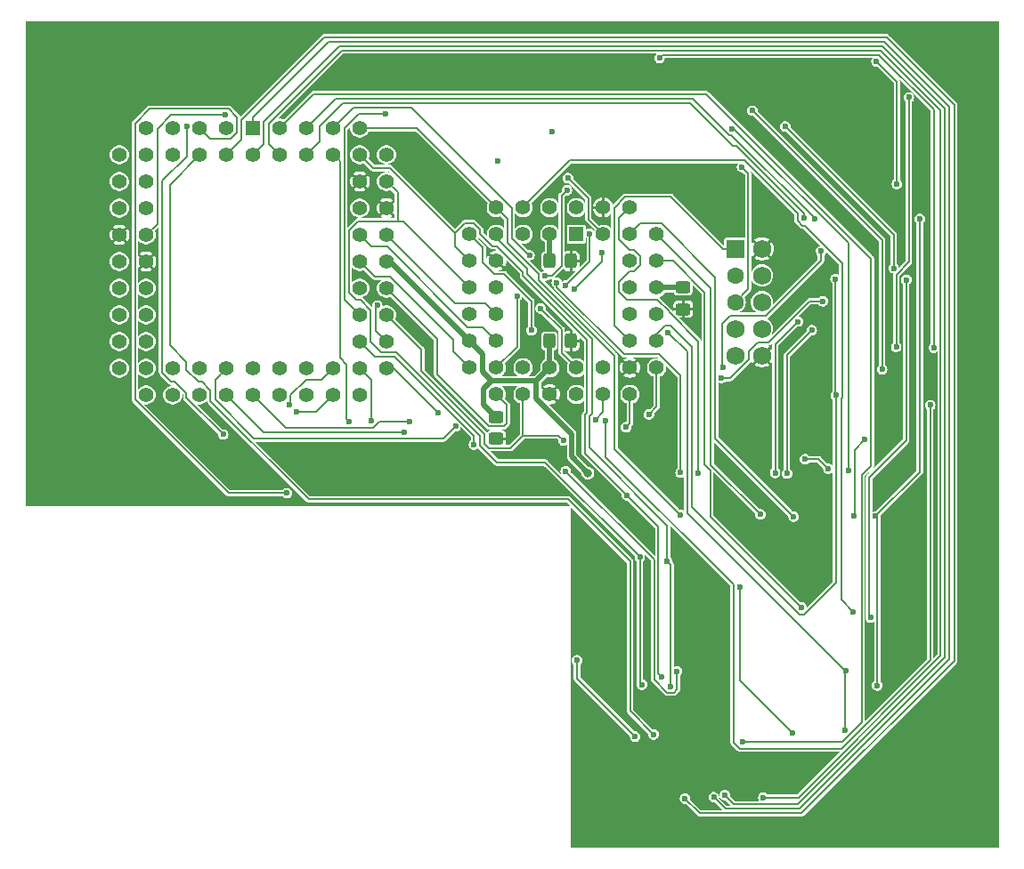
<source format=gbr>
G04 #@! TF.GenerationSoftware,KiCad,Pcbnew,7.0.10*
G04 #@! TF.CreationDate,2024-02-23T14:33:58-06:00*
G04 #@! TF.ProjectId,A600FastRAM,41363030-4661-4737-9452-414d2e6b6963,5*
G04 #@! TF.SameCoordinates,Original*
G04 #@! TF.FileFunction,Copper,L2,Bot*
G04 #@! TF.FilePolarity,Positive*
%FSLAX46Y46*%
G04 Gerber Fmt 4.6, Leading zero omitted, Abs format (unit mm)*
G04 Created by KiCad (PCBNEW 7.0.10) date 2024-02-23 14:33:58*
%MOMM*%
%LPD*%
G01*
G04 APERTURE LIST*
G04 Aperture macros list*
%AMRoundRect*
0 Rectangle with rounded corners*
0 $1 Rounding radius*
0 $2 $3 $4 $5 $6 $7 $8 $9 X,Y pos of 4 corners*
0 Add a 4 corners polygon primitive as box body*
4,1,4,$2,$3,$4,$5,$6,$7,$8,$9,$2,$3,0*
0 Add four circle primitives for the rounded corners*
1,1,$1+$1,$2,$3*
1,1,$1+$1,$4,$5*
1,1,$1+$1,$6,$7*
1,1,$1+$1,$8,$9*
0 Add four rect primitives between the rounded corners*
20,1,$1+$1,$2,$3,$4,$5,0*
20,1,$1+$1,$4,$5,$6,$7,0*
20,1,$1+$1,$6,$7,$8,$9,0*
20,1,$1+$1,$8,$9,$2,$3,0*%
G04 Aperture macros list end*
G04 #@! TA.AperFunction,ComponentPad*
%ADD10R,1.727200X1.727200*%
G04 #@! TD*
G04 #@! TA.AperFunction,ComponentPad*
%ADD11C,1.727200*%
G04 #@! TD*
G04 #@! TA.AperFunction,ComponentPad*
%ADD12C,1.600000*%
G04 #@! TD*
G04 #@! TA.AperFunction,ComponentPad*
%ADD13R,1.422400X1.422400*%
G04 #@! TD*
G04 #@! TA.AperFunction,ComponentPad*
%ADD14C,1.422400*%
G04 #@! TD*
G04 #@! TA.AperFunction,ComponentPad*
%ADD15C,0.800000*%
G04 #@! TD*
G04 #@! TA.AperFunction,ComponentPad*
%ADD16C,5.000000*%
G04 #@! TD*
G04 #@! TA.AperFunction,SMDPad,CuDef*
%ADD17RoundRect,0.250000X-0.325000X-0.450000X0.325000X-0.450000X0.325000X0.450000X-0.325000X0.450000X0*%
G04 #@! TD*
G04 #@! TA.AperFunction,SMDPad,CuDef*
%ADD18RoundRect,0.250000X-0.450000X0.325000X-0.450000X-0.325000X0.450000X-0.325000X0.450000X0.325000X0*%
G04 #@! TD*
G04 #@! TA.AperFunction,ViaPad*
%ADD19C,0.600000*%
G04 #@! TD*
G04 #@! TA.AperFunction,ViaPad*
%ADD20C,0.800000*%
G04 #@! TD*
G04 #@! TA.AperFunction,Conductor*
%ADD21C,0.200000*%
G04 #@! TD*
G04 #@! TA.AperFunction,Conductor*
%ADD22C,0.500000*%
G04 #@! TD*
G04 APERTURE END LIST*
D10*
X178564000Y-104505000D03*
D11*
X181104000Y-104505000D03*
D12*
X178564000Y-107045000D03*
D11*
X181104000Y-107045000D03*
D12*
X178564000Y-109585000D03*
D11*
X181104000Y-109585000D03*
X178564000Y-112125000D03*
X181104000Y-112125000D03*
X178564000Y-114665000D03*
X181104000Y-114665000D03*
D13*
X163466000Y-103110000D03*
D14*
X160926000Y-100570000D03*
X160926000Y-103110000D03*
X158386000Y-100570000D03*
X158386000Y-103110000D03*
X155846000Y-100570000D03*
X153306000Y-103110000D03*
X155846000Y-103110000D03*
X153306000Y-105650000D03*
X155846000Y-105650000D03*
X153306000Y-108190000D03*
X155846000Y-108190000D03*
X153306000Y-110730000D03*
X155846000Y-110730000D03*
X153306000Y-113270000D03*
X155846000Y-113270000D03*
X153306000Y-115810000D03*
X155846000Y-118350000D03*
X155846000Y-115810000D03*
X158386000Y-118350000D03*
X158386000Y-115810000D03*
X160926000Y-118350000D03*
X160926000Y-115810000D03*
X163466000Y-118350000D03*
X163466000Y-115810000D03*
X166006000Y-118350000D03*
X166006000Y-115810000D03*
X168546000Y-118350000D03*
X171086000Y-115810000D03*
X168546000Y-115810000D03*
X171086000Y-113270000D03*
X168546000Y-113270000D03*
X171086000Y-110730000D03*
X168546000Y-110730000D03*
X171086000Y-108190000D03*
X168546000Y-108190000D03*
X171086000Y-105650000D03*
X168546000Y-105650000D03*
X171086000Y-103110000D03*
X168546000Y-100570000D03*
X168546000Y-103110000D03*
X166006000Y-100570000D03*
X166006000Y-103110000D03*
X163466000Y-100570000D03*
D13*
X132706000Y-93010000D03*
D14*
X130166000Y-95550000D03*
X130166000Y-93010000D03*
X127626000Y-95550000D03*
X127626000Y-93010000D03*
X125086000Y-95550000D03*
X125086000Y-93010000D03*
X122546000Y-95550000D03*
X122546000Y-93010000D03*
X120006000Y-95550000D03*
X122546000Y-98090000D03*
X120006000Y-98090000D03*
X122546000Y-100630000D03*
X120006000Y-100630000D03*
X122546000Y-103170000D03*
X120006000Y-103170000D03*
X122546000Y-105710000D03*
X120006000Y-105710000D03*
X122546000Y-108250000D03*
X120006000Y-108250000D03*
X122546000Y-110790000D03*
X120006000Y-110790000D03*
X122546000Y-113330000D03*
X120006000Y-113330000D03*
X122546000Y-115870000D03*
X120006000Y-115870000D03*
X122546000Y-118410000D03*
X125086000Y-115870000D03*
X125086000Y-118410000D03*
X127626000Y-115870000D03*
X127626000Y-118410000D03*
X130166000Y-115870000D03*
X130166000Y-118410000D03*
X132706000Y-115870000D03*
X132706000Y-118410000D03*
X135246000Y-115870000D03*
X135246000Y-118410000D03*
X137786000Y-115870000D03*
X137786000Y-118410000D03*
X140326000Y-115870000D03*
X140326000Y-118410000D03*
X142866000Y-115870000D03*
X142866000Y-118410000D03*
X145406000Y-115870000D03*
X142866000Y-113330000D03*
X145406000Y-113330000D03*
X142866000Y-110790000D03*
X145406000Y-110790000D03*
X142866000Y-108250000D03*
X145406000Y-108250000D03*
X142866000Y-105710000D03*
X145406000Y-105710000D03*
X142866000Y-103170000D03*
X145406000Y-103170000D03*
X142866000Y-100630000D03*
X145406000Y-100630000D03*
X142866000Y-98090000D03*
X145406000Y-98090000D03*
X142866000Y-95550000D03*
X145406000Y-95550000D03*
X142866000Y-93010000D03*
X140326000Y-95550000D03*
X140326000Y-93010000D03*
X137786000Y-95550000D03*
X137786000Y-93010000D03*
X135246000Y-95550000D03*
X135246000Y-93010000D03*
X132706000Y-95550000D03*
D15*
X112171000Y-101981000D03*
X112720175Y-100655175D03*
X112720175Y-103306825D03*
X114046000Y-100106000D03*
D16*
X114046000Y-101981000D03*
D15*
X114046000Y-103856000D03*
X115371825Y-100655175D03*
X115371825Y-103306825D03*
X115921000Y-101981000D03*
D17*
X160900000Y-105664000D03*
X162950000Y-105664000D03*
D18*
X155831000Y-120522000D03*
X155831000Y-122572000D03*
D17*
X160900000Y-113284000D03*
X162950000Y-113284000D03*
D18*
X173609000Y-108195000D03*
X173609000Y-110245000D03*
D19*
X173799000Y-156826700D03*
X170799100Y-150730100D03*
X177558700Y-156511700D03*
X181237400Y-156752100D03*
X185082300Y-101549700D03*
X182356800Y-125833000D03*
X184547900Y-111430600D03*
X141865700Y-120954600D03*
X176520700Y-156682400D03*
X129881500Y-122177400D03*
X126403000Y-92872000D03*
X173033800Y-144703700D03*
X162455300Y-125666500D03*
X135946100Y-127762500D03*
X163519700Y-143667700D03*
X169048400Y-150938800D03*
X178246600Y-93079500D03*
X189301000Y-125580100D03*
X179239200Y-151444700D03*
X186101100Y-101647400D03*
X185844500Y-112253600D03*
X183485400Y-125899900D03*
X158996500Y-105122000D03*
X173361400Y-125808300D03*
X161604100Y-107710300D03*
X162661500Y-97784300D03*
X130114900Y-91781900D03*
X133109339Y-126357832D03*
X138282716Y-124216312D03*
X201780963Y-127094012D03*
X190903831Y-96133591D03*
X155722974Y-88277223D03*
X201670943Y-159535987D03*
X114887316Y-98873217D03*
X147833600Y-88966919D03*
X125110730Y-126262458D03*
X112768285Y-113877488D03*
X128149434Y-88590175D03*
X194096446Y-134096471D03*
X195890861Y-142082185D03*
X127401136Y-121280950D03*
X165478406Y-133962603D03*
X140370894Y-88203091D03*
X171305656Y-88448871D03*
X173279877Y-136452102D03*
X112874415Y-106769577D03*
X201386736Y-96204240D03*
X122864456Y-85709150D03*
X186325192Y-98951849D03*
X112082413Y-94003277D03*
X201116325Y-119033317D03*
X201250569Y-134000093D03*
X196527865Y-149524805D03*
X183765637Y-91041723D03*
X117819392Y-118949430D03*
X186072778Y-126711272D03*
X165863652Y-142113254D03*
X112646728Y-85765531D03*
X161142675Y-93381715D03*
X193816138Y-101312361D03*
X196547252Y-86450505D03*
X201576776Y-111794354D03*
X180645353Y-116278215D03*
X119867754Y-124506224D03*
X193554935Y-126305479D03*
X155996167Y-96175984D03*
X188302244Y-88252806D03*
X201313415Y-88782106D03*
X170490662Y-121568467D03*
X183206998Y-106769723D03*
X165468624Y-149699581D03*
X163284684Y-88599722D03*
X196019446Y-93291104D03*
X151020696Y-126472428D03*
X114738449Y-127053258D03*
X201596734Y-103893580D03*
X117342391Y-88947079D03*
X181360840Y-101530376D03*
X165731463Y-157233100D03*
X196694842Y-157582478D03*
X158177915Y-126666213D03*
X178310210Y-88311668D03*
X201829751Y-144497175D03*
X168282100Y-98601787D03*
X142961472Y-127024019D03*
X176064194Y-98591359D03*
X112634293Y-121767861D03*
X201228543Y-152462157D03*
D20*
X164561400Y-125840100D03*
D19*
X151976300Y-121402500D03*
X170368000Y-120255400D03*
X186883400Y-109487100D03*
X177251800Y-116803500D03*
X160064800Y-110178600D03*
X164736000Y-103054000D03*
X162411300Y-108022600D03*
X180206600Y-91355600D03*
X192535100Y-115975300D03*
X171358700Y-86334200D03*
X197441200Y-113901800D03*
X136180500Y-119315700D03*
X143959600Y-120839500D03*
X166254300Y-120874800D03*
X197100100Y-119378600D03*
X150329300Y-120127900D03*
X147103100Y-121937100D03*
X168186000Y-121485000D03*
X147565400Y-120968400D03*
X177414900Y-115826300D03*
X165276500Y-120781500D03*
X186718100Y-104723300D03*
X192000800Y-86674200D03*
X193934700Y-98346400D03*
X187423200Y-125439200D03*
X185193400Y-124518400D03*
X136884400Y-119990800D03*
X193870900Y-113843800D03*
X195069600Y-90087100D03*
X153721900Y-123141700D03*
X145317900Y-91683500D03*
X160464700Y-107069700D03*
X193624700Y-106346700D03*
X183315700Y-92852500D03*
X162567000Y-98915300D03*
X157813400Y-108977800D03*
X168262600Y-127954200D03*
X171537100Y-145232700D03*
X173327500Y-129817800D03*
X165885400Y-104828200D03*
X144522400Y-109885300D03*
X163247700Y-108370900D03*
X162208900Y-122740900D03*
X169489100Y-133850100D03*
X169681800Y-145988400D03*
X172073600Y-134242700D03*
X172405400Y-146161100D03*
X179204700Y-96719500D03*
X159190100Y-112256300D03*
X189026800Y-150321900D03*
X189062300Y-144677200D03*
X172146400Y-112452500D03*
X184117900Y-129996900D03*
X189806200Y-139036100D03*
X179005600Y-136679600D03*
X175060600Y-125833000D03*
X184041700Y-150619700D03*
X188133900Y-118437000D03*
X188107900Y-107364900D03*
X184837900Y-138636200D03*
X180958000Y-129790400D03*
X191440300Y-139614200D03*
X194829900Y-107460200D03*
X192062800Y-146069300D03*
X196116500Y-101655000D03*
X191889000Y-129967200D03*
X190852400Y-122678300D03*
X189885900Y-129953000D03*
D21*
X199380500Y-90788500D02*
X199380500Y-143732000D01*
X131601600Y-94114400D02*
X131601600Y-92260400D01*
X131601600Y-92260400D02*
X139510800Y-84351200D01*
X139510800Y-84351200D02*
X192943200Y-84351200D01*
X199380500Y-143732000D02*
X184884800Y-158227700D01*
X192943200Y-84351200D02*
X199380500Y-90788500D01*
X130166000Y-95550000D02*
X131601600Y-94114400D01*
X184884800Y-158227700D02*
X175200000Y-158227700D01*
X175200000Y-158227700D02*
X173799000Y-156826700D01*
X128670300Y-117980800D02*
X127862200Y-117172700D01*
X170799100Y-150730100D02*
X168573400Y-148504400D01*
X127494800Y-117172700D02*
X126356100Y-116034000D01*
X126356100Y-116034000D02*
X126356100Y-115259000D01*
X127862200Y-117172700D02*
X127494800Y-117172700D01*
X126356100Y-115259000D02*
X124784700Y-113687600D01*
X138021800Y-128354500D02*
X128670300Y-119003000D01*
X168573400Y-134281100D02*
X162646800Y-128354500D01*
X124784700Y-113687600D02*
X124784700Y-98391300D01*
X162646800Y-128354500D02*
X138021800Y-128354500D01*
X124784700Y-98391300D02*
X127626000Y-95550000D01*
X168573400Y-148504400D02*
X168573400Y-134281100D01*
X128670300Y-119003000D02*
X128670300Y-117980800D01*
X198515300Y-143389500D02*
X198515300Y-91154100D01*
X198515300Y-91154100D02*
X192577500Y-85216300D01*
X140937300Y-85216300D02*
X133754500Y-92399100D01*
X177558700Y-156511700D02*
X178445500Y-157398500D01*
X178445500Y-157398500D02*
X184506300Y-157398500D01*
X133754500Y-94501500D02*
X132706000Y-95550000D01*
X184506300Y-157398500D02*
X198515300Y-143389500D01*
X133754500Y-92399100D02*
X133754500Y-94501500D01*
X192577500Y-85216300D02*
X140937300Y-85216300D01*
X198077200Y-143259300D02*
X198077200Y-91301900D01*
X192399600Y-85624300D02*
X141143500Y-85624300D01*
X198077200Y-91301900D02*
X192399600Y-85624300D01*
X181237400Y-156752100D02*
X184584400Y-156752100D01*
X134191800Y-92576000D02*
X134191800Y-94495800D01*
X134191800Y-94495800D02*
X135246000Y-95550000D01*
X184584400Y-156752100D02*
X198077200Y-143259300D01*
X141143500Y-85624300D02*
X134191800Y-92576000D01*
X185082300Y-101177500D02*
X185082300Y-101549700D01*
X174237400Y-90615800D02*
X178363300Y-94741700D01*
X139056000Y-94280000D02*
X139056000Y-92809700D01*
X141249900Y-90615800D02*
X174237400Y-90615800D01*
X137786000Y-95550000D02*
X139056000Y-94280000D01*
X182356800Y-113621700D02*
X182356800Y-125833000D01*
X184547900Y-111430600D02*
X182356800Y-113621700D01*
X139056000Y-92809700D02*
X141249900Y-90615800D01*
X178363300Y-94741700D02*
X178646500Y-94741700D01*
X178646500Y-94741700D02*
X185082300Y-101177500D01*
X140961200Y-96185200D02*
X140961200Y-114882600D01*
X141596000Y-115517400D02*
X141596000Y-120684900D01*
X140326000Y-95550000D02*
X140961200Y-96185200D01*
X141596000Y-120684900D02*
X141865700Y-120954600D01*
X140961200Y-114882600D02*
X141596000Y-115517400D01*
X132706000Y-91996900D02*
X139933200Y-84769700D01*
X192719100Y-84769700D02*
X198933100Y-90983700D01*
X177640200Y-157801900D02*
X176520700Y-156682400D01*
X139933200Y-84769700D02*
X192719100Y-84769700D01*
X198933100Y-90983700D02*
X198933100Y-143556200D01*
X132706000Y-93010000D02*
X132706000Y-91996900D01*
X198933100Y-143556200D02*
X184687400Y-157801900D01*
X184687400Y-157801900D02*
X177640200Y-157801900D01*
X124066800Y-116284700D02*
X124922100Y-117140000D01*
X170855100Y-145511200D02*
X172107000Y-146763100D01*
X126356000Y-118206600D02*
X126356000Y-118651900D01*
X170855100Y-134066300D02*
X170855100Y-145511200D01*
X124066800Y-98033000D02*
X124066800Y-116284700D01*
X126356000Y-118651900D02*
X129881500Y-122177400D01*
X125289400Y-117140000D02*
X126356000Y-118206600D01*
X162455300Y-125666500D02*
X170855100Y-134066300D01*
X173033800Y-146436200D02*
X173033800Y-144703700D01*
X172706900Y-146763100D02*
X173033800Y-146436200D01*
X126403000Y-95696800D02*
X124066800Y-98033000D01*
X172107000Y-146763100D02*
X172706900Y-146763100D01*
X124922100Y-117140000D02*
X125289400Y-117140000D01*
X126403000Y-92872000D02*
X126403000Y-95696800D01*
X128656200Y-94040200D02*
X130582800Y-94040200D01*
X122912800Y-91167800D02*
X121487200Y-92593400D01*
X130397600Y-127762500D02*
X135946100Y-127762500D01*
X121487200Y-92593400D02*
X121487200Y-118852100D01*
X163519700Y-145410100D02*
X169048400Y-150938800D01*
X131188800Y-93434200D02*
X131188800Y-91978400D01*
X130378200Y-91167800D02*
X122912800Y-91167800D01*
X121487200Y-118852100D02*
X130397600Y-127762500D01*
X163519700Y-143667700D02*
X163519700Y-145410100D01*
X130582800Y-94040200D02*
X131188800Y-93434200D01*
X127626000Y-93010000D02*
X128656200Y-94040200D01*
X131188800Y-91978400D02*
X130378200Y-91167800D01*
X178451600Y-93079500D02*
X189301000Y-103928900D01*
X189301000Y-103928900D02*
X189301000Y-125580100D01*
X178246600Y-93079500D02*
X178451600Y-93079500D01*
X138476300Y-89779700D02*
X135246000Y-93010000D01*
X179239200Y-151444700D02*
X188755200Y-151444700D01*
X190597500Y-126037100D02*
X191459600Y-125175000D01*
X190597500Y-149602400D02*
X190597500Y-126037100D01*
X175798000Y-89779700D02*
X138476300Y-89779700D01*
X188755200Y-151444700D02*
X190597500Y-149602400D01*
X191459600Y-125175000D02*
X191459600Y-105441300D01*
X191459600Y-105441300D02*
X175798000Y-89779700D01*
X174499000Y-90183000D02*
X140613000Y-90183000D01*
X178192500Y-93681400D02*
X177997400Y-93681400D01*
X183485400Y-114612700D02*
X185844500Y-112253600D01*
X183485400Y-125899900D02*
X183485400Y-114612700D01*
X140613000Y-90183000D02*
X137786000Y-93010000D01*
X177997400Y-93681400D02*
X174499000Y-90183000D01*
X186101100Y-101590000D02*
X178192500Y-93681400D01*
X186101100Y-101647400D02*
X186101100Y-101590000D01*
X157328400Y-103536900D02*
X158913500Y-105122000D01*
X171329000Y-114540000D02*
X173361400Y-116572400D01*
X158913500Y-105122000D02*
X158996500Y-105122000D01*
X167998200Y-114540000D02*
X171329000Y-114540000D01*
X157328400Y-100607800D02*
X157328400Y-103536900D01*
X142288800Y-91047200D02*
X147767800Y-91047200D01*
X161604100Y-107710300D02*
X161604100Y-108145900D01*
X173361400Y-116572400D02*
X173361400Y-125808300D01*
X147767800Y-91047200D02*
X157328400Y-100607800D01*
X161604100Y-108145900D02*
X167998200Y-114540000D01*
X140326000Y-93010000D02*
X142288800Y-91047200D01*
X124875100Y-91781900D02*
X123600400Y-93056600D01*
X123600400Y-102115600D02*
X122546000Y-103170000D01*
X164594400Y-101698400D02*
X166006000Y-103110000D01*
X130114900Y-91781900D02*
X124875100Y-91781900D01*
X162661500Y-97784300D02*
X164594400Y-99717200D01*
X164594400Y-99717200D02*
X164594400Y-101698400D01*
X123600400Y-93056600D02*
X123600400Y-102115600D01*
D22*
X154644700Y-119335700D02*
X155831000Y-120522000D01*
X155413500Y-117080000D02*
X159656000Y-117080000D01*
X159656000Y-118746600D02*
X163013500Y-122104100D01*
X171091000Y-108195000D02*
X171086000Y-108190000D01*
X154576000Y-116242500D02*
X154576000Y-114540000D01*
X159656000Y-117080000D02*
X159656000Y-118746600D01*
X154644700Y-117848800D02*
X154644700Y-119335700D01*
X173609000Y-108195000D02*
X171091000Y-108195000D01*
X153306000Y-113270000D02*
X145746000Y-105710000D01*
X163013500Y-122104100D02*
X163013500Y-124292200D01*
X145746000Y-105710000D02*
X145406000Y-105710000D01*
X155413500Y-117080000D02*
X154576000Y-116242500D01*
X160900000Y-115784000D02*
X160900000Y-113284000D01*
X155413500Y-117080000D02*
X154644700Y-117848800D01*
X160900000Y-103136000D02*
X160900000Y-105664000D01*
X154576000Y-114540000D02*
X153306000Y-113270000D01*
X159656000Y-117080000D02*
X160926000Y-115810000D01*
X163013500Y-124292200D02*
X164561400Y-125840100D01*
X160926000Y-115810000D02*
X160900000Y-115784000D01*
X160926000Y-103110000D02*
X160900000Y-103136000D01*
D21*
X129103300Y-118863300D02*
X129103300Y-116932700D01*
X132810100Y-122570100D02*
X129103300Y-118863300D01*
X171086000Y-119537400D02*
X170368000Y-120255400D01*
X129103300Y-116932700D02*
X130166000Y-115870000D01*
X151976300Y-121402500D02*
X150808700Y-122570100D01*
X171086000Y-115810000D02*
X171086000Y-119537400D01*
X150808700Y-122570100D02*
X132810100Y-122570100D01*
X181732400Y-113395000D02*
X180694500Y-113395000D01*
X180694500Y-113395000D02*
X179856200Y-114233300D01*
X185640300Y-109487100D02*
X181732400Y-113395000D01*
X178080100Y-116803500D02*
X177251800Y-116803500D01*
X186883400Y-109487100D02*
X185640300Y-109487100D01*
X179856200Y-115027400D02*
X178080100Y-116803500D01*
X179856200Y-114233300D02*
X179856200Y-115027400D01*
X164736000Y-105697900D02*
X162411300Y-108022600D01*
X162072100Y-114416100D02*
X162072100Y-112185900D01*
X163466000Y-115810000D02*
X162072100Y-114416100D01*
X164736000Y-103054000D02*
X164736000Y-105697900D01*
X162072100Y-112185900D02*
X160064800Y-110178600D01*
X192535100Y-103684100D02*
X192535100Y-115975300D01*
X180206600Y-91355600D02*
X192535100Y-103684100D01*
X192241400Y-86049000D02*
X197441200Y-91248800D01*
X136284000Y-118416500D02*
X136284000Y-119212200D01*
X139238800Y-116957200D02*
X137743300Y-116957200D01*
X197441200Y-91248800D02*
X197441200Y-113901800D01*
X171358700Y-86334200D02*
X171643900Y-86049000D01*
X137743300Y-116957200D02*
X136284000Y-118416500D01*
X140326000Y-115870000D02*
X139238800Y-116957200D01*
X136284000Y-119212200D02*
X136180500Y-119315700D01*
X171643900Y-86049000D02*
X192241400Y-86049000D01*
X143959600Y-116963600D02*
X143959600Y-120839500D01*
X142866000Y-115870000D02*
X143959600Y-116963600D01*
X146071400Y-115870000D02*
X150329300Y-120127900D01*
X178403700Y-136447900D02*
X166254300Y-124298500D01*
X145406000Y-115870000D02*
X146071400Y-115870000D01*
X197100100Y-119378600D02*
X197100100Y-143668100D01*
X197100100Y-143668100D02*
X188684300Y-152083900D01*
X179010800Y-152083900D02*
X178403700Y-151476800D01*
X166254300Y-124298500D02*
X166254300Y-120874800D01*
X178403700Y-151476800D02*
X178403700Y-136447900D01*
X188684300Y-152083900D02*
X179010800Y-152083900D01*
X168546000Y-118350000D02*
X168546000Y-121125000D01*
X168546000Y-121125000D02*
X168186000Y-121485000D01*
X133714400Y-121958400D02*
X130166000Y-118410000D01*
X147081800Y-121958400D02*
X133714400Y-121958400D01*
X147103100Y-121937100D02*
X147081800Y-121958400D01*
X144681800Y-120968500D02*
X147565400Y-120968500D01*
X177358600Y-111612800D02*
X178116400Y-110855000D01*
X181495800Y-110855000D02*
X186718100Y-105632700D01*
X186718100Y-105632700D02*
X186718100Y-104723300D01*
X178116400Y-110855000D02*
X181495800Y-110855000D01*
X135852500Y-121556500D02*
X144093800Y-121556500D01*
X144093800Y-121556500D02*
X144681800Y-120968500D01*
X177358600Y-115770000D02*
X177358600Y-111612800D01*
X166006000Y-120052000D02*
X165276500Y-120781500D01*
X166006000Y-118350000D02*
X166006000Y-120052000D01*
X132706000Y-118410000D02*
X135852500Y-121556500D01*
X147565400Y-120968500D02*
X147565400Y-120968400D01*
X177414900Y-115826300D02*
X177358600Y-115770000D01*
X193934700Y-88608100D02*
X192000800Y-86674200D01*
X193934700Y-98346400D02*
X193934700Y-88608100D01*
X185193400Y-124518400D02*
X186502400Y-124518400D01*
X186502400Y-124518400D02*
X187423200Y-125439200D01*
X195069600Y-105753000D02*
X195069600Y-90087100D01*
X138745200Y-119990800D02*
X136884400Y-119990800D01*
X140326000Y-118410000D02*
X138745200Y-119990800D01*
X193870900Y-106951700D02*
X195069600Y-105753000D01*
X193870900Y-113843800D02*
X193870900Y-106951700D01*
X146184400Y-114759400D02*
X144295400Y-114759400D01*
X144295400Y-114759400D02*
X142866000Y-113330000D01*
X153721900Y-122296900D02*
X146184400Y-114759400D01*
X153721900Y-123141700D02*
X153721900Y-122296900D01*
X141400700Y-109324700D02*
X142866000Y-110790000D01*
X141400700Y-93034100D02*
X141400700Y-109324700D01*
X145317900Y-91683500D02*
X142751300Y-91683500D01*
X142751300Y-91683500D02*
X141400700Y-93034100D01*
X162567000Y-98915300D02*
X162054400Y-99427900D01*
X162054400Y-99427900D02*
X162054400Y-106127800D01*
X157813400Y-113842600D02*
X157813400Y-108977800D01*
X161112500Y-107069700D02*
X160464700Y-107069700D01*
X193624700Y-103161500D02*
X193624700Y-106346700D01*
X162054400Y-106127800D02*
X161112500Y-107069700D01*
X183315700Y-92852500D02*
X193624700Y-103161500D01*
X155846000Y-115810000D02*
X157813400Y-113842600D01*
X144316000Y-107160000D02*
X145765400Y-107160000D01*
X151777600Y-113172200D02*
X151777600Y-114281600D01*
X151777600Y-114281600D02*
X153306000Y-115810000D01*
X145765400Y-107160000D02*
X151777600Y-113172200D01*
X142866000Y-105710000D02*
X144316000Y-107160000D01*
X145441600Y-104298300D02*
X153143300Y-112000000D01*
X143994300Y-104298300D02*
X145441600Y-104298300D01*
X153143300Y-112000000D02*
X154576000Y-112000000D01*
X154576000Y-112000000D02*
X155846000Y-113270000D01*
X142866000Y-103170000D02*
X143994300Y-104298300D01*
X155472500Y-104238300D02*
X155873600Y-104238300D01*
X155873600Y-104238300D02*
X158368500Y-106733200D01*
X164479100Y-120093700D02*
X164272700Y-120300100D01*
X158368500Y-107090500D02*
X164479100Y-113201100D01*
X164272700Y-120300100D02*
X164272700Y-123964300D01*
X171537100Y-145232700D02*
X171257000Y-144952600D01*
X151899000Y-102990400D02*
X152828100Y-102061300D01*
X171257000Y-130948600D02*
X168262600Y-127954200D01*
X151899000Y-104243000D02*
X151899000Y-102990400D01*
X164479100Y-113201100D02*
X164479100Y-120093700D01*
X142866000Y-95550000D02*
X144136000Y-96820000D01*
X154319100Y-102684000D02*
X154319100Y-103084900D01*
X171257000Y-144952600D02*
X171257000Y-130948600D01*
X144136000Y-96820000D02*
X145728600Y-96820000D01*
X164272700Y-123964300D02*
X168262600Y-127954200D01*
X154319100Y-103084900D02*
X155472500Y-104238300D01*
X145728600Y-96820000D02*
X151899000Y-102990400D01*
X153696400Y-102061300D02*
X154319100Y-102684000D01*
X153306000Y-105650000D02*
X151899000Y-104243000D01*
X158368500Y-106733200D02*
X158368500Y-107090500D01*
X152828100Y-102061300D02*
X153696400Y-102061300D01*
X167078100Y-123568400D02*
X167078100Y-114663400D01*
X159862800Y-106888500D02*
X156885200Y-103910900D01*
X142866000Y-93010000D02*
X148286000Y-93010000D01*
X156885200Y-101609200D02*
X155846000Y-100570000D01*
X159862800Y-107448100D02*
X159862800Y-106888500D01*
X156885200Y-103910900D02*
X156885200Y-101609200D01*
X148286000Y-93010000D02*
X155846000Y-100570000D01*
X167078100Y-114663400D02*
X159862800Y-107448100D01*
X173327500Y-129817800D02*
X167078100Y-123568400D01*
X165885400Y-105733200D02*
X165885400Y-104828200D01*
X144392900Y-112316900D02*
X144392900Y-110014800D01*
X145406000Y-113330000D02*
X144392900Y-112316900D01*
X144392900Y-110014800D02*
X144522400Y-109885300D01*
X163247700Y-108370900D02*
X165885400Y-105733200D01*
X148715700Y-116130300D02*
X154725700Y-122140300D01*
X155134800Y-123485000D02*
X157184200Y-123485000D01*
X158386000Y-118350000D02*
X158386000Y-122283200D01*
X158386000Y-122283200D02*
X161751200Y-122283200D01*
X161751200Y-122283200D02*
X162208900Y-122740900D01*
X154725700Y-122140300D02*
X154725700Y-123075900D01*
X157184200Y-123485000D02*
X158386000Y-122283200D01*
X154725700Y-123075900D02*
X155134800Y-123485000D01*
X148715700Y-114099700D02*
X148715700Y-116130300D01*
X145406000Y-110790000D02*
X148715700Y-114099700D01*
X156536700Y-121410200D02*
X155154400Y-121410200D01*
X150220700Y-113064700D02*
X145406000Y-108250000D01*
X150220700Y-116476500D02*
X150220700Y-113064700D01*
X155154400Y-121410200D02*
X150220700Y-116476500D01*
X156839100Y-119343100D02*
X156839100Y-121107800D01*
X155846000Y-118350000D02*
X156839100Y-119343100D01*
X156839100Y-121107800D02*
X156536700Y-121410200D01*
X145406000Y-103170000D02*
X151916100Y-109680100D01*
X151916100Y-109680100D02*
X154796100Y-109680100D01*
X154796100Y-109680100D02*
X155846000Y-110730000D01*
X146462600Y-101900000D02*
X146462600Y-99146600D01*
X142700900Y-101900000D02*
X141828500Y-102772400D01*
X142561600Y-109378300D02*
X142909600Y-109378300D01*
X154323800Y-123255600D02*
X155916300Y-124848100D01*
X143879100Y-113297500D02*
X144926400Y-114344800D01*
X146338100Y-114344800D02*
X154323800Y-122330500D01*
X146462600Y-99146600D02*
X145406000Y-98090000D01*
X169489100Y-145795700D02*
X169681800Y-145988400D01*
X169489100Y-133850100D02*
X169489100Y-145795700D01*
X146462600Y-101900000D02*
X142700900Y-101900000D01*
X141828500Y-108645200D02*
X142561600Y-109378300D01*
X160487100Y-124848100D02*
X169489100Y-133850100D01*
X144926400Y-114344800D02*
X146338100Y-114344800D01*
X147016000Y-101900000D02*
X146462600Y-101900000D01*
X142909600Y-109378300D02*
X143879100Y-110347800D01*
X153306000Y-108190000D02*
X147016000Y-101900000D01*
X155916300Y-124848100D02*
X160487100Y-124848100D01*
X143879100Y-110347800D02*
X143879100Y-113297500D01*
X141828500Y-102772400D02*
X141828500Y-108645200D01*
X154323800Y-122330500D02*
X154323800Y-123255600D01*
X158770400Y-106364500D02*
X158770400Y-106924100D01*
X164674600Y-120466500D02*
X164674600Y-123426400D01*
X155846000Y-103440100D02*
X158770400Y-106364500D01*
X164674600Y-123426400D02*
X172073600Y-130825400D01*
X172073600Y-134242700D02*
X172405400Y-134574500D01*
X155846000Y-103110000D02*
X155846000Y-103440100D01*
X172405400Y-134574500D02*
X172405400Y-146161100D01*
X172073600Y-130825400D02*
X172073600Y-134242700D01*
X164938700Y-113092400D02*
X164938700Y-120202400D01*
X158770400Y-106924100D02*
X164938700Y-113092400D01*
X164938700Y-120202400D02*
X164674600Y-120466500D01*
X178564000Y-109585000D02*
X179781000Y-108368000D01*
X179781000Y-108368000D02*
X179781000Y-97295800D01*
X179781000Y-97295800D02*
X179204700Y-96719500D01*
X159190100Y-112256300D02*
X159190100Y-109503300D01*
X154576000Y-104380000D02*
X153306000Y-103110000D01*
X159190100Y-109503300D02*
X156606800Y-106920000D01*
X154576000Y-105813900D02*
X154576000Y-104380000D01*
X156606800Y-106920000D02*
X155682100Y-106920000D01*
X155682100Y-106920000D02*
X154576000Y-105813900D01*
X172435200Y-99541700D02*
X168122800Y-99541700D01*
X167074800Y-111798800D02*
X168546000Y-113270000D01*
X178564000Y-104505000D02*
X177398500Y-104505000D01*
X177398500Y-104505000D02*
X172435200Y-99541700D01*
X168122800Y-99541700D02*
X167074800Y-100589700D01*
X167074800Y-100589700D02*
X167074800Y-111798800D01*
X173991400Y-129647300D02*
X189026800Y-144682700D01*
X189056800Y-144682700D02*
X189062300Y-144677200D01*
X173991400Y-114297500D02*
X173991400Y-129647300D01*
X189026800Y-144682700D02*
X189056800Y-144682700D01*
X189026800Y-144682700D02*
X189026800Y-150321900D01*
X172146400Y-112452500D02*
X173991400Y-114297500D01*
X176649900Y-122528900D02*
X184117900Y-129996900D01*
X171531000Y-102090500D02*
X176649900Y-107209400D01*
X168546000Y-103110000D02*
X169565500Y-102090500D01*
X176649900Y-107209400D02*
X176649900Y-122528900D01*
X169565500Y-102090500D02*
X171531000Y-102090500D01*
X184480400Y-101798900D02*
X184971100Y-102289600D01*
X185168200Y-102289600D02*
X188735900Y-105857300D01*
X188653600Y-137883500D02*
X189806200Y-139036100D01*
X162870700Y-96085300D02*
X179421800Y-96085300D01*
X179421800Y-96085300D02*
X184480400Y-101143900D01*
X188653600Y-118771600D02*
X188653600Y-137883500D01*
X158386000Y-100570000D02*
X162870700Y-96085300D01*
X188735900Y-118689300D02*
X188653600Y-118771600D01*
X184480400Y-101143900D02*
X184480400Y-101798900D01*
X188735900Y-105857300D02*
X188735900Y-118689300D01*
X184971100Y-102289600D02*
X185168200Y-102289600D01*
X168544400Y-104636900D02*
X167532000Y-103624500D01*
X169559100Y-106069700D02*
X169559100Y-105230300D01*
X179005600Y-136679600D02*
X179024400Y-136698400D01*
X168234100Y-109318300D02*
X167532100Y-108616300D01*
X167532000Y-101584000D02*
X168546000Y-100570000D01*
X179024500Y-136698400D02*
X179024500Y-145602500D01*
X168965700Y-106663100D02*
X169559100Y-106069700D01*
X172294900Y-110565000D02*
X172294900Y-110485600D01*
X168544500Y-106663100D02*
X168965700Y-106663100D01*
X179024400Y-136698400D02*
X179024500Y-136698400D01*
X179024500Y-145602500D02*
X184041700Y-150619700D01*
X167532100Y-107675500D02*
X168544500Y-106663100D01*
X175060600Y-125833000D02*
X175060600Y-113330700D01*
X167532100Y-108616300D02*
X167532100Y-107675500D01*
X171127600Y-109318300D02*
X168234100Y-109318300D01*
X168965700Y-104636900D02*
X168544400Y-104636900D01*
X175060600Y-113330700D02*
X172294900Y-110565000D01*
X169559100Y-105230300D02*
X168965700Y-104636900D01*
X172294900Y-110485600D02*
X171127600Y-109318300D01*
X167532000Y-103624500D02*
X167532000Y-101584000D01*
X188107900Y-118411000D02*
X188107900Y-107364900D01*
X185116200Y-139298000D02*
X188133900Y-136280300D01*
X188133900Y-136280300D02*
X188133900Y-118437000D01*
X174458700Y-129108100D02*
X184648600Y-139298000D01*
X172450000Y-111842800D02*
X174458700Y-113851500D01*
X184648600Y-139298000D02*
X185116200Y-139298000D01*
X174458700Y-113851500D02*
X174458700Y-129108100D01*
X171086000Y-112616600D02*
X171859800Y-111842800D01*
X171859800Y-111842800D02*
X172450000Y-111842800D01*
X171086000Y-113270000D02*
X171086000Y-112616600D01*
X188133900Y-118437000D02*
X188107900Y-118411000D01*
X175661000Y-125051600D02*
X176176100Y-125566700D01*
X172673200Y-105650000D02*
X175661000Y-108637800D01*
X175661000Y-108637800D02*
X175661000Y-125051600D01*
X176176100Y-125566700D02*
X176176100Y-129974400D01*
X171086000Y-105650000D02*
X172673200Y-105650000D01*
X176176100Y-129974400D02*
X184837900Y-138636200D01*
X176248000Y-108272000D02*
X176248000Y-125070300D01*
X171086000Y-103110000D02*
X176248000Y-108272000D01*
X180958000Y-129780300D02*
X180958000Y-129790400D01*
X176248000Y-125070300D02*
X180958000Y-129780300D01*
X194829900Y-122710400D02*
X194829900Y-107460200D01*
X191287000Y-139460900D02*
X191287000Y-126253300D01*
X191440300Y-139614200D02*
X191287000Y-139460900D01*
X191287000Y-126253300D02*
X194829900Y-122710400D01*
X196116500Y-101655000D02*
X196116500Y-125739700D01*
X191889000Y-129967200D02*
X192062800Y-130141000D01*
X196116500Y-125739700D02*
X191889000Y-129967200D01*
X192062800Y-130141000D02*
X192062800Y-146069300D01*
X189902900Y-123627800D02*
X190852400Y-122678300D01*
X189885900Y-129953000D02*
X189902900Y-129936000D01*
X189902900Y-129936000D02*
X189902900Y-123627800D01*
G04 #@! TA.AperFunction,Conductor*
G36*
X203629073Y-82882927D02*
G01*
X203632500Y-82891200D01*
X203632500Y-161456800D01*
X203629073Y-161465073D01*
X203620800Y-161468500D01*
X162920833Y-161468500D01*
X162912560Y-161465073D01*
X162909133Y-161456807D01*
X162906726Y-157481427D01*
X162898361Y-143667700D01*
X163014053Y-143667700D01*
X163034534Y-143810155D01*
X163093738Y-143939791D01*
X163094323Y-143941073D01*
X163188572Y-144049843D01*
X163213825Y-144066072D01*
X163218933Y-144073427D01*
X163219200Y-144075914D01*
X163219200Y-145359173D01*
X163218594Y-145362890D01*
X163216927Y-145367865D01*
X163219188Y-145416774D01*
X163219200Y-145417314D01*
X163219200Y-145437944D01*
X163220334Y-145444013D01*
X163220520Y-145445621D01*
X163222114Y-145480089D01*
X163222115Y-145480094D01*
X163230174Y-145498345D01*
X163230972Y-145500920D01*
X163234639Y-145520533D01*
X163252800Y-145549866D01*
X163253555Y-145551299D01*
X163267494Y-145582865D01*
X163267495Y-145582867D01*
X163281603Y-145596974D01*
X163283274Y-145599083D01*
X163293031Y-145614840D01*
X163293781Y-145616052D01*
X163321316Y-145636845D01*
X163322538Y-145637909D01*
X168548752Y-150864124D01*
X168552179Y-150872397D01*
X168552060Y-150874062D01*
X168549327Y-150893073D01*
X168542753Y-150938800D01*
X168546192Y-150962720D01*
X168563234Y-151081255D01*
X168612921Y-151190052D01*
X168623023Y-151212173D01*
X168717272Y-151320943D01*
X168838347Y-151398753D01*
X168937215Y-151427783D01*
X168976438Y-151439300D01*
X168976439Y-151439300D01*
X169120361Y-151439300D01*
X169258453Y-151398753D01*
X169379528Y-151320943D01*
X169473777Y-151212173D01*
X169533565Y-151081257D01*
X169554047Y-150938800D01*
X169533565Y-150796343D01*
X169473777Y-150665427D01*
X169379528Y-150556657D01*
X169258453Y-150478847D01*
X169183118Y-150456727D01*
X169120362Y-150438300D01*
X169120361Y-150438300D01*
X168977717Y-150438300D01*
X168969444Y-150434873D01*
X163823627Y-145289056D01*
X163820200Y-145280783D01*
X163820200Y-144075914D01*
X163823627Y-144067641D01*
X163825570Y-144066074D01*
X163850828Y-144049843D01*
X163945077Y-143941073D01*
X164004865Y-143810157D01*
X164025347Y-143667700D01*
X164004865Y-143525243D01*
X163945077Y-143394327D01*
X163850828Y-143285557D01*
X163729753Y-143207747D01*
X163660707Y-143187473D01*
X163591662Y-143167200D01*
X163591661Y-143167200D01*
X163447739Y-143167200D01*
X163447738Y-143167200D01*
X163309647Y-143207747D01*
X163188572Y-143285557D01*
X163188570Y-143285558D01*
X163188570Y-143285559D01*
X163094322Y-143394328D01*
X163034534Y-143525244D01*
X163014053Y-143667700D01*
X162898361Y-143667700D01*
X162889513Y-129055342D01*
X162891080Y-129049491D01*
X162892880Y-129046374D01*
X162899983Y-129040925D01*
X162908861Y-129042095D01*
X162911283Y-129043954D01*
X168269473Y-134402144D01*
X168272900Y-134410417D01*
X168272900Y-148453473D01*
X168272294Y-148457190D01*
X168270627Y-148462165D01*
X168272888Y-148511074D01*
X168272900Y-148511614D01*
X168272900Y-148532244D01*
X168274034Y-148538313D01*
X168274220Y-148539921D01*
X168275814Y-148574389D01*
X168275815Y-148574394D01*
X168283874Y-148592645D01*
X168284672Y-148595220D01*
X168288339Y-148614833D01*
X168306500Y-148644166D01*
X168307255Y-148645599D01*
X168321194Y-148677165D01*
X168321195Y-148677167D01*
X168335303Y-148691274D01*
X168336974Y-148693383D01*
X168347481Y-148710352D01*
X168375016Y-148731145D01*
X168376238Y-148732209D01*
X170299452Y-150655423D01*
X170302879Y-150663696D01*
X170302760Y-150665361D01*
X170293453Y-150730099D01*
X170313934Y-150872555D01*
X170344188Y-150938800D01*
X170373723Y-151003473D01*
X170467972Y-151112243D01*
X170589047Y-151190053D01*
X170695794Y-151221396D01*
X170727138Y-151230600D01*
X170727139Y-151230600D01*
X170871061Y-151230600D01*
X171009153Y-151190053D01*
X171130228Y-151112243D01*
X171224477Y-151003473D01*
X171284265Y-150872557D01*
X171304747Y-150730100D01*
X171284265Y-150587643D01*
X171224477Y-150456727D01*
X171130228Y-150347957D01*
X171009153Y-150270147D01*
X170904315Y-150239364D01*
X170871062Y-150229600D01*
X170871061Y-150229600D01*
X170728417Y-150229600D01*
X170720144Y-150226173D01*
X168877327Y-148383356D01*
X168873900Y-148375083D01*
X168873900Y-134332024D01*
X168874507Y-134328305D01*
X168876173Y-134323335D01*
X168873912Y-134274424D01*
X168873900Y-134273884D01*
X168873900Y-134253258D01*
X168873651Y-134251926D01*
X168872763Y-134247178D01*
X168872577Y-134245574D01*
X168870985Y-134211108D01*
X168862923Y-134192849D01*
X168862126Y-134190276D01*
X168861578Y-134187344D01*
X168858461Y-134170667D01*
X168840298Y-134141332D01*
X168839543Y-134139899D01*
X168832289Y-134123471D01*
X168825606Y-134108335D01*
X168825605Y-134108334D01*
X168825604Y-134108332D01*
X168811498Y-134094227D01*
X168809823Y-134092113D01*
X168799319Y-134075148D01*
X168771782Y-134054353D01*
X168770560Y-134053289D01*
X162895296Y-128178025D01*
X162893096Y-128174967D01*
X162890758Y-128170273D01*
X162890758Y-128170272D01*
X162890756Y-128170270D01*
X162890754Y-128170267D01*
X162854580Y-128137291D01*
X162854189Y-128136918D01*
X162839602Y-128122330D01*
X162839597Y-128122326D01*
X162834498Y-128118832D01*
X162833230Y-128117827D01*
X162807736Y-128094586D01*
X162807733Y-128094584D01*
X162789123Y-128087374D01*
X162786738Y-128086117D01*
X162770281Y-128074844D01*
X162770280Y-128074843D01*
X162736701Y-128066945D01*
X162735154Y-128066466D01*
X162702975Y-128054000D01*
X162702973Y-128054000D01*
X162683019Y-128054000D01*
X162680340Y-128053689D01*
X162678477Y-128053250D01*
X162660919Y-128049121D01*
X162660917Y-128049121D01*
X162639087Y-128052166D01*
X162626745Y-128053888D01*
X162625131Y-128054000D01*
X138151117Y-128054000D01*
X138142844Y-128050573D01*
X132982844Y-122890573D01*
X132979417Y-122882300D01*
X132982844Y-122874027D01*
X132991117Y-122870600D01*
X150757774Y-122870600D01*
X150761490Y-122871205D01*
X150766465Y-122872873D01*
X150815375Y-122870611D01*
X150815915Y-122870600D01*
X150836543Y-122870600D01*
X150836544Y-122870600D01*
X150842623Y-122869462D01*
X150844206Y-122869278D01*
X150878692Y-122867685D01*
X150896954Y-122859620D01*
X150899516Y-122858827D01*
X150919133Y-122855161D01*
X150948472Y-122836994D01*
X150949893Y-122836246D01*
X150981465Y-122822306D01*
X150995575Y-122808194D01*
X150997680Y-122806526D01*
X151014652Y-122796019D01*
X151035446Y-122768481D01*
X151036502Y-122767267D01*
X151897343Y-121906427D01*
X151905616Y-121903000D01*
X152048261Y-121903000D01*
X152186353Y-121862453D01*
X152307428Y-121784643D01*
X152401677Y-121675873D01*
X152461465Y-121544957D01*
X152468637Y-121495066D01*
X152473205Y-121487368D01*
X152481882Y-121485153D01*
X152488490Y-121488461D01*
X153417973Y-122417944D01*
X153421400Y-122426217D01*
X153421400Y-122733483D01*
X153417973Y-122741756D01*
X153416026Y-122743325D01*
X153390776Y-122759553D01*
X153390771Y-122759558D01*
X153296522Y-122868328D01*
X153236734Y-122999244D01*
X153216253Y-123141700D01*
X153236734Y-123284155D01*
X153236735Y-123284157D01*
X153296523Y-123415073D01*
X153390772Y-123523843D01*
X153511847Y-123601653D01*
X153618594Y-123632996D01*
X153649938Y-123642200D01*
X153649939Y-123642200D01*
X153793861Y-123642200D01*
X153931953Y-123601653D01*
X154053028Y-123523843D01*
X154096231Y-123473981D01*
X154104237Y-123469974D01*
X154112123Y-123472307D01*
X154125416Y-123482345D01*
X154126638Y-123483409D01*
X155667803Y-125024574D01*
X155670003Y-125027632D01*
X155672340Y-125032325D01*
X155672342Y-125032328D01*
X155708518Y-125065307D01*
X155708909Y-125065680D01*
X155723500Y-125080272D01*
X155723505Y-125080276D01*
X155728595Y-125083762D01*
X155729866Y-125084769D01*
X155755364Y-125108014D01*
X155755365Y-125108014D01*
X155755367Y-125108016D01*
X155773974Y-125115224D01*
X155776357Y-125116479D01*
X155792819Y-125127756D01*
X155826400Y-125135654D01*
X155827945Y-125136132D01*
X155860126Y-125148600D01*
X155860127Y-125148600D01*
X155880081Y-125148600D01*
X155882760Y-125148911D01*
X155902181Y-125153479D01*
X155936354Y-125148711D01*
X155937969Y-125148600D01*
X160357783Y-125148600D01*
X160366056Y-125152027D01*
X168989452Y-133775423D01*
X168992879Y-133783696D01*
X168992760Y-133785361D01*
X168984509Y-133842756D01*
X168983453Y-133850100D01*
X168984957Y-133860558D01*
X169003934Y-133992555D01*
X169053115Y-134100244D01*
X169063723Y-134123473D01*
X169157972Y-134232243D01*
X169183225Y-134248472D01*
X169188333Y-134255827D01*
X169188600Y-134258314D01*
X169188600Y-145744773D01*
X169187994Y-145748490D01*
X169186327Y-145753465D01*
X169187505Y-145778958D01*
X169188588Y-145802374D01*
X169188600Y-145802914D01*
X169188600Y-145823544D01*
X169189734Y-145829613D01*
X169189920Y-145831221D01*
X169191514Y-145865689D01*
X169191515Y-145865694D01*
X169191880Y-145866519D01*
X169192757Y-145872908D01*
X169176153Y-145988399D01*
X169196634Y-146130855D01*
X169196635Y-146130857D01*
X169256423Y-146261773D01*
X169350672Y-146370543D01*
X169471747Y-146448353D01*
X169578494Y-146479696D01*
X169609838Y-146488900D01*
X169609839Y-146488900D01*
X169753761Y-146488900D01*
X169891853Y-146448353D01*
X170012928Y-146370543D01*
X170107177Y-146261773D01*
X170166965Y-146130857D01*
X170187447Y-145988400D01*
X170166965Y-145845943D01*
X170107177Y-145715027D01*
X170012928Y-145606257D01*
X169891853Y-145528447D01*
X169856730Y-145518134D01*
X169798004Y-145500890D01*
X169791031Y-145495271D01*
X169789600Y-145489664D01*
X169789600Y-134258314D01*
X169793027Y-134250041D01*
X169794970Y-134248474D01*
X169820228Y-134232243D01*
X169914477Y-134123473D01*
X169974265Y-133992557D01*
X169994747Y-133850100D01*
X169974265Y-133707643D01*
X169919494Y-133587714D01*
X169919176Y-133578766D01*
X169925278Y-133572212D01*
X169934227Y-133571893D01*
X169938411Y-133574582D01*
X170551173Y-134187344D01*
X170554600Y-134195617D01*
X170554600Y-145460273D01*
X170553994Y-145463990D01*
X170552327Y-145468965D01*
X170554588Y-145517874D01*
X170554600Y-145518414D01*
X170554600Y-145539044D01*
X170555734Y-145545113D01*
X170555920Y-145546721D01*
X170557514Y-145581189D01*
X170557515Y-145581194D01*
X170565574Y-145599445D01*
X170566372Y-145602020D01*
X170570039Y-145621633D01*
X170588200Y-145650966D01*
X170588955Y-145652399D01*
X170602894Y-145683965D01*
X170602895Y-145683967D01*
X170617003Y-145698074D01*
X170618674Y-145700183D01*
X170629181Y-145717152D01*
X170654970Y-145736627D01*
X170656716Y-145737945D01*
X170657938Y-145739009D01*
X171858503Y-146939574D01*
X171860703Y-146942632D01*
X171863040Y-146947325D01*
X171863042Y-146947328D01*
X171899218Y-146980307D01*
X171899609Y-146980680D01*
X171914200Y-146995272D01*
X171914205Y-146995276D01*
X171919295Y-146998762D01*
X171920566Y-146999769D01*
X171946064Y-147023014D01*
X171946065Y-147023014D01*
X171946067Y-147023016D01*
X171964677Y-147030225D01*
X171967054Y-147031477D01*
X171983519Y-147042757D01*
X172017104Y-147050656D01*
X172018649Y-147051134D01*
X172050826Y-147063600D01*
X172050827Y-147063600D01*
X172070780Y-147063600D01*
X172073459Y-147063911D01*
X172092881Y-147068479D01*
X172127054Y-147063711D01*
X172128669Y-147063600D01*
X172655974Y-147063600D01*
X172659690Y-147064205D01*
X172664665Y-147065873D01*
X172713575Y-147063611D01*
X172714115Y-147063600D01*
X172734743Y-147063600D01*
X172734744Y-147063600D01*
X172740823Y-147062462D01*
X172742406Y-147062278D01*
X172776892Y-147060685D01*
X172795154Y-147052620D01*
X172797716Y-147051827D01*
X172817333Y-147048161D01*
X172846672Y-147029994D01*
X172848093Y-147029246D01*
X172879665Y-147015306D01*
X172893775Y-147001194D01*
X172895880Y-146999526D01*
X172912852Y-146989019D01*
X172933646Y-146961481D01*
X172934702Y-146960267D01*
X173210276Y-146684693D01*
X173213330Y-146682496D01*
X173218028Y-146680158D01*
X173251047Y-146643936D01*
X173251358Y-146643611D01*
X173265974Y-146628997D01*
X173269469Y-146623893D01*
X173270463Y-146622639D01*
X173293716Y-146597133D01*
X173300927Y-146578516D01*
X173302176Y-146576146D01*
X173313456Y-146559681D01*
X173321354Y-146526098D01*
X173321829Y-146524559D01*
X173334300Y-146492373D01*
X173334300Y-146472418D01*
X173334611Y-146469739D01*
X173339179Y-146450319D01*
X173334411Y-146416145D01*
X173334300Y-146414529D01*
X173334300Y-145111914D01*
X173337727Y-145103641D01*
X173339673Y-145102073D01*
X173364928Y-145085843D01*
X173459177Y-144977073D01*
X173518965Y-144846157D01*
X173539447Y-144703700D01*
X173518965Y-144561243D01*
X173459177Y-144430327D01*
X173364928Y-144321557D01*
X173243853Y-144243747D01*
X173174807Y-144223473D01*
X173105762Y-144203200D01*
X173105761Y-144203200D01*
X172961839Y-144203200D01*
X172961838Y-144203200D01*
X172823748Y-144243746D01*
X172823746Y-144243747D01*
X172723925Y-144307898D01*
X172715113Y-144309488D01*
X172707757Y-144304380D01*
X172705900Y-144298055D01*
X172705900Y-134625424D01*
X172706507Y-134621705D01*
X172708173Y-134616735D01*
X172705912Y-134567824D01*
X172705900Y-134567284D01*
X172705900Y-134546658D01*
X172704764Y-134540585D01*
X172704577Y-134538974D01*
X172702985Y-134504508D01*
X172694923Y-134486249D01*
X172694126Y-134483676D01*
X172690461Y-134464067D01*
X172672298Y-134434732D01*
X172671543Y-134433299D01*
X172657606Y-134401735D01*
X172657605Y-134401734D01*
X172657604Y-134401732D01*
X172643498Y-134387627D01*
X172641823Y-134385513D01*
X172641601Y-134385155D01*
X172631319Y-134368548D01*
X172603782Y-134347753D01*
X172602560Y-134346689D01*
X172573246Y-134317375D01*
X172569819Y-134309102D01*
X172569937Y-134307444D01*
X172579247Y-134242700D01*
X172558765Y-134100243D01*
X172498977Y-133969327D01*
X172404728Y-133860557D01*
X172404725Y-133860555D01*
X172404723Y-133860553D01*
X172379474Y-133844325D01*
X172374367Y-133836969D01*
X172374100Y-133834483D01*
X172374100Y-130876324D01*
X172374706Y-130872608D01*
X172375913Y-130869004D01*
X172381788Y-130862251D01*
X172390722Y-130861629D01*
X172395279Y-130864450D01*
X178099773Y-136568944D01*
X178103200Y-136577217D01*
X178103200Y-151425873D01*
X178102594Y-151429590D01*
X178100927Y-151434565D01*
X178103188Y-151483474D01*
X178103200Y-151484014D01*
X178103200Y-151504644D01*
X178104334Y-151510713D01*
X178104520Y-151512321D01*
X178106114Y-151546789D01*
X178106115Y-151546794D01*
X178114174Y-151565045D01*
X178114972Y-151567620D01*
X178118639Y-151587233D01*
X178136800Y-151616566D01*
X178137555Y-151617999D01*
X178151494Y-151649565D01*
X178151495Y-151649567D01*
X178165603Y-151663674D01*
X178167274Y-151665783D01*
X178177781Y-151682752D01*
X178205316Y-151703545D01*
X178206538Y-151704609D01*
X178762303Y-152260374D01*
X178764503Y-152263432D01*
X178766840Y-152268125D01*
X178766842Y-152268128D01*
X178803018Y-152301107D01*
X178803409Y-152301480D01*
X178818000Y-152316072D01*
X178818005Y-152316076D01*
X178823095Y-152319562D01*
X178824366Y-152320569D01*
X178849864Y-152343814D01*
X178849865Y-152343814D01*
X178849867Y-152343816D01*
X178868474Y-152351024D01*
X178870857Y-152352279D01*
X178887319Y-152363556D01*
X178920900Y-152371454D01*
X178922445Y-152371932D01*
X178954626Y-152384400D01*
X178954627Y-152384400D01*
X178974581Y-152384400D01*
X178977260Y-152384711D01*
X178996681Y-152389279D01*
X179030854Y-152384511D01*
X179032469Y-152384400D01*
X188498883Y-152384400D01*
X188507156Y-152387827D01*
X188510583Y-152396100D01*
X188507156Y-152404373D01*
X184463356Y-156448173D01*
X184455083Y-156451600D01*
X181644615Y-156451600D01*
X181636342Y-156448173D01*
X181635773Y-156447562D01*
X181602382Y-156409027D01*
X181568528Y-156369957D01*
X181447453Y-156292147D01*
X181378407Y-156271873D01*
X181309362Y-156251600D01*
X181309361Y-156251600D01*
X181165439Y-156251600D01*
X181165438Y-156251600D01*
X181027347Y-156292147D01*
X180906272Y-156369957D01*
X180906270Y-156369958D01*
X180906270Y-156369959D01*
X180812022Y-156478728D01*
X180752234Y-156609644D01*
X180731753Y-156752100D01*
X180752234Y-156894555D01*
X180753458Y-156897234D01*
X180812023Y-157025473D01*
X180858091Y-157078638D01*
X180860919Y-157087135D01*
X180856911Y-157095142D01*
X180849249Y-157098000D01*
X178574817Y-157098000D01*
X178566544Y-157094573D01*
X178058346Y-156586375D01*
X178054919Y-156578102D01*
X178055037Y-156576444D01*
X178064347Y-156511700D01*
X178043865Y-156369243D01*
X177984077Y-156238327D01*
X177889828Y-156129557D01*
X177768753Y-156051747D01*
X177699707Y-156031473D01*
X177630662Y-156011200D01*
X177630661Y-156011200D01*
X177486739Y-156011200D01*
X177486738Y-156011200D01*
X177348647Y-156051747D01*
X177227572Y-156129557D01*
X177227570Y-156129558D01*
X177227570Y-156129559D01*
X177133322Y-156238328D01*
X177073534Y-156369244D01*
X177053053Y-156511700D01*
X177073534Y-156654155D01*
X177118265Y-156752100D01*
X177133323Y-156785073D01*
X177227572Y-156893843D01*
X177348647Y-156971653D01*
X177455394Y-157002996D01*
X177486738Y-157012200D01*
X177629382Y-157012200D01*
X177637655Y-157015627D01*
X178103455Y-157481427D01*
X178106882Y-157489700D01*
X178103455Y-157497973D01*
X178095182Y-157501400D01*
X177769517Y-157501400D01*
X177761244Y-157497973D01*
X177020346Y-156757075D01*
X177016919Y-156748802D01*
X177017037Y-156747144D01*
X177026347Y-156682400D01*
X177005865Y-156539943D01*
X176946077Y-156409027D01*
X176851828Y-156300257D01*
X176730753Y-156222447D01*
X176661707Y-156202173D01*
X176592662Y-156181900D01*
X176592661Y-156181900D01*
X176448739Y-156181900D01*
X176448738Y-156181900D01*
X176310647Y-156222447D01*
X176189572Y-156300257D01*
X176189570Y-156300258D01*
X176189570Y-156300259D01*
X176095322Y-156409028D01*
X176035534Y-156539944D01*
X176015053Y-156682400D01*
X176035534Y-156824855D01*
X176035535Y-156824857D01*
X176095323Y-156955773D01*
X176189572Y-157064543D01*
X176310647Y-157142353D01*
X176417394Y-157173696D01*
X176448738Y-157182900D01*
X176591383Y-157182900D01*
X176599656Y-157186327D01*
X177320556Y-157907227D01*
X177323983Y-157915500D01*
X177320556Y-157923773D01*
X177312283Y-157927200D01*
X175329317Y-157927200D01*
X175321044Y-157923773D01*
X174298646Y-156901375D01*
X174295219Y-156893102D01*
X174295337Y-156891444D01*
X174304647Y-156826700D01*
X174284165Y-156684243D01*
X174224377Y-156553327D01*
X174130128Y-156444557D01*
X174009053Y-156366747D01*
X173940007Y-156346473D01*
X173870962Y-156326200D01*
X173870961Y-156326200D01*
X173727039Y-156326200D01*
X173727038Y-156326200D01*
X173588947Y-156366747D01*
X173467872Y-156444557D01*
X173467870Y-156444558D01*
X173467870Y-156444559D01*
X173373622Y-156553328D01*
X173313834Y-156684244D01*
X173293353Y-156826700D01*
X173313834Y-156969155D01*
X173351943Y-157052600D01*
X173373623Y-157100073D01*
X173467872Y-157208843D01*
X173588947Y-157286653D01*
X173695694Y-157317996D01*
X173727038Y-157327200D01*
X173869683Y-157327200D01*
X173877956Y-157330627D01*
X174951503Y-158404174D01*
X174953703Y-158407232D01*
X174956040Y-158411925D01*
X174956042Y-158411928D01*
X174992218Y-158444907D01*
X174992609Y-158445280D01*
X175007200Y-158459872D01*
X175007205Y-158459876D01*
X175012295Y-158463362D01*
X175013566Y-158464369D01*
X175039064Y-158487614D01*
X175039065Y-158487614D01*
X175039067Y-158487616D01*
X175057674Y-158494824D01*
X175060057Y-158496079D01*
X175076519Y-158507356D01*
X175110100Y-158515254D01*
X175111643Y-158515731D01*
X175115496Y-158517224D01*
X175143826Y-158528200D01*
X175143827Y-158528200D01*
X175163781Y-158528200D01*
X175166460Y-158528511D01*
X175185881Y-158533079D01*
X175220054Y-158528311D01*
X175221669Y-158528200D01*
X184833874Y-158528200D01*
X184837590Y-158528805D01*
X184842565Y-158530473D01*
X184891475Y-158528211D01*
X184892015Y-158528200D01*
X184912643Y-158528200D01*
X184912644Y-158528200D01*
X184918723Y-158527062D01*
X184920306Y-158526878D01*
X184954792Y-158525285D01*
X184973054Y-158517220D01*
X184975616Y-158516427D01*
X184995233Y-158512761D01*
X185024572Y-158494594D01*
X185025993Y-158493846D01*
X185057565Y-158479906D01*
X185071675Y-158465794D01*
X185073780Y-158464126D01*
X185090752Y-158453619D01*
X185111546Y-158426081D01*
X185112602Y-158424867D01*
X199556978Y-143980492D01*
X199560032Y-143978295D01*
X199564728Y-143975958D01*
X199597737Y-143939747D01*
X199598048Y-143939422D01*
X199612675Y-143924797D01*
X199616173Y-143919688D01*
X199617161Y-143918440D01*
X199640416Y-143892933D01*
X199647623Y-143874324D01*
X199648881Y-143871939D01*
X199660157Y-143855480D01*
X199668057Y-143821885D01*
X199668527Y-143820365D01*
X199681000Y-143788173D01*
X199681000Y-143768218D01*
X199681311Y-143765539D01*
X199685879Y-143746116D01*
X199681112Y-143711942D01*
X199681000Y-143710326D01*
X199681000Y-90839425D01*
X199681607Y-90835706D01*
X199683273Y-90830736D01*
X199681012Y-90781824D01*
X199681000Y-90781284D01*
X199681000Y-90760658D01*
X199679864Y-90754585D01*
X199679677Y-90752974D01*
X199678085Y-90718508D01*
X199670023Y-90700249D01*
X199669226Y-90697676D01*
X199665561Y-90678067D01*
X199647398Y-90648732D01*
X199646643Y-90647299D01*
X199632706Y-90615735D01*
X199632705Y-90615734D01*
X199632704Y-90615732D01*
X199618598Y-90601627D01*
X199616923Y-90599513D01*
X199606419Y-90582548D01*
X199578882Y-90561753D01*
X199577660Y-90560689D01*
X193191696Y-84174725D01*
X193189496Y-84171667D01*
X193187158Y-84166973D01*
X193187158Y-84166972D01*
X193187156Y-84166970D01*
X193187154Y-84166967D01*
X193150980Y-84133991D01*
X193150589Y-84133618D01*
X193136002Y-84119030D01*
X193135997Y-84119026D01*
X193130898Y-84115532D01*
X193129630Y-84114527D01*
X193104136Y-84091286D01*
X193104133Y-84091284D01*
X193085523Y-84084074D01*
X193083138Y-84082817D01*
X193066681Y-84071544D01*
X193066680Y-84071543D01*
X193033101Y-84063645D01*
X193031554Y-84063166D01*
X192999375Y-84050700D01*
X192999373Y-84050700D01*
X192979419Y-84050700D01*
X192976740Y-84050389D01*
X192968398Y-84048427D01*
X192957319Y-84045821D01*
X192957317Y-84045821D01*
X192938638Y-84048427D01*
X192923145Y-84050588D01*
X192921531Y-84050700D01*
X139561727Y-84050700D01*
X139558010Y-84050094D01*
X139553036Y-84048427D01*
X139553034Y-84048427D01*
X139504126Y-84050688D01*
X139503586Y-84050700D01*
X139482953Y-84050700D01*
X139476884Y-84051834D01*
X139475277Y-84052020D01*
X139440811Y-84053614D01*
X139440804Y-84053616D01*
X139422553Y-84061674D01*
X139419979Y-84062472D01*
X139400366Y-84066139D01*
X139371031Y-84084301D01*
X139369598Y-84085056D01*
X139338036Y-84098993D01*
X139323926Y-84113102D01*
X139321813Y-84114775D01*
X139304850Y-84125279D01*
X139304846Y-84125282D01*
X139284052Y-84152816D01*
X139282989Y-84154038D01*
X131506988Y-91930039D01*
X131498715Y-91933466D01*
X131490442Y-91930039D01*
X131487028Y-91922309D01*
X131486386Y-91908409D01*
X131478321Y-91890147D01*
X131477525Y-91887574D01*
X131477188Y-91885769D01*
X131473861Y-91867967D01*
X131455698Y-91838633D01*
X131454943Y-91837200D01*
X131445385Y-91815553D01*
X131441006Y-91805635D01*
X131441005Y-91805634D01*
X131441004Y-91805632D01*
X131426898Y-91791527D01*
X131425223Y-91789413D01*
X131414719Y-91772448D01*
X131387182Y-91751653D01*
X131385960Y-91750589D01*
X130626696Y-90991325D01*
X130624496Y-90988267D01*
X130622158Y-90983573D01*
X130622158Y-90983572D01*
X130622156Y-90983570D01*
X130622154Y-90983567D01*
X130585980Y-90950591D01*
X130585589Y-90950218D01*
X130571002Y-90935630D01*
X130570997Y-90935626D01*
X130565898Y-90932132D01*
X130564630Y-90931127D01*
X130539136Y-90907886D01*
X130539133Y-90907884D01*
X130520523Y-90900674D01*
X130518138Y-90899417D01*
X130501681Y-90888144D01*
X130501680Y-90888143D01*
X130468101Y-90880245D01*
X130466554Y-90879766D01*
X130434375Y-90867300D01*
X130434373Y-90867300D01*
X130414419Y-90867300D01*
X130411740Y-90866989D01*
X130403398Y-90865027D01*
X130392319Y-90862421D01*
X130392317Y-90862421D01*
X130373638Y-90865027D01*
X130358145Y-90867188D01*
X130356531Y-90867300D01*
X122963727Y-90867300D01*
X122960010Y-90866694D01*
X122955036Y-90865027D01*
X122955034Y-90865027D01*
X122906126Y-90867288D01*
X122905586Y-90867300D01*
X122884953Y-90867300D01*
X122878884Y-90868434D01*
X122877277Y-90868620D01*
X122842811Y-90870214D01*
X122842804Y-90870216D01*
X122824553Y-90878274D01*
X122821979Y-90879072D01*
X122802366Y-90882739D01*
X122773031Y-90900901D01*
X122771598Y-90901656D01*
X122740036Y-90915593D01*
X122725926Y-90929702D01*
X122723813Y-90931375D01*
X122706850Y-90941879D01*
X122706846Y-90941882D01*
X122686052Y-90969416D01*
X122684989Y-90970638D01*
X121310724Y-92344903D01*
X121307668Y-92347103D01*
X121302971Y-92349442D01*
X121269991Y-92385618D01*
X121269618Y-92386009D01*
X121255031Y-92400596D01*
X121255023Y-92400605D01*
X121251535Y-92405695D01*
X121250532Y-92406962D01*
X121227284Y-92432466D01*
X121220074Y-92451075D01*
X121218817Y-92453459D01*
X121207543Y-92469919D01*
X121207543Y-92469920D01*
X121199644Y-92503500D01*
X121199165Y-92505047D01*
X121186700Y-92537226D01*
X121186700Y-92557180D01*
X121186388Y-92559859D01*
X121185044Y-92565580D01*
X121181821Y-92579282D01*
X121186588Y-92613452D01*
X121186700Y-92615069D01*
X121186700Y-118801173D01*
X121186094Y-118804890D01*
X121184427Y-118809865D01*
X121186688Y-118858774D01*
X121186700Y-118859314D01*
X121186700Y-118879944D01*
X121187834Y-118886013D01*
X121188020Y-118887621D01*
X121189614Y-118922089D01*
X121189615Y-118922094D01*
X121197674Y-118940345D01*
X121198472Y-118942920D01*
X121202139Y-118962533D01*
X121220300Y-118991866D01*
X121221055Y-118993299D01*
X121234994Y-119024865D01*
X121234995Y-119024867D01*
X121249103Y-119038974D01*
X121250774Y-119041083D01*
X121261281Y-119058052D01*
X121288816Y-119078845D01*
X121290038Y-119079909D01*
X130149104Y-127938976D01*
X130151304Y-127942034D01*
X130153640Y-127946725D01*
X130153642Y-127946728D01*
X130189807Y-127979697D01*
X130190198Y-127980070D01*
X130204798Y-127994671D01*
X130204801Y-127994673D01*
X130204803Y-127994675D01*
X130206034Y-127995518D01*
X130209904Y-127998170D01*
X130211174Y-127999176D01*
X130236664Y-128022414D01*
X130236665Y-128022414D01*
X130236667Y-128022416D01*
X130255282Y-128029626D01*
X130257651Y-128030875D01*
X130274120Y-128042157D01*
X130303732Y-128049121D01*
X130307699Y-128050054D01*
X130309248Y-128050533D01*
X130341426Y-128063000D01*
X130341427Y-128063000D01*
X130361381Y-128063000D01*
X130364060Y-128063311D01*
X130383482Y-128067879D01*
X130417657Y-128063111D01*
X130419272Y-128063000D01*
X135538885Y-128063000D01*
X135547158Y-128066427D01*
X135547726Y-128067037D01*
X135614972Y-128144643D01*
X135736047Y-128222453D01*
X135842794Y-128253796D01*
X135874138Y-128263000D01*
X135874139Y-128263000D01*
X136018061Y-128263000D01*
X136156153Y-128222453D01*
X136277228Y-128144643D01*
X136371477Y-128035873D01*
X136431265Y-127904957D01*
X136451747Y-127762500D01*
X136431265Y-127620043D01*
X136371477Y-127489127D01*
X136277228Y-127380357D01*
X136156153Y-127302547D01*
X136087107Y-127282273D01*
X136018062Y-127262000D01*
X136018061Y-127262000D01*
X135874139Y-127262000D01*
X135874138Y-127262000D01*
X135736047Y-127302547D01*
X135614972Y-127380357D01*
X135554390Y-127450273D01*
X135547727Y-127457962D01*
X135539720Y-127461970D01*
X135538885Y-127462000D01*
X130526917Y-127462000D01*
X130518644Y-127458573D01*
X122391235Y-119331164D01*
X122387808Y-119322891D01*
X122391235Y-119314618D01*
X122399508Y-119311191D01*
X122401938Y-119311446D01*
X122450173Y-119321699D01*
X122450174Y-119321700D01*
X122450176Y-119321700D01*
X122641826Y-119321700D01*
X122641826Y-119321699D01*
X122829283Y-119281854D01*
X122829286Y-119281852D01*
X122829288Y-119281852D01*
X123004359Y-119203906D01*
X123004359Y-119203905D01*
X123004361Y-119203905D01*
X123159407Y-119091257D01*
X123287644Y-118948836D01*
X123383467Y-118782864D01*
X123442689Y-118600597D01*
X123462722Y-118410000D01*
X123442689Y-118219403D01*
X123436276Y-118199665D01*
X123383469Y-118037141D01*
X123383468Y-118037139D01*
X123383467Y-118037136D01*
X123287644Y-117871164D01*
X123159407Y-117728743D01*
X123004364Y-117616097D01*
X123004359Y-117616093D01*
X122829288Y-117538147D01*
X122829280Y-117538145D01*
X122641826Y-117498300D01*
X122641824Y-117498300D01*
X122450176Y-117498300D01*
X122450174Y-117498300D01*
X122262719Y-117538145D01*
X122262711Y-117538147D01*
X122087640Y-117616093D01*
X122087635Y-117616097D01*
X121932595Y-117728741D01*
X121932593Y-117728742D01*
X121932593Y-117728743D01*
X121808094Y-117867012D01*
X121800012Y-117870867D01*
X121791571Y-117867878D01*
X121787716Y-117859795D01*
X121787700Y-117859183D01*
X121787700Y-116420816D01*
X121791127Y-116412543D01*
X121799400Y-116409116D01*
X121807673Y-116412543D01*
X121808068Y-116412958D01*
X121932593Y-116551257D01*
X122077722Y-116656700D01*
X122087635Y-116663902D01*
X122087640Y-116663906D01*
X122262711Y-116741852D01*
X122262714Y-116741852D01*
X122262717Y-116741854D01*
X122450173Y-116781699D01*
X122450174Y-116781700D01*
X122450176Y-116781700D01*
X122641826Y-116781700D01*
X122641826Y-116781699D01*
X122829283Y-116741854D01*
X122829286Y-116741852D01*
X122829288Y-116741852D01*
X123004359Y-116663906D01*
X123004359Y-116663905D01*
X123004361Y-116663905D01*
X123159407Y-116551257D01*
X123287644Y-116408836D01*
X123383467Y-116242864D01*
X123442689Y-116060597D01*
X123462722Y-115870000D01*
X123442689Y-115679403D01*
X123440975Y-115674127D01*
X123383469Y-115497141D01*
X123383468Y-115497139D01*
X123383467Y-115497136D01*
X123287644Y-115331164D01*
X123159407Y-115188743D01*
X123032793Y-115096752D01*
X123004364Y-115076097D01*
X123004359Y-115076093D01*
X122829288Y-114998147D01*
X122829280Y-114998145D01*
X122641826Y-114958300D01*
X122641824Y-114958300D01*
X122450176Y-114958300D01*
X122450174Y-114958300D01*
X122262719Y-114998145D01*
X122262711Y-114998147D01*
X122087640Y-115076093D01*
X122087635Y-115076097D01*
X121932595Y-115188741D01*
X121932593Y-115188742D01*
X121932593Y-115188743D01*
X121808094Y-115327012D01*
X121800012Y-115330867D01*
X121791571Y-115327878D01*
X121787716Y-115319795D01*
X121787700Y-115319183D01*
X121787700Y-113880816D01*
X121791127Y-113872543D01*
X121799400Y-113869116D01*
X121807673Y-113872543D01*
X121808063Y-113872953D01*
X121932593Y-114011257D01*
X122078373Y-114117173D01*
X122087635Y-114123902D01*
X122087640Y-114123906D01*
X122262711Y-114201852D01*
X122262714Y-114201852D01*
X122262717Y-114201854D01*
X122450173Y-114241699D01*
X122450174Y-114241700D01*
X122450176Y-114241700D01*
X122641826Y-114241700D01*
X122641826Y-114241699D01*
X122829283Y-114201854D01*
X122829286Y-114201852D01*
X122829288Y-114201852D01*
X123004359Y-114123906D01*
X123004359Y-114123905D01*
X123004361Y-114123905D01*
X123159407Y-114011257D01*
X123287644Y-113868836D01*
X123383467Y-113702864D01*
X123386229Y-113694365D01*
X123442688Y-113520600D01*
X123442689Y-113520597D01*
X123445528Y-113493583D01*
X123462722Y-113330000D01*
X123443053Y-113142863D01*
X123442689Y-113139402D01*
X123442688Y-113139399D01*
X123383469Y-112957141D01*
X123383468Y-112957139D01*
X123383467Y-112957136D01*
X123287644Y-112791164D01*
X123159407Y-112648743D01*
X123016779Y-112545117D01*
X123004364Y-112536097D01*
X123004359Y-112536093D01*
X122829288Y-112458147D01*
X122829280Y-112458145D01*
X122641826Y-112418300D01*
X122641824Y-112418300D01*
X122450176Y-112418300D01*
X122450174Y-112418300D01*
X122262719Y-112458145D01*
X122262711Y-112458147D01*
X122087640Y-112536093D01*
X122087635Y-112536097D01*
X121932595Y-112648741D01*
X121932593Y-112648742D01*
X121932593Y-112648743D01*
X121808094Y-112787012D01*
X121800012Y-112790867D01*
X121791571Y-112787878D01*
X121787716Y-112779795D01*
X121787700Y-112779183D01*
X121787700Y-111340816D01*
X121791127Y-111332543D01*
X121799400Y-111329116D01*
X121807673Y-111332543D01*
X121808068Y-111332958D01*
X121932593Y-111471257D01*
X122087635Y-111583902D01*
X122087640Y-111583906D01*
X122262711Y-111661852D01*
X122262714Y-111661852D01*
X122262717Y-111661854D01*
X122450173Y-111701699D01*
X122450174Y-111701700D01*
X122450176Y-111701700D01*
X122641826Y-111701700D01*
X122641826Y-111701699D01*
X122829283Y-111661854D01*
X122829286Y-111661852D01*
X122829288Y-111661852D01*
X123004359Y-111583906D01*
X123004359Y-111583905D01*
X123004361Y-111583905D01*
X123159407Y-111471257D01*
X123287644Y-111328836D01*
X123383467Y-111162864D01*
X123388096Y-111148619D01*
X123442688Y-110980600D01*
X123442689Y-110980597D01*
X123447946Y-110930583D01*
X123462722Y-110790000D01*
X123443307Y-110605284D01*
X123442689Y-110599402D01*
X123442688Y-110599399D01*
X123383469Y-110417141D01*
X123383468Y-110417139D01*
X123383467Y-110417136D01*
X123287644Y-110251164D01*
X123159407Y-110108743D01*
X123076822Y-110048741D01*
X123004364Y-109996097D01*
X123004359Y-109996093D01*
X122829288Y-109918147D01*
X122829280Y-109918145D01*
X122641826Y-109878300D01*
X122641824Y-109878300D01*
X122450176Y-109878300D01*
X122450174Y-109878300D01*
X122262719Y-109918145D01*
X122262711Y-109918147D01*
X122087640Y-109996093D01*
X122087635Y-109996097D01*
X121932595Y-110108741D01*
X121932593Y-110108742D01*
X121932593Y-110108743D01*
X121808094Y-110247012D01*
X121800012Y-110250867D01*
X121791571Y-110247878D01*
X121787716Y-110239795D01*
X121787700Y-110239183D01*
X121787700Y-108800816D01*
X121791127Y-108792543D01*
X121799400Y-108789116D01*
X121807673Y-108792543D01*
X121808068Y-108792958D01*
X121932593Y-108931257D01*
X122051709Y-109017800D01*
X122087635Y-109043902D01*
X122087640Y-109043906D01*
X122262711Y-109121852D01*
X122262714Y-109121852D01*
X122262717Y-109121854D01*
X122450173Y-109161699D01*
X122450174Y-109161700D01*
X122450176Y-109161700D01*
X122641826Y-109161700D01*
X122641826Y-109161699D01*
X122829283Y-109121854D01*
X122829286Y-109121852D01*
X122829288Y-109121852D01*
X123004359Y-109043906D01*
X123004359Y-109043905D01*
X123004361Y-109043905D01*
X123159407Y-108931257D01*
X123287644Y-108788836D01*
X123383467Y-108622864D01*
X123398766Y-108575780D01*
X123442688Y-108440600D01*
X123442689Y-108440597D01*
X123446457Y-108404743D01*
X123462722Y-108250000D01*
X123442689Y-108059403D01*
X123439745Y-108050341D01*
X123383469Y-107877141D01*
X123383468Y-107877139D01*
X123383467Y-107877136D01*
X123287644Y-107711164D01*
X123159407Y-107568743D01*
X123004364Y-107456097D01*
X123004359Y-107456093D01*
X122829288Y-107378147D01*
X122829280Y-107378145D01*
X122641826Y-107338300D01*
X122641824Y-107338300D01*
X122450176Y-107338300D01*
X122450174Y-107338300D01*
X122262719Y-107378145D01*
X122262711Y-107378147D01*
X122087640Y-107456093D01*
X122087635Y-107456097D01*
X121932595Y-107568741D01*
X121932593Y-107568742D01*
X121932593Y-107568743D01*
X121808094Y-107707012D01*
X121800012Y-107710867D01*
X121791571Y-107707878D01*
X121787716Y-107699795D01*
X121787700Y-107699183D01*
X121787700Y-106296369D01*
X121791127Y-106288096D01*
X122188931Y-105890291D01*
X122218359Y-105948045D01*
X122307955Y-106037641D01*
X122365708Y-106067067D01*
X121960134Y-106472641D01*
X122009402Y-106513076D01*
X122176388Y-106602330D01*
X122357563Y-106657289D01*
X122357572Y-106657291D01*
X122546000Y-106675850D01*
X122734427Y-106657291D01*
X122734436Y-106657289D01*
X122915611Y-106602330D01*
X123082597Y-106513076D01*
X123131864Y-106472641D01*
X122726291Y-106067068D01*
X122784045Y-106037641D01*
X122873641Y-105948045D01*
X122903068Y-105890291D01*
X123308641Y-106295864D01*
X123349076Y-106246597D01*
X123438330Y-106079611D01*
X123493289Y-105898436D01*
X123493291Y-105898427D01*
X123511850Y-105710000D01*
X123493291Y-105521572D01*
X123493289Y-105521563D01*
X123438330Y-105340388D01*
X123349076Y-105173402D01*
X123308641Y-105124134D01*
X122903067Y-105529708D01*
X122873641Y-105471955D01*
X122784045Y-105382359D01*
X122726289Y-105352931D01*
X123131864Y-104947357D01*
X123082597Y-104906923D01*
X122915611Y-104817669D01*
X122734436Y-104762710D01*
X122734427Y-104762708D01*
X122546000Y-104744149D01*
X122357572Y-104762708D01*
X122357563Y-104762710D01*
X122176388Y-104817669D01*
X122009400Y-104906924D01*
X122009399Y-104906925D01*
X121960134Y-104947356D01*
X121960134Y-104947357D01*
X122365708Y-105352931D01*
X122307955Y-105382359D01*
X122218359Y-105471955D01*
X122188931Y-105529708D01*
X121791127Y-105131904D01*
X121787700Y-105123631D01*
X121787700Y-103720816D01*
X121791127Y-103712543D01*
X121799400Y-103709116D01*
X121807673Y-103712543D01*
X121808068Y-103712958D01*
X121932593Y-103851257D01*
X122028609Y-103921017D01*
X122087635Y-103963902D01*
X122087640Y-103963906D01*
X122262711Y-104041852D01*
X122262714Y-104041852D01*
X122262717Y-104041854D01*
X122450173Y-104081699D01*
X122450174Y-104081700D01*
X122450176Y-104081700D01*
X122641826Y-104081700D01*
X122641826Y-104081699D01*
X122829283Y-104041854D01*
X122829286Y-104041852D01*
X122829288Y-104041852D01*
X123004359Y-103963906D01*
X123004359Y-103963905D01*
X123004361Y-103963905D01*
X123159407Y-103851257D01*
X123287644Y-103708836D01*
X123383467Y-103542864D01*
X123398419Y-103496848D01*
X123435024Y-103384186D01*
X123442689Y-103360597D01*
X123462722Y-103170000D01*
X123442689Y-102979403D01*
X123440825Y-102973666D01*
X123383469Y-102797140D01*
X123383466Y-102797134D01*
X123373449Y-102779784D01*
X123372280Y-102770906D01*
X123375306Y-102765663D01*
X123746328Y-102394642D01*
X123754600Y-102391216D01*
X123762873Y-102394643D01*
X123766300Y-102402916D01*
X123766300Y-116233773D01*
X123765694Y-116237490D01*
X123764027Y-116242465D01*
X123766288Y-116291374D01*
X123766300Y-116291914D01*
X123766300Y-116312544D01*
X123767434Y-116318613D01*
X123767620Y-116320221D01*
X123769214Y-116354689D01*
X123769215Y-116354694D01*
X123777274Y-116372945D01*
X123778072Y-116375520D01*
X123781739Y-116395133D01*
X123799900Y-116424466D01*
X123800655Y-116425899D01*
X123814594Y-116457465D01*
X123814595Y-116457467D01*
X123828703Y-116471574D01*
X123830374Y-116473683D01*
X123840881Y-116490652D01*
X123860462Y-116505439D01*
X123868416Y-116511445D01*
X123869638Y-116512509D01*
X124673603Y-117316474D01*
X124675803Y-117319532D01*
X124678140Y-117324225D01*
X124678142Y-117324228D01*
X124714318Y-117357207D01*
X124714709Y-117357580D01*
X124729300Y-117372172D01*
X124729305Y-117372176D01*
X124734395Y-117375662D01*
X124735666Y-117376669D01*
X124761164Y-117399914D01*
X124761165Y-117399914D01*
X124761167Y-117399916D01*
X124779777Y-117407125D01*
X124782154Y-117408377D01*
X124798619Y-117419657D01*
X124832204Y-117427556D01*
X124833749Y-117428034D01*
X124865926Y-117440500D01*
X124865927Y-117440500D01*
X124885880Y-117440500D01*
X124888559Y-117440811D01*
X124907981Y-117445379D01*
X124942154Y-117440611D01*
X124943769Y-117440500D01*
X125160083Y-117440500D01*
X125168356Y-117443927D01*
X125205840Y-117481411D01*
X125209267Y-117489684D01*
X125205840Y-117497957D01*
X125197567Y-117501384D01*
X125195135Y-117501128D01*
X125181828Y-117498300D01*
X125181824Y-117498300D01*
X124990176Y-117498300D01*
X124990174Y-117498300D01*
X124802719Y-117538145D01*
X124802711Y-117538147D01*
X124627640Y-117616093D01*
X124627635Y-117616097D01*
X124472595Y-117728741D01*
X124472593Y-117728742D01*
X124472593Y-117728743D01*
X124371888Y-117840587D01*
X124344356Y-117871164D01*
X124248530Y-118037141D01*
X124189311Y-118219399D01*
X124189310Y-118219402D01*
X124169278Y-118410000D01*
X124189310Y-118600597D01*
X124189311Y-118600600D01*
X124248530Y-118782858D01*
X124248531Y-118782859D01*
X124248533Y-118782864D01*
X124344356Y-118948836D01*
X124472593Y-119091257D01*
X124581433Y-119170334D01*
X124627635Y-119203902D01*
X124627640Y-119203906D01*
X124802711Y-119281852D01*
X124802714Y-119281852D01*
X124802717Y-119281854D01*
X124990173Y-119321699D01*
X124990174Y-119321700D01*
X124990176Y-119321700D01*
X125181826Y-119321700D01*
X125181826Y-119321699D01*
X125369283Y-119281854D01*
X125369286Y-119281852D01*
X125369288Y-119281852D01*
X125544359Y-119203906D01*
X125544359Y-119203905D01*
X125544361Y-119203905D01*
X125699407Y-119091257D01*
X125827644Y-118948836D01*
X125923467Y-118782864D01*
X125982689Y-118600597D01*
X126002722Y-118410000D01*
X125990705Y-118295679D01*
X125993248Y-118287095D01*
X126001118Y-118282822D01*
X126009704Y-118285365D01*
X126010614Y-118286185D01*
X126052073Y-118327644D01*
X126055500Y-118335917D01*
X126055500Y-118600973D01*
X126054894Y-118604690D01*
X126053227Y-118609665D01*
X126055488Y-118658574D01*
X126055500Y-118659114D01*
X126055500Y-118679744D01*
X126056634Y-118685813D01*
X126056820Y-118687421D01*
X126058414Y-118721889D01*
X126058415Y-118721894D01*
X126066474Y-118740145D01*
X126067272Y-118742720D01*
X126070939Y-118762333D01*
X126089100Y-118791666D01*
X126089855Y-118793099D01*
X126103794Y-118824665D01*
X126103795Y-118824667D01*
X126117903Y-118838774D01*
X126119574Y-118840883D01*
X126130081Y-118857852D01*
X126157616Y-118878645D01*
X126158838Y-118879709D01*
X129381852Y-122102723D01*
X129385279Y-122110996D01*
X129385160Y-122112661D01*
X129376111Y-122175607D01*
X129375853Y-122177400D01*
X129377567Y-122189320D01*
X129396334Y-122319855D01*
X129444909Y-122426217D01*
X129456123Y-122450773D01*
X129550372Y-122559543D01*
X129671447Y-122637353D01*
X129778194Y-122668696D01*
X129809538Y-122677900D01*
X129809539Y-122677900D01*
X129953461Y-122677900D01*
X130091553Y-122637353D01*
X130212628Y-122559543D01*
X130306877Y-122450773D01*
X130366665Y-122319857D01*
X130387147Y-122177400D01*
X130366665Y-122034943D01*
X130306877Y-121904027D01*
X130212628Y-121795257D01*
X130091553Y-121717447D01*
X129997586Y-121689856D01*
X129953462Y-121676900D01*
X129953461Y-121676900D01*
X129810817Y-121676900D01*
X129802544Y-121673473D01*
X127457265Y-119328194D01*
X127453838Y-119319921D01*
X127457265Y-119311648D01*
X127465538Y-119308221D01*
X127467967Y-119308476D01*
X127530173Y-119321699D01*
X127530174Y-119321700D01*
X127530176Y-119321700D01*
X127721826Y-119321700D01*
X127721826Y-119321699D01*
X127909283Y-119281854D01*
X127909286Y-119281852D01*
X127909288Y-119281852D01*
X128084359Y-119203906D01*
X128084359Y-119203905D01*
X128084361Y-119203905D01*
X128239407Y-119091257D01*
X128347943Y-118970716D01*
X128356024Y-118966862D01*
X128364465Y-118969851D01*
X128368320Y-118977934D01*
X128368324Y-118978006D01*
X128369788Y-119009674D01*
X128369800Y-119010214D01*
X128369800Y-119030844D01*
X128370934Y-119036913D01*
X128371120Y-119038521D01*
X128372714Y-119072989D01*
X128372715Y-119072994D01*
X128380774Y-119091245D01*
X128381572Y-119093820D01*
X128385239Y-119113433D01*
X128403400Y-119142766D01*
X128404155Y-119144199D01*
X128418094Y-119175765D01*
X128418095Y-119175767D01*
X128432203Y-119189874D01*
X128433874Y-119191983D01*
X128444381Y-119208952D01*
X128447221Y-119211097D01*
X128471916Y-119229745D01*
X128473138Y-119230809D01*
X137773303Y-128530974D01*
X137775503Y-128534032D01*
X137777840Y-128538725D01*
X137777842Y-128538728D01*
X137814018Y-128571707D01*
X137814409Y-128572080D01*
X137829000Y-128586672D01*
X137829005Y-128586676D01*
X137834095Y-128590162D01*
X137835366Y-128591169D01*
X137860864Y-128614414D01*
X137860865Y-128614414D01*
X137860867Y-128614416D01*
X137879474Y-128621624D01*
X137881857Y-128622879D01*
X137898319Y-128634156D01*
X137931900Y-128642054D01*
X137933445Y-128642532D01*
X137965626Y-128655000D01*
X137965627Y-128655000D01*
X137985581Y-128655000D01*
X137988260Y-128655311D01*
X138007681Y-128659879D01*
X138041854Y-128655111D01*
X138043469Y-128655000D01*
X162517483Y-128655000D01*
X162525756Y-128658427D01*
X162803856Y-128936527D01*
X162807283Y-128944800D01*
X162803856Y-128953073D01*
X162795583Y-128956500D01*
X111085201Y-128956500D01*
X111076928Y-128953073D01*
X111073501Y-128944800D01*
X111073508Y-128655311D01*
X111073784Y-115870000D01*
X119089278Y-115870000D01*
X119109310Y-116060597D01*
X119109311Y-116060600D01*
X119168530Y-116242858D01*
X119168531Y-116242859D01*
X119168533Y-116242864D01*
X119264356Y-116408836D01*
X119392593Y-116551257D01*
X119537722Y-116656700D01*
X119547635Y-116663902D01*
X119547640Y-116663906D01*
X119722711Y-116741852D01*
X119722714Y-116741852D01*
X119722717Y-116741854D01*
X119910173Y-116781699D01*
X119910174Y-116781700D01*
X119910176Y-116781700D01*
X120101826Y-116781700D01*
X120101826Y-116781699D01*
X120289283Y-116741854D01*
X120289286Y-116741852D01*
X120289288Y-116741852D01*
X120464359Y-116663906D01*
X120464359Y-116663905D01*
X120464361Y-116663905D01*
X120619407Y-116551257D01*
X120747644Y-116408836D01*
X120843467Y-116242864D01*
X120902689Y-116060597D01*
X120922722Y-115870000D01*
X120902689Y-115679403D01*
X120900975Y-115674127D01*
X120843469Y-115497141D01*
X120843468Y-115497139D01*
X120843467Y-115497136D01*
X120747644Y-115331164D01*
X120619407Y-115188743D01*
X120492793Y-115096752D01*
X120464364Y-115076097D01*
X120464359Y-115076093D01*
X120289288Y-114998147D01*
X120289280Y-114998145D01*
X120101826Y-114958300D01*
X120101824Y-114958300D01*
X119910176Y-114958300D01*
X119910174Y-114958300D01*
X119722719Y-114998145D01*
X119722711Y-114998147D01*
X119547640Y-115076093D01*
X119547635Y-115076097D01*
X119392595Y-115188741D01*
X119392593Y-115188742D01*
X119392593Y-115188743D01*
X119301271Y-115290166D01*
X119264356Y-115331164D01*
X119168530Y-115497141D01*
X119109311Y-115679399D01*
X119109310Y-115679402D01*
X119089278Y-115870000D01*
X111073784Y-115870000D01*
X111073839Y-113330000D01*
X119089278Y-113330000D01*
X119109310Y-113520597D01*
X119109311Y-113520600D01*
X119168530Y-113702858D01*
X119168531Y-113702859D01*
X119168533Y-113702864D01*
X119264356Y-113868836D01*
X119392593Y-114011257D01*
X119538373Y-114117173D01*
X119547635Y-114123902D01*
X119547640Y-114123906D01*
X119722711Y-114201852D01*
X119722714Y-114201852D01*
X119722717Y-114201854D01*
X119910173Y-114241699D01*
X119910174Y-114241700D01*
X119910176Y-114241700D01*
X120101826Y-114241700D01*
X120101826Y-114241699D01*
X120289283Y-114201854D01*
X120289286Y-114201852D01*
X120289288Y-114201852D01*
X120464359Y-114123906D01*
X120464359Y-114123905D01*
X120464361Y-114123905D01*
X120619407Y-114011257D01*
X120747644Y-113868836D01*
X120843467Y-113702864D01*
X120846229Y-113694365D01*
X120902688Y-113520600D01*
X120902689Y-113520597D01*
X120905528Y-113493583D01*
X120922722Y-113330000D01*
X120903053Y-113142863D01*
X120902689Y-113139402D01*
X120902688Y-113139399D01*
X120843469Y-112957141D01*
X120843468Y-112957139D01*
X120843467Y-112957136D01*
X120747644Y-112791164D01*
X120619407Y-112648743D01*
X120476779Y-112545117D01*
X120464364Y-112536097D01*
X120464359Y-112536093D01*
X120289288Y-112458147D01*
X120289280Y-112458145D01*
X120101826Y-112418300D01*
X120101824Y-112418300D01*
X119910176Y-112418300D01*
X119910174Y-112418300D01*
X119722719Y-112458145D01*
X119722711Y-112458147D01*
X119547640Y-112536093D01*
X119547635Y-112536097D01*
X119392595Y-112648741D01*
X119392593Y-112648742D01*
X119392593Y-112648743D01*
X119276881Y-112777254D01*
X119264356Y-112791164D01*
X119168530Y-112957141D01*
X119109311Y-113139399D01*
X119109310Y-113139402D01*
X119089278Y-113330000D01*
X111073839Y-113330000D01*
X111073894Y-110790000D01*
X119089278Y-110790000D01*
X119109310Y-110980597D01*
X119109311Y-110980600D01*
X119168530Y-111162858D01*
X119168531Y-111162859D01*
X119168533Y-111162864D01*
X119264356Y-111328836D01*
X119392593Y-111471257D01*
X119547635Y-111583902D01*
X119547640Y-111583906D01*
X119722711Y-111661852D01*
X119722714Y-111661852D01*
X119722717Y-111661854D01*
X119910173Y-111701699D01*
X119910174Y-111701700D01*
X119910176Y-111701700D01*
X120101826Y-111701700D01*
X120101826Y-111701699D01*
X120289283Y-111661854D01*
X120289286Y-111661852D01*
X120289288Y-111661852D01*
X120464359Y-111583906D01*
X120464359Y-111583905D01*
X120464361Y-111583905D01*
X120619407Y-111471257D01*
X120747644Y-111328836D01*
X120843467Y-111162864D01*
X120848096Y-111148619D01*
X120902688Y-110980600D01*
X120902689Y-110980597D01*
X120907946Y-110930583D01*
X120922722Y-110790000D01*
X120903307Y-110605284D01*
X120902689Y-110599402D01*
X120902688Y-110599399D01*
X120843469Y-110417141D01*
X120843468Y-110417139D01*
X120843467Y-110417136D01*
X120747644Y-110251164D01*
X120619407Y-110108743D01*
X120536822Y-110048741D01*
X120464364Y-109996097D01*
X120464359Y-109996093D01*
X120289288Y-109918147D01*
X120289280Y-109918145D01*
X120101826Y-109878300D01*
X120101824Y-109878300D01*
X119910176Y-109878300D01*
X119910174Y-109878300D01*
X119722719Y-109918145D01*
X119722711Y-109918147D01*
X119547640Y-109996093D01*
X119547635Y-109996097D01*
X119392595Y-110108741D01*
X119392593Y-110108742D01*
X119392593Y-110108743D01*
X119269904Y-110245002D01*
X119264356Y-110251164D01*
X119168530Y-110417141D01*
X119109311Y-110599399D01*
X119109310Y-110599402D01*
X119089278Y-110790000D01*
X111073894Y-110790000D01*
X111073949Y-108250000D01*
X119089278Y-108250000D01*
X119109310Y-108440597D01*
X119109311Y-108440600D01*
X119168530Y-108622858D01*
X119168531Y-108622859D01*
X119168533Y-108622864D01*
X119264356Y-108788836D01*
X119392593Y-108931257D01*
X119511709Y-109017800D01*
X119547635Y-109043902D01*
X119547640Y-109043906D01*
X119722711Y-109121852D01*
X119722714Y-109121852D01*
X119722717Y-109121854D01*
X119910173Y-109161699D01*
X119910174Y-109161700D01*
X119910176Y-109161700D01*
X120101826Y-109161700D01*
X120101826Y-109161699D01*
X120289283Y-109121854D01*
X120289286Y-109121852D01*
X120289288Y-109121852D01*
X120464359Y-109043906D01*
X120464359Y-109043905D01*
X120464361Y-109043905D01*
X120619407Y-108931257D01*
X120747644Y-108788836D01*
X120843467Y-108622864D01*
X120858766Y-108575780D01*
X120902688Y-108440600D01*
X120902689Y-108440597D01*
X120906457Y-108404743D01*
X120922722Y-108250000D01*
X120902689Y-108059403D01*
X120899745Y-108050341D01*
X120843469Y-107877141D01*
X120843468Y-107877139D01*
X120843467Y-107877136D01*
X120747644Y-107711164D01*
X120619407Y-107568743D01*
X120464364Y-107456097D01*
X120464359Y-107456093D01*
X120289288Y-107378147D01*
X120289280Y-107378145D01*
X120101826Y-107338300D01*
X120101824Y-107338300D01*
X119910176Y-107338300D01*
X119910174Y-107338300D01*
X119722719Y-107378145D01*
X119722711Y-107378147D01*
X119547640Y-107456093D01*
X119547635Y-107456097D01*
X119392595Y-107568741D01*
X119392593Y-107568742D01*
X119392593Y-107568743D01*
X119313016Y-107657122D01*
X119264356Y-107711164D01*
X119168530Y-107877141D01*
X119109311Y-108059399D01*
X119109310Y-108059402D01*
X119089278Y-108250000D01*
X111073949Y-108250000D01*
X111074004Y-105710000D01*
X119089278Y-105710000D01*
X119109310Y-105900597D01*
X119109311Y-105900600D01*
X119168530Y-106082858D01*
X119168531Y-106082859D01*
X119168533Y-106082864D01*
X119264356Y-106248836D01*
X119392593Y-106391257D01*
X119527340Y-106489157D01*
X119547635Y-106503902D01*
X119547640Y-106503906D01*
X119722711Y-106581852D01*
X119722714Y-106581852D01*
X119722717Y-106581854D01*
X119910173Y-106621699D01*
X119910174Y-106621700D01*
X119910176Y-106621700D01*
X120101826Y-106621700D01*
X120101826Y-106621699D01*
X120289283Y-106581854D01*
X120289286Y-106581852D01*
X120289288Y-106581852D01*
X120464359Y-106503906D01*
X120464359Y-106503905D01*
X120464361Y-106503905D01*
X120619407Y-106391257D01*
X120747644Y-106248836D01*
X120843467Y-106082864D01*
X120871380Y-105996958D01*
X120902688Y-105900600D01*
X120902689Y-105900597D01*
X120905575Y-105873136D01*
X120922722Y-105710000D01*
X120902689Y-105519403D01*
X120900658Y-105513151D01*
X120843469Y-105337141D01*
X120843468Y-105337139D01*
X120843467Y-105337136D01*
X120747644Y-105171164D01*
X120619407Y-105028743D01*
X120464364Y-104916097D01*
X120464359Y-104916093D01*
X120289288Y-104838147D01*
X120289280Y-104838145D01*
X120101826Y-104798300D01*
X120101824Y-104798300D01*
X119910176Y-104798300D01*
X119910174Y-104798300D01*
X119722719Y-104838145D01*
X119722711Y-104838147D01*
X119547640Y-104916093D01*
X119547635Y-104916097D01*
X119392595Y-105028741D01*
X119392593Y-105028742D01*
X119392593Y-105028743D01*
X119302057Y-105129293D01*
X119264356Y-105171164D01*
X119168530Y-105337141D01*
X119109311Y-105519399D01*
X119109310Y-105519402D01*
X119089278Y-105710000D01*
X111074004Y-105710000D01*
X111074009Y-105459303D01*
X111074059Y-103170000D01*
X119040149Y-103170000D01*
X119058708Y-103358427D01*
X119058710Y-103358436D01*
X119113669Y-103539611D01*
X119202923Y-103706597D01*
X119243357Y-103755864D01*
X119648931Y-103350289D01*
X119678359Y-103408045D01*
X119767955Y-103497641D01*
X119825708Y-103527067D01*
X119420134Y-103932641D01*
X119469402Y-103973076D01*
X119636388Y-104062330D01*
X119817563Y-104117289D01*
X119817572Y-104117291D01*
X120006000Y-104135850D01*
X120194427Y-104117291D01*
X120194436Y-104117289D01*
X120375611Y-104062330D01*
X120542597Y-103973076D01*
X120591864Y-103932641D01*
X120186291Y-103527068D01*
X120244045Y-103497641D01*
X120333641Y-103408045D01*
X120363068Y-103350291D01*
X120768641Y-103755864D01*
X120809076Y-103706597D01*
X120898330Y-103539611D01*
X120953289Y-103358436D01*
X120953291Y-103358427D01*
X120971850Y-103170000D01*
X120953291Y-102981572D01*
X120953289Y-102981563D01*
X120898330Y-102800388D01*
X120809076Y-102633402D01*
X120768641Y-102584134D01*
X120363067Y-102989708D01*
X120333641Y-102931955D01*
X120244045Y-102842359D01*
X120186289Y-102812931D01*
X120591864Y-102407357D01*
X120542597Y-102366923D01*
X120375611Y-102277669D01*
X120194436Y-102222710D01*
X120194427Y-102222708D01*
X120006000Y-102204149D01*
X119817572Y-102222708D01*
X119817563Y-102222710D01*
X119636388Y-102277669D01*
X119469400Y-102366924D01*
X119469399Y-102366925D01*
X119420134Y-102407356D01*
X119420134Y-102407357D01*
X119825708Y-102812931D01*
X119767955Y-102842359D01*
X119678359Y-102931955D01*
X119648931Y-102989708D01*
X119243357Y-102584134D01*
X119243356Y-102584134D01*
X119202925Y-102633399D01*
X119202924Y-102633400D01*
X119113669Y-102800388D01*
X119058710Y-102981563D01*
X119058708Y-102981572D01*
X119040149Y-103170000D01*
X111074059Y-103170000D01*
X111074114Y-100630000D01*
X119089278Y-100630000D01*
X119109310Y-100820597D01*
X119109311Y-100820600D01*
X119168530Y-101002858D01*
X119168532Y-101002862D01*
X119168533Y-101002864D01*
X119264356Y-101168836D01*
X119392593Y-101311257D01*
X119477678Y-101373075D01*
X119547635Y-101423902D01*
X119547640Y-101423906D01*
X119722711Y-101501852D01*
X119722714Y-101501852D01*
X119722717Y-101501854D01*
X119910173Y-101541699D01*
X119910174Y-101541700D01*
X119910176Y-101541700D01*
X120101826Y-101541700D01*
X120101826Y-101541699D01*
X120289283Y-101501854D01*
X120289286Y-101501852D01*
X120289288Y-101501852D01*
X120464359Y-101423906D01*
X120464359Y-101423905D01*
X120464361Y-101423905D01*
X120619407Y-101311257D01*
X120747644Y-101168836D01*
X120843467Y-101002864D01*
X120902689Y-100820597D01*
X120922722Y-100630000D01*
X120902689Y-100439403D01*
X120899233Y-100428767D01*
X120843469Y-100257141D01*
X120843468Y-100257139D01*
X120843467Y-100257136D01*
X120747644Y-100091164D01*
X120619407Y-99948743D01*
X120464364Y-99836097D01*
X120464359Y-99836093D01*
X120289288Y-99758147D01*
X120289280Y-99758145D01*
X120101826Y-99718300D01*
X120101824Y-99718300D01*
X119910176Y-99718300D01*
X119910174Y-99718300D01*
X119722719Y-99758145D01*
X119722711Y-99758147D01*
X119547640Y-99836093D01*
X119547635Y-99836097D01*
X119392595Y-99948741D01*
X119392593Y-99948742D01*
X119392593Y-99948743D01*
X119316369Y-100033398D01*
X119264356Y-100091164D01*
X119168530Y-100257141D01*
X119109311Y-100439399D01*
X119109310Y-100439402D01*
X119089278Y-100630000D01*
X111074114Y-100630000D01*
X111074169Y-98090000D01*
X119089278Y-98090000D01*
X119109310Y-98280597D01*
X119109311Y-98280600D01*
X119168530Y-98462858D01*
X119168531Y-98462859D01*
X119168533Y-98462864D01*
X119264356Y-98628836D01*
X119392593Y-98771257D01*
X119496706Y-98846900D01*
X119547635Y-98883902D01*
X119547640Y-98883906D01*
X119722711Y-98961852D01*
X119722714Y-98961852D01*
X119722717Y-98961854D01*
X119910173Y-99001699D01*
X119910174Y-99001700D01*
X119910176Y-99001700D01*
X120101826Y-99001700D01*
X120101826Y-99001699D01*
X120289283Y-98961854D01*
X120289286Y-98961852D01*
X120289288Y-98961852D01*
X120464359Y-98883906D01*
X120464359Y-98883905D01*
X120464361Y-98883905D01*
X120619407Y-98771257D01*
X120747644Y-98628836D01*
X120843467Y-98462864D01*
X120902689Y-98280597D01*
X120922722Y-98090000D01*
X120902689Y-97899403D01*
X120888208Y-97854834D01*
X120843469Y-97717141D01*
X120843468Y-97717139D01*
X120843467Y-97717136D01*
X120747644Y-97551164D01*
X120619407Y-97408743D01*
X120464364Y-97296097D01*
X120464359Y-97296093D01*
X120289288Y-97218147D01*
X120289280Y-97218145D01*
X120101826Y-97178300D01*
X120101824Y-97178300D01*
X119910176Y-97178300D01*
X119910174Y-97178300D01*
X119722719Y-97218145D01*
X119722711Y-97218147D01*
X119547640Y-97296093D01*
X119547635Y-97296097D01*
X119392595Y-97408741D01*
X119264356Y-97551164D01*
X119168530Y-97717141D01*
X119109311Y-97899399D01*
X119109310Y-97899402D01*
X119089278Y-98090000D01*
X111074169Y-98090000D01*
X111074224Y-95550000D01*
X119089278Y-95550000D01*
X119109310Y-95740597D01*
X119109311Y-95740600D01*
X119168530Y-95922858D01*
X119168531Y-95922859D01*
X119168533Y-95922864D01*
X119264356Y-96088836D01*
X119392593Y-96231257D01*
X119547635Y-96343902D01*
X119547640Y-96343906D01*
X119722711Y-96421852D01*
X119722714Y-96421852D01*
X119722717Y-96421854D01*
X119910173Y-96461699D01*
X119910174Y-96461700D01*
X119910176Y-96461700D01*
X120101826Y-96461700D01*
X120101826Y-96461699D01*
X120289283Y-96421854D01*
X120289286Y-96421852D01*
X120289288Y-96421852D01*
X120464359Y-96343906D01*
X120464359Y-96343905D01*
X120464361Y-96343905D01*
X120619407Y-96231257D01*
X120747644Y-96088836D01*
X120843467Y-95922864D01*
X120864095Y-95859379D01*
X120902688Y-95740600D01*
X120902689Y-95740597D01*
X120908380Y-95686448D01*
X120922722Y-95550000D01*
X120902689Y-95359403D01*
X120843467Y-95177136D01*
X120747644Y-95011164D01*
X120619407Y-94868743D01*
X120464364Y-94756097D01*
X120464359Y-94756093D01*
X120289288Y-94678147D01*
X120289280Y-94678145D01*
X120101826Y-94638300D01*
X120101824Y-94638300D01*
X119910176Y-94638300D01*
X119910174Y-94638300D01*
X119722719Y-94678145D01*
X119722711Y-94678147D01*
X119547640Y-94756093D01*
X119547635Y-94756097D01*
X119392595Y-94868741D01*
X119392593Y-94868742D01*
X119392593Y-94868743D01*
X119341106Y-94925925D01*
X119264356Y-95011164D01*
X119168530Y-95177141D01*
X119109311Y-95359399D01*
X119109310Y-95359402D01*
X119089278Y-95550000D01*
X111074224Y-95550000D01*
X111074498Y-82891200D01*
X111077925Y-82882927D01*
X111086198Y-82879500D01*
X203620800Y-82879500D01*
X203629073Y-82882927D01*
G37*
G04 #@! TD.AperFunction*
G04 #@! TA.AperFunction,Conductor*
G36*
X171038412Y-85928227D02*
G01*
X171041839Y-85936500D01*
X171038412Y-85944773D01*
X171036472Y-85946337D01*
X171027572Y-85952057D01*
X171027570Y-85952058D01*
X171027570Y-85952059D01*
X170933322Y-86060828D01*
X170873534Y-86191744D01*
X170853053Y-86334200D01*
X170873534Y-86476655D01*
X170873535Y-86476657D01*
X170933323Y-86607573D01*
X171027572Y-86716343D01*
X171148647Y-86794153D01*
X171255394Y-86825496D01*
X171286738Y-86834700D01*
X171286739Y-86834700D01*
X171430661Y-86834700D01*
X171568753Y-86794153D01*
X171689828Y-86716343D01*
X171784077Y-86607573D01*
X171843865Y-86476657D01*
X171860704Y-86359534D01*
X171865273Y-86351834D01*
X171872285Y-86349500D01*
X191594279Y-86349500D01*
X191602552Y-86352927D01*
X191605979Y-86361200D01*
X191603121Y-86368862D01*
X191575422Y-86400828D01*
X191515634Y-86531744D01*
X191495153Y-86674200D01*
X191515634Y-86816655D01*
X191515635Y-86816657D01*
X191575423Y-86947573D01*
X191669672Y-87056343D01*
X191790747Y-87134153D01*
X191897494Y-87165496D01*
X191928838Y-87174700D01*
X192071483Y-87174700D01*
X192079756Y-87178127D01*
X193630773Y-88729144D01*
X193634200Y-88737417D01*
X193634200Y-97938183D01*
X193630773Y-97946456D01*
X193628826Y-97948025D01*
X193603576Y-97964253D01*
X193603571Y-97964258D01*
X193509322Y-98073028D01*
X193449534Y-98203944D01*
X193429053Y-98346400D01*
X193449534Y-98488855D01*
X193490844Y-98579309D01*
X193509323Y-98619773D01*
X193603572Y-98728543D01*
X193724647Y-98806353D01*
X193831394Y-98837696D01*
X193862738Y-98846900D01*
X193862739Y-98846900D01*
X194006661Y-98846900D01*
X194144753Y-98806353D01*
X194265828Y-98728543D01*
X194360077Y-98619773D01*
X194419865Y-98488857D01*
X194440347Y-98346400D01*
X194419865Y-98203943D01*
X194360077Y-98073027D01*
X194265828Y-97964257D01*
X194265825Y-97964255D01*
X194265823Y-97964253D01*
X194240574Y-97948025D01*
X194235467Y-97940669D01*
X194235200Y-97938183D01*
X194235200Y-88659028D01*
X194235807Y-88655309D01*
X194237474Y-88650336D01*
X194235212Y-88601413D01*
X194235200Y-88600873D01*
X194235200Y-88580258D01*
X194235200Y-88580256D01*
X194234064Y-88574180D01*
X194233878Y-88572585D01*
X194232285Y-88538109D01*
X194224223Y-88519850D01*
X194223426Y-88517277D01*
X194219761Y-88497667D01*
X194201597Y-88468331D01*
X194200842Y-88466898D01*
X194199648Y-88464194D01*
X194199441Y-88455242D01*
X194205625Y-88448765D01*
X194214577Y-88448558D01*
X194218624Y-88451195D01*
X197137273Y-91369844D01*
X197140700Y-91378117D01*
X197140700Y-113493583D01*
X197137273Y-113501856D01*
X197135326Y-113503425D01*
X197110076Y-113519653D01*
X197110071Y-113519658D01*
X197015822Y-113628428D01*
X196956034Y-113759344D01*
X196935553Y-113901800D01*
X196956034Y-114044255D01*
X197009148Y-114160556D01*
X197015823Y-114175173D01*
X197110072Y-114283943D01*
X197231147Y-114361753D01*
X197337894Y-114393096D01*
X197369238Y-114402300D01*
X197369239Y-114402300D01*
X197513161Y-114402300D01*
X197651253Y-114361753D01*
X197758675Y-114292716D01*
X197767487Y-114291127D01*
X197774843Y-114296234D01*
X197776700Y-114302560D01*
X197776700Y-143129983D01*
X197773273Y-143138256D01*
X197420573Y-143490956D01*
X197412300Y-143494383D01*
X197404027Y-143490956D01*
X197400600Y-143482683D01*
X197400600Y-119786814D01*
X197404027Y-119778541D01*
X197405970Y-119776974D01*
X197431228Y-119760743D01*
X197525477Y-119651973D01*
X197585265Y-119521057D01*
X197605747Y-119378600D01*
X197585265Y-119236143D01*
X197525477Y-119105227D01*
X197431228Y-118996457D01*
X197310153Y-118918647D01*
X197236688Y-118897076D01*
X197172062Y-118878100D01*
X197172061Y-118878100D01*
X197028139Y-118878100D01*
X197028138Y-118878100D01*
X196922405Y-118909146D01*
X196890047Y-118918647D01*
X196768972Y-118996457D01*
X196768970Y-118996458D01*
X196768970Y-118996459D01*
X196674722Y-119105228D01*
X196614934Y-119236144D01*
X196594453Y-119378600D01*
X196614934Y-119521055D01*
X196673115Y-119648451D01*
X196674723Y-119651973D01*
X196768972Y-119760743D01*
X196794225Y-119776972D01*
X196799333Y-119784327D01*
X196799600Y-119786814D01*
X196799600Y-143538782D01*
X196796173Y-143547055D01*
X190917973Y-149425255D01*
X190909700Y-149428682D01*
X190901427Y-149425255D01*
X190898000Y-149416982D01*
X190898000Y-139614200D01*
X190934653Y-139614200D01*
X190955134Y-139756655D01*
X190955135Y-139756657D01*
X191014923Y-139887573D01*
X191109172Y-139996343D01*
X191230247Y-140074153D01*
X191336994Y-140105496D01*
X191368338Y-140114700D01*
X191368339Y-140114700D01*
X191512261Y-140114700D01*
X191650353Y-140074153D01*
X191744275Y-140013792D01*
X191753087Y-140012203D01*
X191760443Y-140017310D01*
X191762300Y-140023636D01*
X191762300Y-145661083D01*
X191758873Y-145669356D01*
X191756926Y-145670925D01*
X191731676Y-145687153D01*
X191731671Y-145687158D01*
X191637422Y-145795928D01*
X191577634Y-145926844D01*
X191557153Y-146069300D01*
X191577634Y-146211755D01*
X191577635Y-146211757D01*
X191637423Y-146342673D01*
X191731672Y-146451443D01*
X191852747Y-146529253D01*
X191959494Y-146560596D01*
X191990838Y-146569800D01*
X191990839Y-146569800D01*
X192134761Y-146569800D01*
X192272853Y-146529253D01*
X192393928Y-146451443D01*
X192488177Y-146342673D01*
X192547965Y-146211757D01*
X192568447Y-146069300D01*
X192547965Y-145926843D01*
X192488177Y-145795927D01*
X192393928Y-145687157D01*
X192393925Y-145687155D01*
X192393923Y-145687153D01*
X192368674Y-145670925D01*
X192363567Y-145663569D01*
X192363300Y-145661083D01*
X192363300Y-130191924D01*
X192363907Y-130188205D01*
X192365573Y-130183235D01*
X192363404Y-130136327D01*
X192364448Y-130130932D01*
X192374165Y-130109657D01*
X192394647Y-129967200D01*
X192385338Y-129902460D01*
X192387553Y-129893785D01*
X192388639Y-129892530D01*
X196292976Y-125988193D01*
X196296030Y-125985996D01*
X196300728Y-125983658D01*
X196333747Y-125947436D01*
X196334058Y-125947111D01*
X196348674Y-125932497D01*
X196352169Y-125927393D01*
X196353163Y-125926139D01*
X196376416Y-125900633D01*
X196383623Y-125882025D01*
X196384881Y-125879640D01*
X196396157Y-125863181D01*
X196404056Y-125829594D01*
X196404534Y-125828049D01*
X196407133Y-125821343D01*
X196417000Y-125795873D01*
X196417000Y-125775919D01*
X196417311Y-125773240D01*
X196421879Y-125753819D01*
X196417111Y-125719645D01*
X196417000Y-125718029D01*
X196417000Y-102063214D01*
X196420427Y-102054941D01*
X196422370Y-102053374D01*
X196447628Y-102037143D01*
X196541877Y-101928373D01*
X196601665Y-101797457D01*
X196622147Y-101655000D01*
X196601665Y-101512543D01*
X196541877Y-101381627D01*
X196447628Y-101272857D01*
X196326553Y-101195047D01*
X196238239Y-101169116D01*
X196188462Y-101154500D01*
X196188461Y-101154500D01*
X196044539Y-101154500D01*
X196044538Y-101154500D01*
X195955908Y-101180524D01*
X195906447Y-101195047D01*
X195785372Y-101272857D01*
X195785370Y-101272858D01*
X195785370Y-101272859D01*
X195691122Y-101381628D01*
X195631334Y-101512544D01*
X195610853Y-101655000D01*
X195631334Y-101797455D01*
X195673471Y-101889720D01*
X195691123Y-101928373D01*
X195740860Y-101985773D01*
X195778910Y-102029686D01*
X195785372Y-102037143D01*
X195810625Y-102053372D01*
X195815733Y-102060727D01*
X195816000Y-102063214D01*
X195816000Y-125610382D01*
X195812573Y-125618655D01*
X191967955Y-129463273D01*
X191959682Y-129466700D01*
X191817038Y-129466700D01*
X191678945Y-129507247D01*
X191605525Y-129554432D01*
X191596713Y-129556022D01*
X191589357Y-129550914D01*
X191587500Y-129544589D01*
X191587500Y-126382616D01*
X191590926Y-126374344D01*
X195006376Y-122958893D01*
X195009430Y-122956696D01*
X195014128Y-122954358D01*
X195047147Y-122918136D01*
X195047458Y-122917811D01*
X195062074Y-122903197D01*
X195065569Y-122898093D01*
X195066563Y-122896839D01*
X195089816Y-122871333D01*
X195097027Y-122852716D01*
X195098276Y-122850346D01*
X195109556Y-122833881D01*
X195117454Y-122800298D01*
X195117929Y-122798759D01*
X195130400Y-122766573D01*
X195130400Y-122746618D01*
X195130711Y-122743939D01*
X195135279Y-122724519D01*
X195130511Y-122690345D01*
X195130400Y-122688729D01*
X195130400Y-107868414D01*
X195133827Y-107860141D01*
X195135770Y-107858574D01*
X195161028Y-107842343D01*
X195255277Y-107733573D01*
X195315065Y-107602657D01*
X195335547Y-107460200D01*
X195315065Y-107317743D01*
X195255277Y-107186827D01*
X195161028Y-107078057D01*
X195039953Y-107000247D01*
X194942900Y-106971750D01*
X194901862Y-106959700D01*
X194901861Y-106959700D01*
X194757939Y-106959700D01*
X194757938Y-106959700D01*
X194619847Y-107000247D01*
X194498772Y-107078057D01*
X194498770Y-107078058D01*
X194498770Y-107078059D01*
X194404522Y-107186828D01*
X194344734Y-107317744D01*
X194324253Y-107460200D01*
X194344734Y-107602655D01*
X194378014Y-107675526D01*
X194404523Y-107733573D01*
X194498772Y-107842343D01*
X194524025Y-107858572D01*
X194529133Y-107865927D01*
X194529400Y-107868414D01*
X194529400Y-122581082D01*
X194525973Y-122589355D01*
X191110524Y-126004803D01*
X191107468Y-126007003D01*
X191102771Y-126009342D01*
X191069791Y-126045518D01*
X191069418Y-126045909D01*
X191054831Y-126060496D01*
X191054823Y-126060505D01*
X191051335Y-126065595D01*
X191050332Y-126066862D01*
X191027084Y-126092366D01*
X191019874Y-126110975D01*
X191018617Y-126113359D01*
X191007343Y-126129819D01*
X191007343Y-126129820D01*
X190999444Y-126163400D01*
X190998965Y-126164947D01*
X190986500Y-126197126D01*
X190986500Y-126217080D01*
X190986188Y-126219759D01*
X190981621Y-126239181D01*
X190985694Y-126268381D01*
X190986388Y-126273352D01*
X190986500Y-126274969D01*
X190986500Y-139400517D01*
X190985443Y-139405377D01*
X190955134Y-139471744D01*
X190934653Y-139614200D01*
X190898000Y-139614200D01*
X190898000Y-126166417D01*
X190901427Y-126158144D01*
X191266429Y-125793142D01*
X191636078Y-125423492D01*
X191639132Y-125421295D01*
X191643828Y-125418958D01*
X191676837Y-125382747D01*
X191677148Y-125382422D01*
X191691775Y-125367797D01*
X191695273Y-125362688D01*
X191696261Y-125361440D01*
X191719516Y-125335933D01*
X191726723Y-125317324D01*
X191727981Y-125314939D01*
X191739257Y-125298480D01*
X191747157Y-125264885D01*
X191747627Y-125263365D01*
X191760100Y-125231173D01*
X191760100Y-125211218D01*
X191760411Y-125208539D01*
X191764979Y-125189118D01*
X191761754Y-125166000D01*
X191760212Y-125154942D01*
X191760100Y-125153326D01*
X191760100Y-105492224D01*
X191760707Y-105488505D01*
X191762373Y-105483535D01*
X191760112Y-105434624D01*
X191760100Y-105434084D01*
X191760100Y-105413457D01*
X191758964Y-105407381D01*
X191758777Y-105405771D01*
X191757185Y-105371308D01*
X191749123Y-105353049D01*
X191748326Y-105350476D01*
X191748123Y-105349388D01*
X191744661Y-105330867D01*
X191726498Y-105301532D01*
X191725743Y-105300099D01*
X191711806Y-105268535D01*
X191711805Y-105268534D01*
X191711804Y-105268532D01*
X191697698Y-105254427D01*
X191696023Y-105252313D01*
X191691904Y-105245661D01*
X191685519Y-105235348D01*
X191657982Y-105214553D01*
X191656760Y-105213489D01*
X177798871Y-91355600D01*
X179700953Y-91355600D01*
X179721434Y-91498055D01*
X179721435Y-91498057D01*
X179781223Y-91628973D01*
X179875472Y-91737743D01*
X179996547Y-91815553D01*
X180092960Y-91843862D01*
X180134638Y-91856100D01*
X180277283Y-91856100D01*
X180285556Y-91859527D01*
X192231173Y-103805144D01*
X192234600Y-103813417D01*
X192234600Y-115567083D01*
X192231173Y-115575356D01*
X192229226Y-115576925D01*
X192203976Y-115593153D01*
X192203971Y-115593158D01*
X192109722Y-115701928D01*
X192049934Y-115832844D01*
X192029453Y-115975300D01*
X192049934Y-116117755D01*
X192049935Y-116117757D01*
X192109723Y-116248673D01*
X192203972Y-116357443D01*
X192325047Y-116435253D01*
X192416028Y-116461967D01*
X192463138Y-116475800D01*
X192463139Y-116475800D01*
X192607061Y-116475800D01*
X192745153Y-116435253D01*
X192866228Y-116357443D01*
X192960477Y-116248673D01*
X193020265Y-116117757D01*
X193040747Y-115975300D01*
X193020265Y-115832843D01*
X192960477Y-115701927D01*
X192866228Y-115593157D01*
X192866225Y-115593155D01*
X192866223Y-115593153D01*
X192840974Y-115576925D01*
X192835867Y-115569569D01*
X192835600Y-115567083D01*
X192835600Y-103735025D01*
X192836207Y-103731306D01*
X192837873Y-103726336D01*
X192835612Y-103677425D01*
X192835600Y-103676885D01*
X192835600Y-103656258D01*
X192835600Y-103656256D01*
X192834463Y-103650178D01*
X192834277Y-103648574D01*
X192832685Y-103614109D01*
X192824623Y-103595850D01*
X192823826Y-103593277D01*
X192820286Y-103574337D01*
X192820161Y-103573667D01*
X192801997Y-103544331D01*
X192801242Y-103542898D01*
X192796857Y-103532967D01*
X192787306Y-103511335D01*
X192787305Y-103511334D01*
X192787304Y-103511332D01*
X192773198Y-103497227D01*
X192771523Y-103495113D01*
X192761019Y-103478148D01*
X192733482Y-103457353D01*
X192732260Y-103456289D01*
X182128471Y-92852500D01*
X182810053Y-92852500D01*
X182830534Y-92994955D01*
X182837405Y-93009999D01*
X182890323Y-93125873D01*
X182984572Y-93234643D01*
X183105647Y-93312453D01*
X183212394Y-93343796D01*
X183243738Y-93353000D01*
X183386383Y-93353000D01*
X183394656Y-93356427D01*
X193320773Y-103282544D01*
X193324200Y-103290817D01*
X193324200Y-105938483D01*
X193320773Y-105946756D01*
X193318826Y-105948325D01*
X193293576Y-105964553D01*
X193293571Y-105964558D01*
X193199322Y-106073328D01*
X193139534Y-106204244D01*
X193119053Y-106346700D01*
X193139534Y-106489155D01*
X193196550Y-106614000D01*
X193199323Y-106620073D01*
X193293572Y-106728843D01*
X193414647Y-106806653D01*
X193515927Y-106836391D01*
X193552738Y-106847200D01*
X193552739Y-106847200D01*
X193572008Y-106847200D01*
X193580281Y-106850627D01*
X193583708Y-106858900D01*
X193583385Y-106861629D01*
X193583332Y-106861850D01*
X193582865Y-106863347D01*
X193570400Y-106895526D01*
X193570400Y-106915480D01*
X193570088Y-106918159D01*
X193565521Y-106937581D01*
X193569152Y-106963612D01*
X193570288Y-106971750D01*
X193570400Y-106973367D01*
X193570400Y-113435583D01*
X193566973Y-113443856D01*
X193565026Y-113445425D01*
X193539776Y-113461653D01*
X193539771Y-113461658D01*
X193445522Y-113570428D01*
X193385734Y-113701344D01*
X193365253Y-113843800D01*
X193385734Y-113986255D01*
X193442165Y-114109819D01*
X193445523Y-114117173D01*
X193539772Y-114225943D01*
X193660847Y-114303753D01*
X193767594Y-114335096D01*
X193798938Y-114344300D01*
X193798939Y-114344300D01*
X193942861Y-114344300D01*
X194080953Y-114303753D01*
X194202028Y-114225943D01*
X194296277Y-114117173D01*
X194356065Y-113986257D01*
X194376547Y-113843800D01*
X194356065Y-113701343D01*
X194296277Y-113570427D01*
X194202028Y-113461657D01*
X194202025Y-113461655D01*
X194202023Y-113461653D01*
X194176774Y-113445425D01*
X194171667Y-113438069D01*
X194171400Y-113435583D01*
X194171400Y-107081016D01*
X194174826Y-107072744D01*
X195246076Y-106001493D01*
X195249130Y-105999296D01*
X195253828Y-105996958D01*
X195286847Y-105960736D01*
X195287158Y-105960411D01*
X195301774Y-105945797D01*
X195305269Y-105940693D01*
X195306263Y-105939439D01*
X195329516Y-105913933D01*
X195336727Y-105895316D01*
X195337976Y-105892946D01*
X195349257Y-105876480D01*
X195357157Y-105842891D01*
X195357634Y-105841350D01*
X195357972Y-105840480D01*
X195370100Y-105809173D01*
X195370100Y-105789218D01*
X195370411Y-105786539D01*
X195373090Y-105775148D01*
X195374979Y-105767119D01*
X195370211Y-105732945D01*
X195370100Y-105731329D01*
X195370100Y-90495314D01*
X195373527Y-90487041D01*
X195375470Y-90485474D01*
X195400728Y-90469243D01*
X195494977Y-90360473D01*
X195554765Y-90229557D01*
X195575247Y-90087100D01*
X195554765Y-89944643D01*
X195494977Y-89813727D01*
X195400728Y-89704957D01*
X195279653Y-89627147D01*
X195198181Y-89603225D01*
X195141562Y-89586600D01*
X195141561Y-89586600D01*
X194997639Y-89586600D01*
X194997638Y-89586600D01*
X194859547Y-89627147D01*
X194738472Y-89704957D01*
X194738470Y-89704958D01*
X194738470Y-89704959D01*
X194644222Y-89813728D01*
X194584434Y-89944644D01*
X194563953Y-90087100D01*
X194584434Y-90229555D01*
X194584435Y-90229557D01*
X194644223Y-90360473D01*
X194738472Y-90469243D01*
X194763725Y-90485472D01*
X194768833Y-90492827D01*
X194769100Y-90495314D01*
X194769100Y-105623682D01*
X194765673Y-105631955D01*
X194136890Y-106260737D01*
X194128617Y-106264164D01*
X194120344Y-106260737D01*
X194117037Y-106254131D01*
X194109865Y-106204243D01*
X194050077Y-106073327D01*
X193955828Y-105964557D01*
X193955825Y-105964555D01*
X193955823Y-105964553D01*
X193930574Y-105948325D01*
X193925467Y-105940969D01*
X193925200Y-105938483D01*
X193925200Y-103212425D01*
X193925807Y-103208706D01*
X193927473Y-103203736D01*
X193925212Y-103154825D01*
X193925200Y-103154285D01*
X193925200Y-103133658D01*
X193924064Y-103127585D01*
X193923877Y-103125974D01*
X193923364Y-103114871D01*
X193922285Y-103091509D01*
X193914223Y-103073250D01*
X193913426Y-103070677D01*
X193909761Y-103051067D01*
X193891597Y-103021731D01*
X193890842Y-103020298D01*
X193880573Y-102997041D01*
X193876906Y-102988735D01*
X193876905Y-102988734D01*
X193876904Y-102988732D01*
X193862798Y-102974627D01*
X193861123Y-102972513D01*
X193853641Y-102960429D01*
X193850619Y-102955548D01*
X193823082Y-102934753D01*
X193821860Y-102933689D01*
X183815346Y-92927175D01*
X183811919Y-92918902D01*
X183812037Y-92917244D01*
X183821347Y-92852500D01*
X183800865Y-92710043D01*
X183741077Y-92579127D01*
X183646828Y-92470357D01*
X183525753Y-92392547D01*
X183454073Y-92371500D01*
X183387662Y-92352000D01*
X183387661Y-92352000D01*
X183243739Y-92352000D01*
X183243738Y-92352000D01*
X183105647Y-92392547D01*
X182984572Y-92470357D01*
X182984570Y-92470358D01*
X182984570Y-92470359D01*
X182890322Y-92579128D01*
X182830534Y-92710044D01*
X182810053Y-92852500D01*
X182128471Y-92852500D01*
X180706246Y-91430275D01*
X180702819Y-91422002D01*
X180702937Y-91420344D01*
X180712247Y-91355600D01*
X180691765Y-91213143D01*
X180631977Y-91082227D01*
X180537728Y-90973457D01*
X180416653Y-90895647D01*
X180330035Y-90870214D01*
X180278562Y-90855100D01*
X180278561Y-90855100D01*
X180134639Y-90855100D01*
X180134638Y-90855100D01*
X180022100Y-90888144D01*
X179996547Y-90895647D01*
X179875472Y-90973457D01*
X179875470Y-90973458D01*
X179875470Y-90973459D01*
X179781222Y-91082228D01*
X179721434Y-91213144D01*
X179700953Y-91355600D01*
X177798871Y-91355600D01*
X176046496Y-89603225D01*
X176044296Y-89600167D01*
X176041958Y-89595473D01*
X176041958Y-89595472D01*
X176041956Y-89595470D01*
X176041954Y-89595467D01*
X176005780Y-89562491D01*
X176005389Y-89562118D01*
X175990802Y-89547530D01*
X175990797Y-89547526D01*
X175985698Y-89544032D01*
X175984430Y-89543027D01*
X175958936Y-89519786D01*
X175958933Y-89519784D01*
X175940323Y-89512574D01*
X175937938Y-89511317D01*
X175921481Y-89500044D01*
X175921480Y-89500043D01*
X175887901Y-89492145D01*
X175886354Y-89491666D01*
X175854175Y-89479200D01*
X175854173Y-89479200D01*
X175834219Y-89479200D01*
X175831540Y-89478889D01*
X175823198Y-89476927D01*
X175812119Y-89474321D01*
X175812117Y-89474321D01*
X175793438Y-89476927D01*
X175777945Y-89479088D01*
X175776331Y-89479200D01*
X138527226Y-89479200D01*
X138523509Y-89478594D01*
X138518535Y-89476927D01*
X138518533Y-89476927D01*
X138469625Y-89479188D01*
X138469085Y-89479200D01*
X138448453Y-89479200D01*
X138442384Y-89480334D01*
X138440777Y-89480520D01*
X138406310Y-89482114D01*
X138406303Y-89482116D01*
X138388052Y-89490174D01*
X138385478Y-89490972D01*
X138365866Y-89494639D01*
X138365864Y-89494640D01*
X138336531Y-89512800D01*
X138335099Y-89513555D01*
X138303536Y-89527493D01*
X138289426Y-89541602D01*
X138287313Y-89543275D01*
X138270350Y-89553779D01*
X138270346Y-89553782D01*
X138249552Y-89581316D01*
X138248489Y-89582538D01*
X135648169Y-92182858D01*
X135639896Y-92186285D01*
X135635137Y-92185274D01*
X135562204Y-92152803D01*
X135529283Y-92138146D01*
X135529281Y-92138145D01*
X135529280Y-92138145D01*
X135341826Y-92098300D01*
X135341824Y-92098300D01*
X135150176Y-92098300D01*
X135150171Y-92098300D01*
X135118067Y-92105124D01*
X135109263Y-92103492D01*
X135104191Y-92096112D01*
X135105823Y-92087308D01*
X135107357Y-92085412D01*
X141264544Y-85928227D01*
X141272817Y-85924800D01*
X171030139Y-85924800D01*
X171038412Y-85928227D01*
G37*
G04 #@! TD.AperFunction*
G04 #@! TA.AperFunction,Conductor*
G36*
X187234388Y-104780759D02*
G01*
X188431973Y-105978344D01*
X188435400Y-105986617D01*
X188435400Y-106958998D01*
X188431973Y-106967271D01*
X188423700Y-106970698D01*
X188417375Y-106968841D01*
X188317953Y-106904947D01*
X188317951Y-106904946D01*
X188179862Y-106864400D01*
X188179861Y-106864400D01*
X188035939Y-106864400D01*
X188035938Y-106864400D01*
X187952100Y-106889017D01*
X187897847Y-106904947D01*
X187776772Y-106982757D01*
X187776770Y-106982758D01*
X187776770Y-106982759D01*
X187682522Y-107091528D01*
X187622734Y-107222444D01*
X187602253Y-107364900D01*
X187622734Y-107507355D01*
X187666258Y-107602657D01*
X187682523Y-107638273D01*
X187735832Y-107699795D01*
X187770680Y-107740013D01*
X187776772Y-107747043D01*
X187802025Y-107763272D01*
X187807133Y-107770627D01*
X187807400Y-107773114D01*
X187807400Y-118045503D01*
X187803973Y-118053776D01*
X187803363Y-118054344D01*
X187802772Y-118054856D01*
X187708522Y-118163628D01*
X187648734Y-118294544D01*
X187628253Y-118437000D01*
X187648734Y-118579455D01*
X187685114Y-118659114D01*
X187708523Y-118710373D01*
X187802772Y-118819143D01*
X187828025Y-118835372D01*
X187833133Y-118842727D01*
X187833400Y-118845214D01*
X187833400Y-125116942D01*
X187829973Y-125125215D01*
X187821700Y-125128642D01*
X187813427Y-125125215D01*
X187812858Y-125124604D01*
X187779678Y-125086313D01*
X187754328Y-125057057D01*
X187633253Y-124979247D01*
X187531112Y-124949256D01*
X187495162Y-124938700D01*
X187495161Y-124938700D01*
X187352517Y-124938700D01*
X187344244Y-124935273D01*
X186750896Y-124341925D01*
X186748696Y-124338867D01*
X186746358Y-124334173D01*
X186746358Y-124334172D01*
X186746356Y-124334170D01*
X186746354Y-124334167D01*
X186710180Y-124301191D01*
X186709789Y-124300818D01*
X186695202Y-124286230D01*
X186695197Y-124286226D01*
X186690098Y-124282732D01*
X186688830Y-124281727D01*
X186663336Y-124258486D01*
X186663333Y-124258484D01*
X186644723Y-124251274D01*
X186642338Y-124250017D01*
X186625881Y-124238744D01*
X186625880Y-124238743D01*
X186592301Y-124230845D01*
X186590754Y-124230366D01*
X186558575Y-124217900D01*
X186558573Y-124217900D01*
X186538619Y-124217900D01*
X186535940Y-124217589D01*
X186534077Y-124217150D01*
X186516519Y-124213021D01*
X186516517Y-124213021D01*
X186494687Y-124216066D01*
X186482345Y-124217788D01*
X186480731Y-124217900D01*
X185600615Y-124217900D01*
X185592342Y-124214473D01*
X185591773Y-124213862D01*
X185560227Y-124177456D01*
X185524528Y-124136257D01*
X185403453Y-124058447D01*
X185334407Y-124038173D01*
X185265362Y-124017900D01*
X185265361Y-124017900D01*
X185121439Y-124017900D01*
X185121438Y-124017900D01*
X184999214Y-124053788D01*
X184983347Y-124058447D01*
X184862272Y-124136257D01*
X184862270Y-124136258D01*
X184862270Y-124136259D01*
X184768022Y-124245028D01*
X184708234Y-124375944D01*
X184687753Y-124518400D01*
X184708234Y-124660855D01*
X184708235Y-124660857D01*
X184768023Y-124791773D01*
X184862272Y-124900543D01*
X184983347Y-124978353D01*
X185090094Y-125009696D01*
X185121438Y-125018900D01*
X185121439Y-125018900D01*
X185265361Y-125018900D01*
X185403453Y-124978353D01*
X185524528Y-124900543D01*
X185591773Y-124822937D01*
X185599780Y-124818930D01*
X185600615Y-124818900D01*
X186373083Y-124818900D01*
X186381356Y-124822327D01*
X186923552Y-125364523D01*
X186926979Y-125372796D01*
X186926860Y-125374461D01*
X186919429Y-125426153D01*
X186917553Y-125439200D01*
X186919229Y-125450857D01*
X186938034Y-125581655D01*
X186987763Y-125690544D01*
X186997823Y-125712573D01*
X187092072Y-125821343D01*
X187213147Y-125899153D01*
X187307077Y-125926733D01*
X187351238Y-125939700D01*
X187351239Y-125939700D01*
X187495161Y-125939700D01*
X187633253Y-125899153D01*
X187754328Y-125821343D01*
X187812859Y-125753793D01*
X187820865Y-125749786D01*
X187829362Y-125752614D01*
X187833370Y-125760621D01*
X187833400Y-125761456D01*
X187833400Y-136150982D01*
X187829973Y-136159255D01*
X185361266Y-138627961D01*
X185352993Y-138631388D01*
X185344720Y-138627961D01*
X185341412Y-138621353D01*
X185333405Y-138565665D01*
X185323065Y-138493743D01*
X185263277Y-138362827D01*
X185169028Y-138254057D01*
X185047953Y-138176247D01*
X184978907Y-138155973D01*
X184909862Y-138135700D01*
X184909861Y-138135700D01*
X184767217Y-138135700D01*
X184758944Y-138132273D01*
X176480027Y-129853356D01*
X176476600Y-129845083D01*
X176476600Y-125752117D01*
X176480027Y-125743844D01*
X176488300Y-125740417D01*
X176496573Y-125743844D01*
X180459621Y-129706892D01*
X180463048Y-129715165D01*
X180462929Y-129716830D01*
X180452353Y-129790399D01*
X180472834Y-129932855D01*
X180523771Y-130044389D01*
X180532623Y-130063773D01*
X180626872Y-130172543D01*
X180747947Y-130250353D01*
X180841261Y-130277752D01*
X180886038Y-130290900D01*
X180886039Y-130290900D01*
X181029961Y-130290900D01*
X181168053Y-130250353D01*
X181289128Y-130172543D01*
X181383377Y-130063773D01*
X181443165Y-129932857D01*
X181463647Y-129790400D01*
X181443165Y-129647943D01*
X181383377Y-129517027D01*
X181289128Y-129408257D01*
X181168053Y-129330447D01*
X181099007Y-129310173D01*
X181029962Y-129289900D01*
X181029961Y-129289900D01*
X180897417Y-129289900D01*
X180889144Y-129286473D01*
X176551927Y-124949256D01*
X176548500Y-124940983D01*
X176548500Y-122880717D01*
X176551927Y-122872444D01*
X176560200Y-122869017D01*
X176568473Y-122872444D01*
X183618252Y-129922223D01*
X183621679Y-129930496D01*
X183621560Y-129932161D01*
X183612253Y-129996899D01*
X183632734Y-130139355D01*
X183632735Y-130139357D01*
X183692523Y-130270273D01*
X183786772Y-130379043D01*
X183907847Y-130456853D01*
X184014594Y-130488196D01*
X184045938Y-130497400D01*
X184045939Y-130497400D01*
X184189861Y-130497400D01*
X184327953Y-130456853D01*
X184449028Y-130379043D01*
X184543277Y-130270273D01*
X184603065Y-130139357D01*
X184623547Y-129996900D01*
X184603065Y-129854443D01*
X184543277Y-129723527D01*
X184449028Y-129614757D01*
X184327953Y-129536947D01*
X184226803Y-129507247D01*
X184189862Y-129496400D01*
X184189861Y-129496400D01*
X184047217Y-129496400D01*
X184038944Y-129492973D01*
X176953827Y-122407856D01*
X176950400Y-122399583D01*
X176950400Y-117226174D01*
X176953827Y-117217901D01*
X176962100Y-117214474D01*
X176968423Y-117216330D01*
X177041747Y-117263453D01*
X177148494Y-117294796D01*
X177179838Y-117304000D01*
X177179839Y-117304000D01*
X177323761Y-117304000D01*
X177461853Y-117263453D01*
X177582928Y-117185643D01*
X177650173Y-117108037D01*
X177658180Y-117104030D01*
X177659015Y-117104000D01*
X178029174Y-117104000D01*
X178032890Y-117104605D01*
X178037865Y-117106273D01*
X178086775Y-117104011D01*
X178087315Y-117104000D01*
X178107943Y-117104000D01*
X178107944Y-117104000D01*
X178114023Y-117102862D01*
X178115606Y-117102678D01*
X178150092Y-117101085D01*
X178168354Y-117093020D01*
X178170916Y-117092227D01*
X178190533Y-117088561D01*
X178219872Y-117070394D01*
X178221293Y-117069646D01*
X178252865Y-117055706D01*
X178266975Y-117041594D01*
X178269080Y-117039926D01*
X178286052Y-117029419D01*
X178306846Y-117001881D01*
X178307902Y-117000667D01*
X180032676Y-115275893D01*
X180035730Y-115273696D01*
X180040428Y-115271358D01*
X180073447Y-115235136D01*
X180073758Y-115234811D01*
X180088374Y-115220197D01*
X180091869Y-115215093D01*
X180092863Y-115213839D01*
X180107491Y-115197793D01*
X180115596Y-115193989D01*
X180124019Y-115197031D01*
X180126609Y-115200462D01*
X180153140Y-115253742D01*
X180153143Y-115253747D01*
X180232882Y-115359339D01*
X180667227Y-114924994D01*
X180716131Y-115001090D01*
X180826530Y-115096752D01*
X180841972Y-115103804D01*
X180408199Y-115537576D01*
X180408199Y-115537577D01*
X180430029Y-115557477D01*
X180430028Y-115557477D01*
X180605505Y-115666128D01*
X180797941Y-115740677D01*
X181000812Y-115778599D01*
X181000813Y-115778600D01*
X181207187Y-115778600D01*
X181207187Y-115778599D01*
X181410058Y-115740677D01*
X181602494Y-115666128D01*
X181777970Y-115557477D01*
X181799799Y-115537576D01*
X181366027Y-115103804D01*
X181381470Y-115096752D01*
X181491869Y-115001090D01*
X181540772Y-114924995D01*
X181975116Y-115359339D01*
X182035263Y-115279693D01*
X182042984Y-115275156D01*
X182051651Y-115277407D01*
X182056188Y-115285128D01*
X182056300Y-115286744D01*
X182056300Y-125424783D01*
X182052873Y-125433056D01*
X182050926Y-125434625D01*
X182025676Y-125450853D01*
X182025671Y-125450858D01*
X181931422Y-125559628D01*
X181871634Y-125690544D01*
X181851153Y-125833000D01*
X181871634Y-125975455D01*
X181913107Y-126066266D01*
X181931423Y-126106373D01*
X182025672Y-126215143D01*
X182146747Y-126292953D01*
X182253494Y-126324296D01*
X182284838Y-126333500D01*
X182284839Y-126333500D01*
X182428761Y-126333500D01*
X182566853Y-126292953D01*
X182687928Y-126215143D01*
X182782177Y-126106373D01*
X182841965Y-125975457D01*
X182852828Y-125899900D01*
X182979753Y-125899900D01*
X183000234Y-126042355D01*
X183046167Y-126142932D01*
X183060023Y-126173273D01*
X183154272Y-126282043D01*
X183275347Y-126359853D01*
X183352872Y-126382616D01*
X183413438Y-126400400D01*
X183413439Y-126400400D01*
X183557361Y-126400400D01*
X183695453Y-126359853D01*
X183816528Y-126282043D01*
X183910777Y-126173273D01*
X183970565Y-126042357D01*
X183991047Y-125899900D01*
X183970565Y-125757443D01*
X183910777Y-125626527D01*
X183816528Y-125517757D01*
X183816525Y-125517755D01*
X183816523Y-125517753D01*
X183791274Y-125501525D01*
X183786167Y-125494169D01*
X183785900Y-125491683D01*
X183785900Y-114742016D01*
X183789326Y-114733744D01*
X185765543Y-112757526D01*
X185773816Y-112754100D01*
X185916461Y-112754100D01*
X186054553Y-112713553D01*
X186175628Y-112635743D01*
X186269877Y-112526973D01*
X186329665Y-112396057D01*
X186350147Y-112253600D01*
X186329665Y-112111143D01*
X186269877Y-111980227D01*
X186175628Y-111871457D01*
X186054553Y-111793647D01*
X185985507Y-111773373D01*
X185916462Y-111753100D01*
X185916461Y-111753100D01*
X185772539Y-111753100D01*
X185772538Y-111753100D01*
X185634447Y-111793647D01*
X185513372Y-111871457D01*
X185513370Y-111871458D01*
X185513370Y-111871459D01*
X185419122Y-111980228D01*
X185359334Y-112111144D01*
X185338853Y-112253600D01*
X185348160Y-112318337D01*
X185345945Y-112327014D01*
X185344852Y-112328275D01*
X183308924Y-114364203D01*
X183305868Y-114366403D01*
X183301171Y-114368742D01*
X183268191Y-114404918D01*
X183267818Y-114405309D01*
X183253231Y-114419896D01*
X183253223Y-114419905D01*
X183249735Y-114424995D01*
X183248732Y-114426262D01*
X183225484Y-114451766D01*
X183218274Y-114470375D01*
X183217017Y-114472759D01*
X183205743Y-114489219D01*
X183205743Y-114489220D01*
X183197844Y-114522800D01*
X183197365Y-114524347D01*
X183184900Y-114556526D01*
X183184900Y-114576480D01*
X183184588Y-114579159D01*
X183181239Y-114593405D01*
X183180021Y-114598582D01*
X183184788Y-114632752D01*
X183184900Y-114634369D01*
X183184900Y-125491683D01*
X183181473Y-125499956D01*
X183179526Y-125501525D01*
X183154276Y-125517753D01*
X183154271Y-125517758D01*
X183060022Y-125626528D01*
X183000234Y-125757444D01*
X182979753Y-125899900D01*
X182852828Y-125899900D01*
X182862447Y-125833000D01*
X182841965Y-125690543D01*
X182782177Y-125559627D01*
X182687928Y-125450857D01*
X182687925Y-125450855D01*
X182687923Y-125450853D01*
X182662674Y-125434625D01*
X182657567Y-125427269D01*
X182657300Y-125424783D01*
X182657300Y-113751016D01*
X182660726Y-113742744D01*
X184468943Y-111934526D01*
X184477216Y-111931100D01*
X184619861Y-111931100D01*
X184757953Y-111890553D01*
X184879028Y-111812743D01*
X184973277Y-111703973D01*
X185033065Y-111573057D01*
X185053547Y-111430600D01*
X185033065Y-111288143D01*
X184973277Y-111157227D01*
X184879028Y-111048457D01*
X184757953Y-110970647D01*
X184700971Y-110953915D01*
X184640643Y-110936202D01*
X184633670Y-110930583D01*
X184632713Y-110921680D01*
X184635664Y-110916705D01*
X185761344Y-109791027D01*
X185769617Y-109787600D01*
X186476185Y-109787600D01*
X186484458Y-109791027D01*
X186485026Y-109791637D01*
X186552272Y-109869243D01*
X186673347Y-109947053D01*
X186780094Y-109978396D01*
X186811438Y-109987600D01*
X186811439Y-109987600D01*
X186955361Y-109987600D01*
X187093453Y-109947053D01*
X187214528Y-109869243D01*
X187308777Y-109760473D01*
X187368565Y-109629557D01*
X187389047Y-109487100D01*
X187368565Y-109344643D01*
X187308777Y-109213727D01*
X187214528Y-109104957D01*
X187093453Y-109027147D01*
X187021773Y-109006100D01*
X186955362Y-108986600D01*
X186955361Y-108986600D01*
X186811439Y-108986600D01*
X186811438Y-108986600D01*
X186705180Y-109017800D01*
X186673347Y-109027147D01*
X186552272Y-109104957D01*
X186552270Y-109104958D01*
X186552270Y-109104959D01*
X186485027Y-109182562D01*
X186477020Y-109186570D01*
X186476185Y-109186600D01*
X185691226Y-109186600D01*
X185687509Y-109185994D01*
X185682535Y-109184327D01*
X185682533Y-109184327D01*
X185633625Y-109186588D01*
X185633085Y-109186600D01*
X185612453Y-109186600D01*
X185606384Y-109187734D01*
X185604777Y-109187920D01*
X185570310Y-109189514D01*
X185570303Y-109189516D01*
X185552052Y-109197574D01*
X185549478Y-109198372D01*
X185529866Y-109202039D01*
X185529864Y-109202040D01*
X185500531Y-109220200D01*
X185499099Y-109220955D01*
X185467536Y-109234893D01*
X185453426Y-109249002D01*
X185451313Y-109250675D01*
X185434350Y-109261179D01*
X185434346Y-109261182D01*
X185413552Y-109288716D01*
X185412489Y-109289938D01*
X182059913Y-112642514D01*
X182051640Y-112645941D01*
X182043367Y-112642514D01*
X182039940Y-112634241D01*
X182041321Y-112628729D01*
X182091857Y-112534184D01*
X182152704Y-112333600D01*
X182173249Y-112125000D01*
X182152704Y-111916400D01*
X182091857Y-111715816D01*
X181993048Y-111530957D01*
X181993047Y-111530955D01*
X181993046Y-111530954D01*
X181860075Y-111368928D01*
X181860071Y-111368924D01*
X181698045Y-111235953D01*
X181698036Y-111235947D01*
X181573983Y-111169640D01*
X181568302Y-111162718D01*
X181569180Y-111153807D01*
X181574770Y-111148620D01*
X181584051Y-111144521D01*
X181586616Y-111143727D01*
X181606233Y-111140061D01*
X181635572Y-111121894D01*
X181636993Y-111121146D01*
X181668565Y-111107206D01*
X181682675Y-111093094D01*
X181684780Y-111091426D01*
X181701752Y-111080919D01*
X181722546Y-111053381D01*
X181723602Y-111052167D01*
X186894576Y-105881193D01*
X186897630Y-105878996D01*
X186902328Y-105876658D01*
X186935347Y-105840436D01*
X186935658Y-105840111D01*
X186950274Y-105825497D01*
X186953769Y-105820393D01*
X186954763Y-105819139D01*
X186978016Y-105793633D01*
X186985227Y-105775016D01*
X186986476Y-105772646D01*
X186997756Y-105756181D01*
X187005654Y-105722598D01*
X187006129Y-105721059D01*
X187018600Y-105688873D01*
X187018600Y-105668918D01*
X187018911Y-105666239D01*
X187023479Y-105646819D01*
X187018711Y-105612646D01*
X187018600Y-105611030D01*
X187018600Y-105131514D01*
X187022027Y-105123241D01*
X187023970Y-105121674D01*
X187049228Y-105105443D01*
X187143477Y-104996673D01*
X187203265Y-104865757D01*
X187214535Y-104787364D01*
X187219103Y-104779666D01*
X187227780Y-104777451D01*
X187234388Y-104780759D01*
G37*
G04 #@! TD.AperFunction*
G04 #@! TA.AperFunction,Conductor*
G36*
X156828825Y-105618576D02*
G01*
X156829676Y-105619347D01*
X158064573Y-106854244D01*
X158068000Y-106862517D01*
X158068000Y-107039573D01*
X158067394Y-107043290D01*
X158065727Y-107048265D01*
X158067988Y-107097174D01*
X158068000Y-107097714D01*
X158068000Y-107118344D01*
X158069134Y-107124413D01*
X158069320Y-107126021D01*
X158070914Y-107160489D01*
X158070915Y-107160494D01*
X158078974Y-107178745D01*
X158079772Y-107181320D01*
X158083439Y-107200933D01*
X158101600Y-107230266D01*
X158102355Y-107231699D01*
X158116294Y-107263265D01*
X158116295Y-107263267D01*
X158130403Y-107277374D01*
X158132074Y-107279483D01*
X158136706Y-107286963D01*
X158142581Y-107296452D01*
X158170116Y-107317245D01*
X158171338Y-107318309D01*
X163167056Y-112314027D01*
X163170483Y-112322300D01*
X163167056Y-112330573D01*
X163158783Y-112334000D01*
X163075000Y-112334000D01*
X163075000Y-113159000D01*
X163775000Y-113159000D01*
X163775000Y-112950217D01*
X163778427Y-112941944D01*
X163786700Y-112938517D01*
X163794973Y-112941944D01*
X164175173Y-113322144D01*
X164178600Y-113330417D01*
X164178600Y-115208427D01*
X164175173Y-115216700D01*
X164166900Y-115220127D01*
X164158627Y-115216700D01*
X164158205Y-115216256D01*
X164133670Y-115189008D01*
X164079407Y-115128743D01*
X163998572Y-115070013D01*
X163924364Y-115016097D01*
X163924359Y-115016093D01*
X163749288Y-114938147D01*
X163749280Y-114938145D01*
X163561826Y-114898300D01*
X163561824Y-114898300D01*
X163370176Y-114898300D01*
X163370174Y-114898300D01*
X163182719Y-114938145D01*
X163076861Y-114985274D01*
X163067909Y-114985508D01*
X163063829Y-114982858D01*
X162376027Y-114295056D01*
X162372600Y-114286783D01*
X162372600Y-114190358D01*
X162376027Y-114182085D01*
X162384300Y-114178658D01*
X162388389Y-114179396D01*
X162517622Y-114227597D01*
X162517625Y-114227598D01*
X162577172Y-114233999D01*
X162577181Y-114234000D01*
X162825000Y-114234000D01*
X162825000Y-113409000D01*
X163075000Y-113409000D01*
X163075000Y-114234000D01*
X163322819Y-114234000D01*
X163322827Y-114233999D01*
X163382374Y-114227598D01*
X163382377Y-114227597D01*
X163517089Y-114177353D01*
X163632188Y-114091188D01*
X163718353Y-113976089D01*
X163768597Y-113841377D01*
X163768598Y-113841374D01*
X163774999Y-113781827D01*
X163775000Y-113781819D01*
X163775000Y-113409000D01*
X163075000Y-113409000D01*
X162825000Y-113409000D01*
X162825000Y-112334000D01*
X162577172Y-112334000D01*
X162517625Y-112340401D01*
X162517622Y-112340402D01*
X162388389Y-112388603D01*
X162379440Y-112388284D01*
X162373338Y-112381730D01*
X162372600Y-112377641D01*
X162372600Y-112236825D01*
X162373207Y-112233106D01*
X162373520Y-112232171D01*
X162374873Y-112228136D01*
X162372612Y-112179225D01*
X162372600Y-112178685D01*
X162372600Y-112158058D01*
X162371464Y-112151985D01*
X162371277Y-112150374D01*
X162369685Y-112115909D01*
X162361623Y-112097650D01*
X162360826Y-112095077D01*
X162357161Y-112075467D01*
X162338997Y-112046131D01*
X162338242Y-112044698D01*
X162329785Y-112025545D01*
X162324306Y-112013135D01*
X162324305Y-112013134D01*
X162324304Y-112013132D01*
X162310198Y-111999027D01*
X162308523Y-111996913D01*
X162298192Y-111980228D01*
X162298019Y-111979948D01*
X162270482Y-111959153D01*
X162269260Y-111958089D01*
X160564446Y-110253275D01*
X160561019Y-110245002D01*
X160561137Y-110243344D01*
X160570447Y-110178600D01*
X160549965Y-110036143D01*
X160490177Y-109905227D01*
X160395928Y-109796457D01*
X160274853Y-109718647D01*
X160155762Y-109683679D01*
X160136762Y-109678100D01*
X160136761Y-109678100D01*
X159992839Y-109678100D01*
X159992838Y-109678100D01*
X159973838Y-109683679D01*
X159854747Y-109718647D01*
X159733672Y-109796457D01*
X159733670Y-109796458D01*
X159733670Y-109796459D01*
X159639422Y-109905228D01*
X159579634Y-110036144D01*
X159559153Y-110178599D01*
X159579634Y-110321055D01*
X159623516Y-110417141D01*
X159639423Y-110451973D01*
X159733672Y-110560743D01*
X159854747Y-110638553D01*
X159961494Y-110669896D01*
X159992838Y-110679100D01*
X160135483Y-110679100D01*
X160143756Y-110682527D01*
X161768173Y-112306944D01*
X161771600Y-112315217D01*
X161771600Y-114365173D01*
X161770994Y-114368890D01*
X161769327Y-114373865D01*
X161771588Y-114422774D01*
X161771600Y-114423314D01*
X161771600Y-114443944D01*
X161772734Y-114450013D01*
X161772920Y-114451621D01*
X161774514Y-114486089D01*
X161774515Y-114486094D01*
X161782574Y-114504345D01*
X161783372Y-114506920D01*
X161787039Y-114526533D01*
X161805200Y-114555866D01*
X161805955Y-114557299D01*
X161819894Y-114588865D01*
X161819895Y-114588867D01*
X161834003Y-114602974D01*
X161835674Y-114605083D01*
X161846181Y-114622052D01*
X161864063Y-114635556D01*
X161873716Y-114642845D01*
X161874938Y-114643909D01*
X162636690Y-115405661D01*
X162640117Y-115413934D01*
X162638550Y-115419783D01*
X162628532Y-115437136D01*
X162628530Y-115437140D01*
X162569311Y-115619399D01*
X162569310Y-115619402D01*
X162549278Y-115810000D01*
X162569310Y-116000597D01*
X162569311Y-116000600D01*
X162628530Y-116182858D01*
X162628532Y-116182862D01*
X162628533Y-116182864D01*
X162724356Y-116348836D01*
X162852593Y-116491257D01*
X162964608Y-116572641D01*
X163007635Y-116603902D01*
X163007640Y-116603906D01*
X163182711Y-116681852D01*
X163182714Y-116681852D01*
X163182717Y-116681854D01*
X163370173Y-116721699D01*
X163370174Y-116721700D01*
X163370176Y-116721700D01*
X163561826Y-116721700D01*
X163561826Y-116721699D01*
X163749283Y-116681854D01*
X163749286Y-116681852D01*
X163749288Y-116681852D01*
X163924359Y-116603906D01*
X163924359Y-116603905D01*
X163924361Y-116603905D01*
X164079407Y-116491257D01*
X164158206Y-116403741D01*
X164166288Y-116399887D01*
X164174729Y-116402876D01*
X164178584Y-116410959D01*
X164178600Y-116411571D01*
X164178600Y-117748427D01*
X164175173Y-117756700D01*
X164166900Y-117760127D01*
X164158627Y-117756700D01*
X164158205Y-117756256D01*
X164114928Y-117708193D01*
X164079407Y-117668743D01*
X163924364Y-117556097D01*
X163924359Y-117556093D01*
X163749288Y-117478147D01*
X163749280Y-117478145D01*
X163561826Y-117438300D01*
X163561824Y-117438300D01*
X163370176Y-117438300D01*
X163370174Y-117438300D01*
X163182719Y-117478145D01*
X163182711Y-117478147D01*
X163007640Y-117556093D01*
X163007635Y-117556097D01*
X162852595Y-117668741D01*
X162852593Y-117668742D01*
X162852593Y-117668743D01*
X162751611Y-117780894D01*
X162724356Y-117811164D01*
X162628530Y-117977141D01*
X162569311Y-118159399D01*
X162569310Y-118159402D01*
X162549278Y-118350000D01*
X162569310Y-118540597D01*
X162569311Y-118540600D01*
X162628530Y-118722858D01*
X162628531Y-118722859D01*
X162628533Y-118722864D01*
X162724356Y-118888836D01*
X162852593Y-119031257D01*
X162956968Y-119107090D01*
X163007635Y-119143902D01*
X163007640Y-119143906D01*
X163182711Y-119221852D01*
X163182714Y-119221852D01*
X163182717Y-119221854D01*
X163370173Y-119261699D01*
X163370174Y-119261700D01*
X163370176Y-119261700D01*
X163561826Y-119261700D01*
X163561826Y-119261699D01*
X163749283Y-119221854D01*
X163749286Y-119221852D01*
X163749288Y-119221852D01*
X163924359Y-119143906D01*
X163924359Y-119143905D01*
X163924361Y-119143905D01*
X164079407Y-119031257D01*
X164158206Y-118943741D01*
X164166288Y-118939887D01*
X164174729Y-118942876D01*
X164178584Y-118950959D01*
X164178600Y-118951571D01*
X164178600Y-119964382D01*
X164175173Y-119972655D01*
X164096224Y-120051603D01*
X164093168Y-120053803D01*
X164088471Y-120056142D01*
X164055491Y-120092318D01*
X164055118Y-120092709D01*
X164040531Y-120107296D01*
X164040523Y-120107305D01*
X164037035Y-120112395D01*
X164036032Y-120113662D01*
X164012784Y-120139166D01*
X164005574Y-120157775D01*
X164004317Y-120160159D01*
X163993043Y-120176619D01*
X163993043Y-120176620D01*
X163985144Y-120210200D01*
X163984665Y-120211747D01*
X163972200Y-120243926D01*
X163972200Y-120263880D01*
X163971888Y-120266559D01*
X163968781Y-120279776D01*
X163967321Y-120285982D01*
X163972088Y-120320152D01*
X163972200Y-120321769D01*
X163972200Y-123913373D01*
X163971594Y-123917090D01*
X163969927Y-123922065D01*
X163972188Y-123970974D01*
X163972200Y-123971514D01*
X163972200Y-123992144D01*
X163973334Y-123998213D01*
X163973520Y-123999821D01*
X163975114Y-124034289D01*
X163975115Y-124034294D01*
X163983174Y-124052545D01*
X163983972Y-124055120D01*
X163987639Y-124074733D01*
X164005800Y-124104066D01*
X164006555Y-124105499D01*
X164020494Y-124137065D01*
X164020495Y-124137067D01*
X164034603Y-124151174D01*
X164036274Y-124153283D01*
X164046119Y-124169183D01*
X164046781Y-124170252D01*
X164074316Y-124191045D01*
X164075538Y-124192109D01*
X167762952Y-127879523D01*
X167766379Y-127887796D01*
X167766260Y-127889461D01*
X167756953Y-127954199D01*
X167777434Y-128096655D01*
X167777435Y-128096657D01*
X167837223Y-128227573D01*
X167931472Y-128336343D01*
X168052547Y-128414153D01*
X168159294Y-128445496D01*
X168190638Y-128454700D01*
X168333283Y-128454700D01*
X168341556Y-128458127D01*
X170953073Y-131069644D01*
X170956500Y-131077917D01*
X170956500Y-133714483D01*
X170953073Y-133722756D01*
X170944800Y-133726183D01*
X170936527Y-133722756D01*
X162954946Y-125741175D01*
X162951519Y-125732902D01*
X162951637Y-125731244D01*
X162960947Y-125666500D01*
X162940465Y-125524043D01*
X162880677Y-125393127D01*
X162786428Y-125284357D01*
X162665353Y-125206547D01*
X162596307Y-125186273D01*
X162527262Y-125166000D01*
X162527261Y-125166000D01*
X162383339Y-125166000D01*
X162383338Y-125166000D01*
X162292069Y-125192799D01*
X162245247Y-125206547D01*
X162124172Y-125284357D01*
X162124170Y-125284358D01*
X162124170Y-125284359D01*
X162029922Y-125393128D01*
X161970134Y-125524044D01*
X161949653Y-125666500D01*
X161970134Y-125808955D01*
X162024904Y-125928884D01*
X162025223Y-125937833D01*
X162019121Y-125944387D01*
X162010172Y-125944706D01*
X162005988Y-125942017D01*
X160735596Y-124671625D01*
X160733396Y-124668567D01*
X160731058Y-124663873D01*
X160731058Y-124663872D01*
X160731056Y-124663870D01*
X160731054Y-124663867D01*
X160694880Y-124630891D01*
X160694489Y-124630518D01*
X160679902Y-124615930D01*
X160679897Y-124615926D01*
X160674798Y-124612432D01*
X160673530Y-124611427D01*
X160648036Y-124588186D01*
X160648033Y-124588184D01*
X160629423Y-124580974D01*
X160627038Y-124579717D01*
X160610581Y-124568444D01*
X160610580Y-124568443D01*
X160577001Y-124560545D01*
X160575454Y-124560066D01*
X160543275Y-124547600D01*
X160543273Y-124547600D01*
X160523319Y-124547600D01*
X160520640Y-124547289D01*
X160518777Y-124546850D01*
X160501219Y-124542721D01*
X160501217Y-124542721D01*
X160479387Y-124545766D01*
X160467045Y-124547488D01*
X160465431Y-124547600D01*
X156045617Y-124547600D01*
X156037344Y-124544173D01*
X155298644Y-123805473D01*
X155295217Y-123797200D01*
X155298644Y-123788927D01*
X155306917Y-123785500D01*
X157133274Y-123785500D01*
X157136990Y-123786105D01*
X157141965Y-123787773D01*
X157190875Y-123785511D01*
X157191415Y-123785500D01*
X157212043Y-123785500D01*
X157212044Y-123785500D01*
X157218123Y-123784362D01*
X157219706Y-123784178D01*
X157254192Y-123782585D01*
X157272454Y-123774520D01*
X157275016Y-123773727D01*
X157294633Y-123770061D01*
X157323972Y-123751894D01*
X157325393Y-123751146D01*
X157356965Y-123737206D01*
X157371075Y-123723094D01*
X157373180Y-123721426D01*
X157390152Y-123710919D01*
X157410946Y-123683381D01*
X157412002Y-123682167D01*
X158507044Y-122587127D01*
X158515317Y-122583700D01*
X161621883Y-122583700D01*
X161630156Y-122587127D01*
X161709252Y-122666223D01*
X161712679Y-122674496D01*
X161712560Y-122676161D01*
X161703253Y-122740899D01*
X161723734Y-122883355D01*
X161732798Y-122903201D01*
X161783523Y-123014273D01*
X161877772Y-123123043D01*
X161998847Y-123200853D01*
X162105594Y-123232196D01*
X162136938Y-123241400D01*
X162136939Y-123241400D01*
X162280861Y-123241400D01*
X162418953Y-123200853D01*
X162540028Y-123123043D01*
X162542458Y-123120237D01*
X162550465Y-123116230D01*
X162558962Y-123119058D01*
X162562970Y-123127065D01*
X162563000Y-123127900D01*
X162563000Y-124266245D01*
X162562926Y-124267555D01*
X162558229Y-124309228D01*
X162558230Y-124309236D01*
X162569248Y-124367470D01*
X162569321Y-124367901D01*
X162578151Y-124426485D01*
X162578151Y-124426486D01*
X162581210Y-124432837D01*
X162582165Y-124435739D01*
X162583476Y-124442669D01*
X162583478Y-124442676D01*
X162611178Y-124495086D01*
X162611375Y-124495477D01*
X162637072Y-124548838D01*
X162637074Y-124548840D01*
X162637075Y-124548842D01*
X162641871Y-124554012D01*
X162643635Y-124556497D01*
X162646934Y-124562738D01*
X162688832Y-124604636D01*
X162689136Y-124604951D01*
X162729445Y-124648394D01*
X162729447Y-124648395D01*
X162735553Y-124651921D01*
X162737976Y-124653780D01*
X163957672Y-125873476D01*
X163960999Y-125880222D01*
X163976355Y-125996863D01*
X163976356Y-125996864D01*
X164036859Y-126142932D01*
X164036863Y-126142938D01*
X164036864Y-126142941D01*
X164133118Y-126268382D01*
X164258559Y-126364636D01*
X164258563Y-126364637D01*
X164258567Y-126364640D01*
X164385973Y-126417412D01*
X164404638Y-126425144D01*
X164561400Y-126445782D01*
X164718162Y-126425144D01*
X164820834Y-126382616D01*
X164864232Y-126364640D01*
X164864233Y-126364639D01*
X164864241Y-126364636D01*
X164989682Y-126268382D01*
X165085936Y-126142941D01*
X165091372Y-126129819D01*
X165111315Y-126081671D01*
X165146444Y-125996862D01*
X165167082Y-125840100D01*
X165146444Y-125683338D01*
X165138712Y-125664673D01*
X165085940Y-125537267D01*
X165085937Y-125537263D01*
X165085936Y-125537259D01*
X164989682Y-125411818D01*
X164864241Y-125315564D01*
X164864238Y-125315563D01*
X164864232Y-125315559D01*
X164718168Y-125255058D01*
X164718159Y-125255055D01*
X164601521Y-125239699D01*
X164594775Y-125236372D01*
X163467427Y-124109024D01*
X163464000Y-124100751D01*
X163464000Y-122130053D01*
X163464074Y-122128743D01*
X163468770Y-122087071D01*
X163468769Y-122087068D01*
X163468770Y-122087065D01*
X163457747Y-122028810D01*
X163457677Y-122028396D01*
X163448849Y-121969815D01*
X163447751Y-121967535D01*
X163445786Y-121963457D01*
X163444833Y-121960557D01*
X163443523Y-121953628D01*
X163433333Y-121934348D01*
X163415820Y-121901212D01*
X163415623Y-121900821D01*
X163389927Y-121847461D01*
X163389922Y-121847455D01*
X163385128Y-121842287D01*
X163383363Y-121839800D01*
X163380066Y-121833562D01*
X163338166Y-121791662D01*
X163337862Y-121791347D01*
X163297555Y-121747906D01*
X163291443Y-121744376D01*
X163289024Y-121742520D01*
X160878523Y-119332019D01*
X160875096Y-119323746D01*
X160878523Y-119315473D01*
X160886796Y-119312046D01*
X160887943Y-119312102D01*
X160926000Y-119315850D01*
X161114427Y-119297291D01*
X161114436Y-119297289D01*
X161295611Y-119242330D01*
X161462597Y-119153076D01*
X161511864Y-119112641D01*
X161106291Y-118707068D01*
X161164045Y-118677641D01*
X161253641Y-118588045D01*
X161283068Y-118530291D01*
X161688641Y-118935864D01*
X161729076Y-118886597D01*
X161818330Y-118719611D01*
X161873289Y-118538436D01*
X161873291Y-118538427D01*
X161891850Y-118350000D01*
X161873291Y-118161572D01*
X161873289Y-118161563D01*
X161818330Y-117980388D01*
X161729076Y-117813402D01*
X161688641Y-117764134D01*
X161283067Y-118169708D01*
X161253641Y-118111955D01*
X161164045Y-118022359D01*
X161106289Y-117992931D01*
X161511864Y-117587357D01*
X161462597Y-117546923D01*
X161295611Y-117457669D01*
X161114436Y-117402710D01*
X161114427Y-117402708D01*
X160926000Y-117384149D01*
X160737572Y-117402708D01*
X160737563Y-117402710D01*
X160556388Y-117457669D01*
X160389400Y-117546924D01*
X160389399Y-117546925D01*
X160340134Y-117587356D01*
X160340134Y-117587357D01*
X160745708Y-117992931D01*
X160687955Y-118022359D01*
X160598359Y-118111955D01*
X160568931Y-118169708D01*
X160163357Y-117764134D01*
X160163356Y-117764134D01*
X160127244Y-117808137D01*
X160119347Y-117812359D01*
X160110778Y-117809759D01*
X160106556Y-117801862D01*
X160106500Y-117800715D01*
X160106500Y-117271448D01*
X160109926Y-117263176D01*
X160678250Y-116694851D01*
X160686522Y-116691425D01*
X160688947Y-116691680D01*
X160830173Y-116721699D01*
X160830174Y-116721700D01*
X160830176Y-116721700D01*
X161021826Y-116721700D01*
X161021826Y-116721699D01*
X161209283Y-116681854D01*
X161209286Y-116681852D01*
X161209288Y-116681852D01*
X161384359Y-116603906D01*
X161384359Y-116603905D01*
X161384361Y-116603905D01*
X161539407Y-116491257D01*
X161667644Y-116348836D01*
X161763467Y-116182864D01*
X161784622Y-116117757D01*
X161822688Y-116000600D01*
X161822689Y-116000597D01*
X161825586Y-115973036D01*
X161842722Y-115810000D01*
X161822689Y-115619403D01*
X161813028Y-115589669D01*
X161763469Y-115437141D01*
X161763468Y-115437139D01*
X161763467Y-115437136D01*
X161667644Y-115271164D01*
X161539407Y-115128743D01*
X161458572Y-115070013D01*
X161384364Y-115016097D01*
X161384359Y-115016093D01*
X161357441Y-115004109D01*
X161351277Y-114997614D01*
X161350500Y-114993421D01*
X161350500Y-114175670D01*
X161353927Y-114167397D01*
X161358336Y-114164627D01*
X161437877Y-114136795D01*
X161437877Y-114136794D01*
X161437882Y-114136793D01*
X161547150Y-114056150D01*
X161627793Y-113946882D01*
X161638806Y-113915409D01*
X161672644Y-113818706D01*
X161672645Y-113818702D01*
X161672645Y-113818701D01*
X161672646Y-113818699D01*
X161675500Y-113788266D01*
X161675500Y-112779734D01*
X161672646Y-112749301D01*
X161672645Y-112749297D01*
X161672644Y-112749293D01*
X161627795Y-112621122D01*
X161627793Y-112621120D01*
X161627793Y-112621118D01*
X161547150Y-112511850D01*
X161437882Y-112431207D01*
X161437880Y-112431206D01*
X161437877Y-112431204D01*
X161309706Y-112386355D01*
X161309702Y-112386354D01*
X161286874Y-112384213D01*
X161279266Y-112383500D01*
X160520734Y-112383500D01*
X160490297Y-112386354D01*
X160490293Y-112386355D01*
X160362122Y-112431204D01*
X160252850Y-112511850D01*
X160172204Y-112621122D01*
X160127355Y-112749293D01*
X160127354Y-112749297D01*
X160124500Y-112779734D01*
X160124500Y-113788265D01*
X160127354Y-113818702D01*
X160127355Y-113818706D01*
X160172204Y-113946877D01*
X160172206Y-113946880D01*
X160172207Y-113946882D01*
X160252850Y-114056150D01*
X160362118Y-114136793D01*
X160362120Y-114136793D01*
X160362122Y-114136795D01*
X160441664Y-114164627D01*
X160448341Y-114170593D01*
X160449500Y-114175670D01*
X160449500Y-115023312D01*
X160446073Y-115031585D01*
X160444677Y-115032777D01*
X160312592Y-115128742D01*
X160312591Y-115128743D01*
X160184356Y-115271164D01*
X160088530Y-115437141D01*
X160029311Y-115619399D01*
X160029310Y-115619402D01*
X160009278Y-115810000D01*
X160029310Y-116000597D01*
X160029311Y-116000600D01*
X160044013Y-116045848D01*
X160043311Y-116054775D01*
X160041159Y-116057736D01*
X159472824Y-116626073D01*
X159464551Y-116629500D01*
X158841918Y-116629500D01*
X158833645Y-116626073D01*
X158830218Y-116617800D01*
X158833645Y-116609527D01*
X158837159Y-116607112D01*
X158844359Y-116603906D01*
X158844359Y-116603905D01*
X158844361Y-116603905D01*
X158999407Y-116491257D01*
X159127644Y-116348836D01*
X159223467Y-116182864D01*
X159244622Y-116117757D01*
X159282688Y-116000600D01*
X159282689Y-116000597D01*
X159285586Y-115973036D01*
X159302722Y-115810000D01*
X159282689Y-115619403D01*
X159273028Y-115589669D01*
X159223469Y-115437141D01*
X159223468Y-115437139D01*
X159223467Y-115437136D01*
X159127644Y-115271164D01*
X158999407Y-115128743D01*
X158918572Y-115070013D01*
X158844364Y-115016097D01*
X158844359Y-115016093D01*
X158669288Y-114938147D01*
X158669280Y-114938145D01*
X158481826Y-114898300D01*
X158481824Y-114898300D01*
X158290176Y-114898300D01*
X158290174Y-114898300D01*
X158102719Y-114938145D01*
X158102711Y-114938147D01*
X157927640Y-115016093D01*
X157927635Y-115016097D01*
X157772595Y-115128741D01*
X157772593Y-115128742D01*
X157772593Y-115128743D01*
X157661806Y-115251784D01*
X157644356Y-115271164D01*
X157548530Y-115437141D01*
X157489311Y-115619399D01*
X157489310Y-115619402D01*
X157469278Y-115810000D01*
X157489310Y-116000597D01*
X157489311Y-116000600D01*
X157548530Y-116182858D01*
X157548532Y-116182862D01*
X157548533Y-116182864D01*
X157644356Y-116348836D01*
X157772593Y-116491257D01*
X157884608Y-116572641D01*
X157927635Y-116603902D01*
X157927640Y-116603906D01*
X157934841Y-116607112D01*
X157941005Y-116613607D01*
X157940770Y-116622559D01*
X157934275Y-116628723D01*
X157930082Y-116629500D01*
X156301918Y-116629500D01*
X156293645Y-116626073D01*
X156290218Y-116617800D01*
X156293645Y-116609527D01*
X156297159Y-116607112D01*
X156304359Y-116603906D01*
X156304359Y-116603905D01*
X156304361Y-116603905D01*
X156459407Y-116491257D01*
X156587644Y-116348836D01*
X156683467Y-116182864D01*
X156704622Y-116117757D01*
X156742688Y-116000600D01*
X156742689Y-116000597D01*
X156745586Y-115973036D01*
X156762722Y-115810000D01*
X156742689Y-115619403D01*
X156734162Y-115593158D01*
X156683469Y-115437140D01*
X156683466Y-115437134D01*
X156673449Y-115419784D01*
X156672280Y-115410906D01*
X156675306Y-115405663D01*
X157989876Y-114091093D01*
X157992930Y-114088896D01*
X157997628Y-114086558D01*
X158030647Y-114050336D01*
X158030958Y-114050011D01*
X158045574Y-114035397D01*
X158049069Y-114030293D01*
X158050063Y-114029039D01*
X158073316Y-114003533D01*
X158080527Y-113984916D01*
X158081776Y-113982546D01*
X158093057Y-113966080D01*
X158100957Y-113932491D01*
X158101434Y-113930950D01*
X158102990Y-113926935D01*
X158113900Y-113898773D01*
X158113900Y-113878818D01*
X158114211Y-113876139D01*
X158114603Y-113874474D01*
X158118779Y-113856719D01*
X158114011Y-113822545D01*
X158113900Y-113820929D01*
X158113900Y-109386014D01*
X158117327Y-109377741D01*
X158119273Y-109376173D01*
X158144528Y-109359943D01*
X158238777Y-109251173D01*
X158298565Y-109120257D01*
X158305737Y-109070366D01*
X158310305Y-109062668D01*
X158318982Y-109060453D01*
X158325590Y-109063761D01*
X158886173Y-109624344D01*
X158889600Y-109632617D01*
X158889600Y-111848083D01*
X158886173Y-111856356D01*
X158884226Y-111857925D01*
X158858976Y-111874153D01*
X158858971Y-111874158D01*
X158764722Y-111982928D01*
X158704934Y-112113844D01*
X158684453Y-112256300D01*
X158704934Y-112398755D01*
X158740254Y-112476093D01*
X158764723Y-112529673D01*
X158858972Y-112638443D01*
X158980047Y-112716253D01*
X159086794Y-112747596D01*
X159118138Y-112756800D01*
X159118139Y-112756800D01*
X159262061Y-112756800D01*
X159400153Y-112716253D01*
X159521228Y-112638443D01*
X159615477Y-112529673D01*
X159675265Y-112398757D01*
X159695747Y-112256300D01*
X159675265Y-112113843D01*
X159615477Y-111982927D01*
X159521228Y-111874157D01*
X159521225Y-111874155D01*
X159521223Y-111874153D01*
X159495974Y-111857925D01*
X159490867Y-111850569D01*
X159490600Y-111848083D01*
X159490600Y-109554225D01*
X159491207Y-109550506D01*
X159491218Y-109550472D01*
X159492873Y-109545536D01*
X159490612Y-109496625D01*
X159490600Y-109496085D01*
X159490600Y-109475458D01*
X159489464Y-109469385D01*
X159489277Y-109467774D01*
X159487685Y-109433309D01*
X159479623Y-109415050D01*
X159478826Y-109412477D01*
X159476577Y-109400443D01*
X159475161Y-109392867D01*
X159456997Y-109363531D01*
X159456242Y-109362098D01*
X159442306Y-109330535D01*
X159442305Y-109330534D01*
X159442304Y-109330532D01*
X159428198Y-109316427D01*
X159426523Y-109314313D01*
X159416019Y-109297348D01*
X159388481Y-109276552D01*
X159387259Y-109275488D01*
X156855296Y-106743525D01*
X156853096Y-106740467D01*
X156850758Y-106735773D01*
X156850758Y-106735772D01*
X156850756Y-106735770D01*
X156850754Y-106735767D01*
X156814580Y-106702791D01*
X156814189Y-106702418D01*
X156799602Y-106687830D01*
X156799597Y-106687826D01*
X156794498Y-106684332D01*
X156793230Y-106683327D01*
X156767736Y-106660086D01*
X156767733Y-106660084D01*
X156749123Y-106652874D01*
X156746738Y-106651617D01*
X156730281Y-106640344D01*
X156730280Y-106640343D01*
X156696701Y-106632445D01*
X156695154Y-106631966D01*
X156662975Y-106619500D01*
X156662973Y-106619500D01*
X156643019Y-106619500D01*
X156640340Y-106619189D01*
X156638477Y-106618750D01*
X156620919Y-106614621D01*
X156620917Y-106614621D01*
X156599087Y-106617666D01*
X156586745Y-106619388D01*
X156585131Y-106619500D01*
X156040093Y-106619500D01*
X156031820Y-106616073D01*
X156028393Y-106607800D01*
X156031820Y-106599527D01*
X156036697Y-106596604D01*
X156215611Y-106542330D01*
X156382597Y-106453076D01*
X156431864Y-106412641D01*
X156026291Y-106007068D01*
X156084045Y-105977641D01*
X156173641Y-105888045D01*
X156203068Y-105830291D01*
X156608641Y-106235864D01*
X156649076Y-106186597D01*
X156738330Y-106019611D01*
X156793289Y-105838436D01*
X156793291Y-105838427D01*
X156811850Y-105650000D01*
X156809759Y-105628767D01*
X156812359Y-105620198D01*
X156820256Y-105615976D01*
X156828825Y-105618576D01*
G37*
G04 #@! TD.AperFunction*
G04 #@! TA.AperFunction,Conductor*
G36*
X161230967Y-107356746D02*
G01*
X161235855Y-107364249D01*
X161234006Y-107373011D01*
X161233196Y-107374060D01*
X161178722Y-107436928D01*
X161118934Y-107567844D01*
X161098453Y-107710300D01*
X161118934Y-107852755D01*
X161155071Y-107931882D01*
X161178723Y-107983673D01*
X161272972Y-108092443D01*
X161296577Y-108107612D01*
X161301684Y-108114967D01*
X161301939Y-108116914D01*
X161303588Y-108152574D01*
X161303600Y-108153114D01*
X161303600Y-108173744D01*
X161304734Y-108179813D01*
X161304920Y-108181421D01*
X161306514Y-108215889D01*
X161306515Y-108215894D01*
X161314574Y-108234145D01*
X161315372Y-108236720D01*
X161319039Y-108256333D01*
X161337200Y-108285666D01*
X161337955Y-108287099D01*
X161351894Y-108318665D01*
X161351895Y-108318667D01*
X161366003Y-108332774D01*
X161367674Y-108334883D01*
X161378181Y-108351852D01*
X161405716Y-108372645D01*
X161406938Y-108373709D01*
X167749703Y-114716474D01*
X167751903Y-114719532D01*
X167754240Y-114724225D01*
X167754242Y-114724228D01*
X167790418Y-114757207D01*
X167790809Y-114757580D01*
X167805400Y-114772172D01*
X167805405Y-114772176D01*
X167810495Y-114775662D01*
X167811766Y-114776669D01*
X167837264Y-114799914D01*
X167837265Y-114799914D01*
X167837267Y-114799916D01*
X167855877Y-114807125D01*
X167858254Y-114808377D01*
X167874719Y-114819657D01*
X167908304Y-114827556D01*
X167909849Y-114828034D01*
X167942026Y-114840500D01*
X167942027Y-114840500D01*
X167961980Y-114840500D01*
X167964659Y-114840811D01*
X167984081Y-114845379D01*
X168018254Y-114840611D01*
X168019869Y-114840500D01*
X168351907Y-114840500D01*
X168360180Y-114843927D01*
X168363607Y-114852200D01*
X168360180Y-114860473D01*
X168355303Y-114863396D01*
X168176388Y-114917669D01*
X168009400Y-115006924D01*
X168009399Y-115006925D01*
X167960134Y-115047356D01*
X167960134Y-115047357D01*
X168365708Y-115452931D01*
X168307955Y-115482359D01*
X168218359Y-115571955D01*
X168188931Y-115629708D01*
X167783357Y-115224134D01*
X167783356Y-115224134D01*
X167742925Y-115273399D01*
X167742924Y-115273400D01*
X167653669Y-115440388D01*
X167598710Y-115621563D01*
X167598708Y-115621572D01*
X167580149Y-115810000D01*
X167598708Y-115998427D01*
X167598710Y-115998436D01*
X167653669Y-116179611D01*
X167742923Y-116346597D01*
X167783357Y-116395864D01*
X168188931Y-115990289D01*
X168218359Y-116048045D01*
X168307955Y-116137641D01*
X168365708Y-116167067D01*
X167960134Y-116572641D01*
X168009402Y-116613076D01*
X168176388Y-116702330D01*
X168357563Y-116757289D01*
X168357572Y-116757291D01*
X168546000Y-116775850D01*
X168734427Y-116757291D01*
X168734436Y-116757289D01*
X168915611Y-116702330D01*
X169082597Y-116613076D01*
X169131864Y-116572641D01*
X168726291Y-116167068D01*
X168784045Y-116137641D01*
X168873641Y-116048045D01*
X168903068Y-115990291D01*
X169308641Y-116395864D01*
X169349076Y-116346597D01*
X169438330Y-116179611D01*
X169493289Y-115998436D01*
X169493291Y-115998427D01*
X169511850Y-115810000D01*
X169493291Y-115621572D01*
X169493289Y-115621563D01*
X169438330Y-115440388D01*
X169349076Y-115273402D01*
X169308641Y-115224134D01*
X168903067Y-115629708D01*
X168873641Y-115571955D01*
X168784045Y-115482359D01*
X168726289Y-115452931D01*
X169131864Y-115047357D01*
X169082597Y-115006923D01*
X168915611Y-114917669D01*
X168736697Y-114863396D01*
X168729775Y-114857715D01*
X168728897Y-114848804D01*
X168734578Y-114841882D01*
X168740093Y-114840500D01*
X171199683Y-114840500D01*
X171207956Y-114843927D01*
X171256130Y-114892101D01*
X171259557Y-114900374D01*
X171256130Y-114908647D01*
X171247857Y-114912074D01*
X171245424Y-114911818D01*
X171181826Y-114898300D01*
X171181824Y-114898300D01*
X170990176Y-114898300D01*
X170990174Y-114898300D01*
X170802719Y-114938145D01*
X170802711Y-114938147D01*
X170627640Y-115016093D01*
X170627635Y-115016097D01*
X170472595Y-115128741D01*
X170472593Y-115128742D01*
X170472593Y-115128743D01*
X170361806Y-115251784D01*
X170344356Y-115271164D01*
X170248530Y-115437141D01*
X170189311Y-115619399D01*
X170189310Y-115619402D01*
X170169278Y-115810000D01*
X170189310Y-116000597D01*
X170189311Y-116000600D01*
X170248530Y-116182858D01*
X170248532Y-116182862D01*
X170248533Y-116182864D01*
X170344356Y-116348836D01*
X170472593Y-116491257D01*
X170501051Y-116511933D01*
X170627634Y-116603902D01*
X170627636Y-116603903D01*
X170627639Y-116603905D01*
X170778560Y-116671098D01*
X170784723Y-116677593D01*
X170785500Y-116681786D01*
X170785500Y-119408081D01*
X170782073Y-119416354D01*
X170446954Y-119751473D01*
X170438681Y-119754900D01*
X170296038Y-119754900D01*
X170162170Y-119794207D01*
X170157947Y-119795447D01*
X170036872Y-119873257D01*
X170036870Y-119873258D01*
X170036870Y-119873259D01*
X169942622Y-119982028D01*
X169882834Y-120112944D01*
X169862353Y-120255400D01*
X169882834Y-120397855D01*
X169906956Y-120450673D01*
X169942623Y-120528773D01*
X170036872Y-120637543D01*
X170157947Y-120715353D01*
X170258174Y-120744782D01*
X170296038Y-120755900D01*
X170296039Y-120755900D01*
X170439961Y-120755900D01*
X170578053Y-120715353D01*
X170699128Y-120637543D01*
X170793377Y-120528773D01*
X170853165Y-120397857D01*
X170873647Y-120255400D01*
X170864338Y-120190660D01*
X170866553Y-120181985D01*
X170867641Y-120180729D01*
X171262476Y-119785893D01*
X171265530Y-119783696D01*
X171270228Y-119781358D01*
X171303247Y-119745136D01*
X171303558Y-119744811D01*
X171318174Y-119730197D01*
X171321669Y-119725093D01*
X171322663Y-119723839D01*
X171345916Y-119698333D01*
X171353127Y-119679716D01*
X171354376Y-119677346D01*
X171365656Y-119660881D01*
X171373554Y-119627298D01*
X171374029Y-119625759D01*
X171386500Y-119593573D01*
X171386500Y-119573618D01*
X171386811Y-119570939D01*
X171387281Y-119568941D01*
X171391379Y-119551519D01*
X171386611Y-119517345D01*
X171386500Y-119515729D01*
X171386500Y-116681786D01*
X171389927Y-116673513D01*
X171393438Y-116671099D01*
X171544361Y-116603905D01*
X171699407Y-116491257D01*
X171827644Y-116348836D01*
X171923467Y-116182864D01*
X171944622Y-116117757D01*
X171982688Y-116000600D01*
X171982689Y-116000597D01*
X171985586Y-115973036D01*
X172002722Y-115810000D01*
X171986055Y-115651430D01*
X171988598Y-115642846D01*
X171996468Y-115638573D01*
X172005054Y-115641116D01*
X172005964Y-115641936D01*
X173057473Y-116693444D01*
X173060900Y-116701717D01*
X173060900Y-125400083D01*
X173057473Y-125408356D01*
X173055526Y-125409925D01*
X173030276Y-125426153D01*
X173030271Y-125426158D01*
X172936022Y-125534928D01*
X172876234Y-125665844D01*
X172855753Y-125808300D01*
X172876234Y-125950755D01*
X172924825Y-126057152D01*
X172936023Y-126081673D01*
X173030272Y-126190443D01*
X173151347Y-126268253D01*
X173258094Y-126299596D01*
X173289438Y-126308800D01*
X173289439Y-126308800D01*
X173433361Y-126308800D01*
X173571453Y-126268253D01*
X173672875Y-126203072D01*
X173681687Y-126201483D01*
X173689043Y-126206590D01*
X173690900Y-126212916D01*
X173690900Y-129441532D01*
X173687473Y-129449805D01*
X173679200Y-129453232D01*
X173670927Y-129449805D01*
X173670358Y-129449194D01*
X173668228Y-129446736D01*
X173658628Y-129435657D01*
X173537553Y-129357847D01*
X173444236Y-129330447D01*
X173399462Y-129317300D01*
X173399461Y-129317300D01*
X173256817Y-129317300D01*
X173248544Y-129313873D01*
X167382027Y-123447356D01*
X167378600Y-123439083D01*
X167378600Y-118350000D01*
X167629278Y-118350000D01*
X167649310Y-118540597D01*
X167649311Y-118540600D01*
X167708530Y-118722858D01*
X167708531Y-118722859D01*
X167708533Y-118722864D01*
X167804356Y-118888836D01*
X167932593Y-119031257D01*
X167971052Y-119059199D01*
X168087634Y-119143902D01*
X168087636Y-119143903D01*
X168087639Y-119143905D01*
X168238560Y-119211098D01*
X168244723Y-119217593D01*
X168245500Y-119221786D01*
X168245500Y-120972800D01*
X168242073Y-120981073D01*
X168233800Y-120984500D01*
X168114038Y-120984500D01*
X167991920Y-121020357D01*
X167975947Y-121025047D01*
X167854872Y-121102857D01*
X167854870Y-121102858D01*
X167854870Y-121102859D01*
X167760622Y-121211628D01*
X167700834Y-121342544D01*
X167680353Y-121485000D01*
X167700834Y-121627455D01*
X167754233Y-121744380D01*
X167760623Y-121758373D01*
X167854872Y-121867143D01*
X167975947Y-121944953D01*
X168082694Y-121976296D01*
X168114038Y-121985500D01*
X168114039Y-121985500D01*
X168257961Y-121985500D01*
X168396053Y-121944953D01*
X168517128Y-121867143D01*
X168611377Y-121758373D01*
X168671165Y-121627457D01*
X168691647Y-121485000D01*
X168682338Y-121420260D01*
X168684553Y-121411585D01*
X168685639Y-121410330D01*
X168722476Y-121373493D01*
X168725530Y-121371296D01*
X168730228Y-121368958D01*
X168763247Y-121332736D01*
X168763558Y-121332411D01*
X168778174Y-121317797D01*
X168781669Y-121312693D01*
X168782663Y-121311439D01*
X168805916Y-121285933D01*
X168813123Y-121267325D01*
X168814381Y-121264940D01*
X168817736Y-121260043D01*
X168825657Y-121248481D01*
X168833556Y-121214894D01*
X168834034Y-121213349D01*
X168834702Y-121211627D01*
X168846500Y-121181173D01*
X168846500Y-121161219D01*
X168846811Y-121158540D01*
X168849249Y-121148173D01*
X168851379Y-121139119D01*
X168846611Y-121104945D01*
X168846500Y-121103329D01*
X168846500Y-119221786D01*
X168849927Y-119213513D01*
X168853438Y-119211099D01*
X169004361Y-119143905D01*
X169159407Y-119031257D01*
X169287644Y-118888836D01*
X169383467Y-118722864D01*
X169420248Y-118609665D01*
X169442688Y-118540600D01*
X169442689Y-118540597D01*
X169449568Y-118475148D01*
X169462722Y-118350000D01*
X169442689Y-118159403D01*
X169440956Y-118154068D01*
X169383469Y-117977141D01*
X169383468Y-117977139D01*
X169383467Y-117977136D01*
X169287644Y-117811164D01*
X169159407Y-117668743D01*
X169004364Y-117556097D01*
X169004359Y-117556093D01*
X168829288Y-117478147D01*
X168829280Y-117478145D01*
X168641826Y-117438300D01*
X168641824Y-117438300D01*
X168450176Y-117438300D01*
X168450174Y-117438300D01*
X168262719Y-117478145D01*
X168262711Y-117478147D01*
X168087640Y-117556093D01*
X168087635Y-117556097D01*
X167932595Y-117668741D01*
X167932593Y-117668742D01*
X167932593Y-117668743D01*
X167831611Y-117780894D01*
X167804356Y-117811164D01*
X167708530Y-117977141D01*
X167649311Y-118159399D01*
X167649310Y-118159402D01*
X167629278Y-118350000D01*
X167378600Y-118350000D01*
X167378600Y-114714324D01*
X167379207Y-114710605D01*
X167380873Y-114705635D01*
X167378612Y-114656724D01*
X167378600Y-114656184D01*
X167378600Y-114635558D01*
X167378226Y-114633556D01*
X167377463Y-114629478D01*
X167377277Y-114627874D01*
X167377008Y-114622052D01*
X167375685Y-114593408D01*
X167367623Y-114575149D01*
X167366826Y-114572576D01*
X167365466Y-114565300D01*
X167363161Y-114552967D01*
X167344998Y-114523632D01*
X167344243Y-114522199D01*
X167330306Y-114490635D01*
X167330305Y-114490634D01*
X167330304Y-114490632D01*
X167316198Y-114476527D01*
X167314523Y-114474413D01*
X167312023Y-114470375D01*
X167304019Y-114457448D01*
X167276482Y-114436653D01*
X167275260Y-114435589D01*
X160429844Y-107590173D01*
X160426417Y-107581900D01*
X160429844Y-107573627D01*
X160438117Y-107570200D01*
X160536661Y-107570200D01*
X160674753Y-107529653D01*
X160795828Y-107451843D01*
X160863073Y-107374237D01*
X160871080Y-107370230D01*
X160871915Y-107370200D01*
X161061574Y-107370200D01*
X161065290Y-107370805D01*
X161070265Y-107372473D01*
X161119175Y-107370211D01*
X161119715Y-107370200D01*
X161140343Y-107370200D01*
X161140344Y-107370200D01*
X161146423Y-107369062D01*
X161148006Y-107368878D01*
X161182492Y-107367285D01*
X161200754Y-107359220D01*
X161203316Y-107358427D01*
X161222205Y-107354897D01*
X161230967Y-107356746D01*
G37*
G04 #@! TD.AperFunction*
G04 #@! TA.AperFunction,Conductor*
G36*
X142148973Y-106276199D02*
G01*
X142149378Y-106276625D01*
X142212474Y-106346700D01*
X142252591Y-106391255D01*
X142252598Y-106391261D01*
X142337679Y-106453076D01*
X142387337Y-106489155D01*
X142407635Y-106503902D01*
X142407640Y-106503906D01*
X142582711Y-106581852D01*
X142582714Y-106581852D01*
X142582717Y-106581854D01*
X142770173Y-106621699D01*
X142770174Y-106621700D01*
X142770176Y-106621700D01*
X142961826Y-106621700D01*
X142961826Y-106621699D01*
X143149283Y-106581854D01*
X143149286Y-106581852D01*
X143149288Y-106581852D01*
X143180563Y-106567927D01*
X143255138Y-106534723D01*
X143264088Y-106534489D01*
X143268168Y-106537139D01*
X144067504Y-107336476D01*
X144069704Y-107339534D01*
X144072040Y-107344225D01*
X144072042Y-107344228D01*
X144108207Y-107377197D01*
X144108598Y-107377570D01*
X144123198Y-107392171D01*
X144123201Y-107392173D01*
X144123203Y-107392175D01*
X144124434Y-107393018D01*
X144128304Y-107395670D01*
X144129574Y-107396676D01*
X144155064Y-107419914D01*
X144155065Y-107419914D01*
X144155067Y-107419916D01*
X144173682Y-107427126D01*
X144176051Y-107428375D01*
X144192520Y-107439657D01*
X144226103Y-107447556D01*
X144227647Y-107448033D01*
X144237480Y-107451843D01*
X144259826Y-107460500D01*
X144259827Y-107460500D01*
X144279780Y-107460500D01*
X144282459Y-107460811D01*
X144301881Y-107465379D01*
X144336054Y-107460611D01*
X144337669Y-107460500D01*
X144905568Y-107460500D01*
X144913841Y-107463927D01*
X144917268Y-107472200D01*
X144913841Y-107480473D01*
X144912445Y-107481665D01*
X144792595Y-107568741D01*
X144792593Y-107568742D01*
X144792593Y-107568743D01*
X144713016Y-107657122D01*
X144664356Y-107711164D01*
X144568530Y-107877141D01*
X144509311Y-108059399D01*
X144509310Y-108059402D01*
X144489278Y-108250000D01*
X144509310Y-108440597D01*
X144509311Y-108440600D01*
X144568530Y-108622858D01*
X144568531Y-108622859D01*
X144568533Y-108622864D01*
X144664356Y-108788836D01*
X144792593Y-108931257D01*
X144911709Y-109017800D01*
X144947635Y-109043902D01*
X144947640Y-109043906D01*
X145122711Y-109121852D01*
X145122714Y-109121852D01*
X145122717Y-109121854D01*
X145310173Y-109161699D01*
X145310174Y-109161700D01*
X145310176Y-109161700D01*
X145501826Y-109161700D01*
X145501826Y-109161699D01*
X145689283Y-109121854D01*
X145689286Y-109121852D01*
X145689288Y-109121852D01*
X145707304Y-109113830D01*
X145795138Y-109074723D01*
X145804088Y-109074489D01*
X145808168Y-109077139D01*
X149916773Y-113185744D01*
X149920200Y-113194017D01*
X149920200Y-116425573D01*
X149919594Y-116429290D01*
X149917927Y-116434265D01*
X149918999Y-116457465D01*
X149920188Y-116483174D01*
X149920200Y-116483714D01*
X149920200Y-116504344D01*
X149921334Y-116510413D01*
X149921520Y-116512021D01*
X149923114Y-116546489D01*
X149923115Y-116546494D01*
X149931174Y-116564745D01*
X149931972Y-116567320D01*
X149935639Y-116586933D01*
X149953800Y-116616266D01*
X149954555Y-116617699D01*
X149968494Y-116649265D01*
X149968495Y-116649267D01*
X149982603Y-116663374D01*
X149984274Y-116665483D01*
X149994781Y-116682452D01*
X150020292Y-116701717D01*
X150022316Y-116703245D01*
X150023538Y-116704309D01*
X154905903Y-121586674D01*
X154908103Y-121589732D01*
X154910440Y-121594425D01*
X154910442Y-121594428D01*
X154946618Y-121627407D01*
X154947009Y-121627780D01*
X154961600Y-121642372D01*
X154961605Y-121642376D01*
X154966695Y-121645862D01*
X154967966Y-121646869D01*
X154993464Y-121670114D01*
X154993465Y-121670114D01*
X154993467Y-121670116D01*
X155012074Y-121677324D01*
X155014457Y-121678579D01*
X155030919Y-121689856D01*
X155064500Y-121697754D01*
X155066043Y-121698231D01*
X155069896Y-121699724D01*
X155098226Y-121710700D01*
X155098227Y-121710700D01*
X155118181Y-121710700D01*
X155120860Y-121711011D01*
X155140281Y-121715579D01*
X155174454Y-121710811D01*
X155176069Y-121710700D01*
X156485774Y-121710700D01*
X156489490Y-121711305D01*
X156494465Y-121712973D01*
X156543375Y-121710711D01*
X156543915Y-121710700D01*
X156564543Y-121710700D01*
X156564544Y-121710700D01*
X156570623Y-121709562D01*
X156572206Y-121709378D01*
X156606692Y-121707785D01*
X156624954Y-121699720D01*
X156627516Y-121698927D01*
X156647133Y-121695261D01*
X156676472Y-121677094D01*
X156677893Y-121676346D01*
X156709465Y-121662406D01*
X156723575Y-121648294D01*
X156725680Y-121646626D01*
X156742652Y-121636119D01*
X156763446Y-121608581D01*
X156764502Y-121607367D01*
X157015576Y-121356293D01*
X157018630Y-121354096D01*
X157023328Y-121351758D01*
X157056347Y-121315536D01*
X157056658Y-121315211D01*
X157071274Y-121300597D01*
X157074769Y-121295493D01*
X157075763Y-121294239D01*
X157099016Y-121268733D01*
X157106227Y-121250116D01*
X157107476Y-121247746D01*
X157118756Y-121231281D01*
X157126654Y-121197698D01*
X157127129Y-121196159D01*
X157139600Y-121163973D01*
X157139600Y-121144018D01*
X157139911Y-121141339D01*
X157140433Y-121139119D01*
X157144479Y-121121919D01*
X157139711Y-121087745D01*
X157139600Y-121086129D01*
X157139600Y-119394024D01*
X157140207Y-119390305D01*
X157141873Y-119385335D01*
X157139612Y-119336424D01*
X157139600Y-119335884D01*
X157139600Y-119315258D01*
X157139600Y-119315256D01*
X157138463Y-119309178D01*
X157138277Y-119307574D01*
X157138256Y-119307115D01*
X157136685Y-119273108D01*
X157128622Y-119254846D01*
X157127827Y-119252281D01*
X157124161Y-119232667D01*
X157105999Y-119203334D01*
X157105244Y-119201901D01*
X157100357Y-119190833D01*
X157091306Y-119170334D01*
X157091305Y-119170333D01*
X157091304Y-119170331D01*
X157077196Y-119156224D01*
X157075521Y-119154110D01*
X157072417Y-119149097D01*
X157065019Y-119137148D01*
X157037486Y-119116356D01*
X157036264Y-119115292D01*
X156675308Y-118754337D01*
X156671881Y-118746064D01*
X156673448Y-118740215D01*
X156683467Y-118722864D01*
X156683783Y-118721894D01*
X156742688Y-118540600D01*
X156742689Y-118540597D01*
X156749568Y-118475148D01*
X156762722Y-118350000D01*
X156742689Y-118159403D01*
X156740956Y-118154068D01*
X156683469Y-117977141D01*
X156683468Y-117977139D01*
X156683467Y-117977136D01*
X156587644Y-117811164D01*
X156459407Y-117668743D01*
X156304364Y-117556097D01*
X156304359Y-117556093D01*
X156297159Y-117552888D01*
X156290995Y-117546393D01*
X156291230Y-117537441D01*
X156297725Y-117531277D01*
X156301918Y-117530500D01*
X157930082Y-117530500D01*
X157938355Y-117533927D01*
X157941782Y-117542200D01*
X157938355Y-117550473D01*
X157934841Y-117552888D01*
X157927640Y-117556093D01*
X157927635Y-117556097D01*
X157772595Y-117668741D01*
X157772593Y-117668742D01*
X157772593Y-117668743D01*
X157671611Y-117780894D01*
X157644356Y-117811164D01*
X157548530Y-117977141D01*
X157489311Y-118159399D01*
X157489310Y-118159402D01*
X157469278Y-118350000D01*
X157489310Y-118540597D01*
X157489311Y-118540600D01*
X157548530Y-118722858D01*
X157548531Y-118722859D01*
X157548533Y-118722864D01*
X157644356Y-118888836D01*
X157772593Y-119031257D01*
X157811052Y-119059199D01*
X157927634Y-119143902D01*
X157927636Y-119143903D01*
X157927639Y-119143905D01*
X158078560Y-119211098D01*
X158084723Y-119217593D01*
X158085500Y-119221786D01*
X158085500Y-122153883D01*
X158082073Y-122162156D01*
X157063156Y-123181073D01*
X157054883Y-123184500D01*
X156713732Y-123184500D01*
X156705459Y-123181073D01*
X156702032Y-123172800D01*
X156704366Y-123165788D01*
X156724353Y-123139089D01*
X156774597Y-123004377D01*
X156774598Y-123004374D01*
X156780999Y-122944827D01*
X156781000Y-122944819D01*
X156781000Y-122697000D01*
X155717700Y-122697000D01*
X155709427Y-122693573D01*
X155706000Y-122685300D01*
X155706000Y-122458700D01*
X155709427Y-122450427D01*
X155717700Y-122447000D01*
X156781000Y-122447000D01*
X156781000Y-122199181D01*
X156780999Y-122199172D01*
X156774598Y-122139625D01*
X156774597Y-122139622D01*
X156724353Y-122004910D01*
X156638188Y-121889811D01*
X156523089Y-121803646D01*
X156388377Y-121753402D01*
X156388374Y-121753401D01*
X156328827Y-121747000D01*
X155333172Y-121747000D01*
X155273625Y-121753401D01*
X155273622Y-121753402D01*
X155138910Y-121803646D01*
X155023812Y-121889810D01*
X155023807Y-121889815D01*
X154979487Y-121949017D01*
X154971786Y-121953586D01*
X154963109Y-121951371D01*
X154960173Y-121948164D01*
X154958185Y-121944953D01*
X154951619Y-121934348D01*
X154924082Y-121913553D01*
X154922860Y-121912489D01*
X149019627Y-116009256D01*
X149016200Y-116000983D01*
X149016200Y-114150625D01*
X149016807Y-114146906D01*
X149018473Y-114141936D01*
X149016212Y-114093025D01*
X149016200Y-114092485D01*
X149016200Y-114071858D01*
X149016200Y-114071856D01*
X149015063Y-114065778D01*
X149014877Y-114064174D01*
X149014865Y-114063905D01*
X149013285Y-114029709D01*
X149005223Y-114011450D01*
X149004426Y-114008877D01*
X149000761Y-113989267D01*
X148982597Y-113959931D01*
X148981842Y-113958498D01*
X148970012Y-113931705D01*
X148967906Y-113926935D01*
X148967905Y-113926934D01*
X148967904Y-113926932D01*
X148953798Y-113912827D01*
X148952123Y-113910713D01*
X148951015Y-113908924D01*
X148941619Y-113893748D01*
X148914082Y-113872953D01*
X148912860Y-113871889D01*
X146235308Y-111194337D01*
X146231881Y-111186064D01*
X146233448Y-111180215D01*
X146243467Y-111162864D01*
X146243515Y-111162718D01*
X146302688Y-110980600D01*
X146302689Y-110980597D01*
X146307946Y-110930583D01*
X146322722Y-110790000D01*
X146303307Y-110605284D01*
X146302689Y-110599402D01*
X146302688Y-110599399D01*
X146243469Y-110417141D01*
X146243468Y-110417139D01*
X146243467Y-110417136D01*
X146147644Y-110251164D01*
X146019407Y-110108743D01*
X145936822Y-110048741D01*
X145864364Y-109996097D01*
X145864359Y-109996093D01*
X145689288Y-109918147D01*
X145689280Y-109918145D01*
X145501826Y-109878300D01*
X145501824Y-109878300D01*
X145310176Y-109878300D01*
X145310174Y-109878300D01*
X145122719Y-109918145D01*
X145035881Y-109956806D01*
X145026929Y-109957040D01*
X145020433Y-109950876D01*
X145019541Y-109944453D01*
X145028047Y-109885300D01*
X145007565Y-109742843D01*
X144947777Y-109611927D01*
X144853528Y-109503157D01*
X144732453Y-109425347D01*
X144647637Y-109400443D01*
X144594362Y-109384800D01*
X144594361Y-109384800D01*
X144450439Y-109384800D01*
X144450438Y-109384800D01*
X144356155Y-109412484D01*
X144312347Y-109425347D01*
X144191272Y-109503157D01*
X144191270Y-109503158D01*
X144191270Y-109503159D01*
X144097022Y-109611928D01*
X144037234Y-109742844D01*
X144016753Y-109885300D01*
X144037234Y-110027755D01*
X144055019Y-110066699D01*
X144055338Y-110075648D01*
X144049236Y-110082202D01*
X144040287Y-110082521D01*
X144036103Y-110079832D01*
X143158096Y-109201825D01*
X143155896Y-109198767D01*
X143154856Y-109196679D01*
X143153558Y-109194072D01*
X143153556Y-109194070D01*
X143153554Y-109194067D01*
X143117380Y-109161091D01*
X143116989Y-109160718D01*
X143105835Y-109149564D01*
X143102408Y-109141291D01*
X143105835Y-109133018D01*
X143111676Y-109129847D01*
X143149278Y-109121855D01*
X143149277Y-109121855D01*
X143149283Y-109121854D01*
X143149286Y-109121852D01*
X143149288Y-109121852D01*
X143324359Y-109043906D01*
X143324359Y-109043905D01*
X143324361Y-109043905D01*
X143479407Y-108931257D01*
X143607644Y-108788836D01*
X143703467Y-108622864D01*
X143718766Y-108575780D01*
X143762688Y-108440600D01*
X143762689Y-108440597D01*
X143766457Y-108404743D01*
X143782722Y-108250000D01*
X143762689Y-108059403D01*
X143759745Y-108050341D01*
X143703469Y-107877141D01*
X143703468Y-107877139D01*
X143703467Y-107877136D01*
X143607644Y-107711164D01*
X143479407Y-107568743D01*
X143324364Y-107456097D01*
X143324359Y-107456093D01*
X143149288Y-107378147D01*
X143149280Y-107378145D01*
X142961826Y-107338300D01*
X142961824Y-107338300D01*
X142770176Y-107338300D01*
X142770174Y-107338300D01*
X142582719Y-107378145D01*
X142582711Y-107378147D01*
X142407640Y-107456093D01*
X142407635Y-107456097D01*
X142252595Y-107568741D01*
X142252593Y-107568742D01*
X142252593Y-107568743D01*
X142214595Y-107610944D01*
X142149395Y-107683355D01*
X142141312Y-107687210D01*
X142132871Y-107684221D01*
X142129016Y-107676138D01*
X142129000Y-107675526D01*
X142129000Y-106284472D01*
X142132427Y-106276199D01*
X142140700Y-106272772D01*
X142148973Y-106276199D01*
G37*
G04 #@! TD.AperFunction*
G04 #@! TA.AperFunction,Conductor*
G36*
X182071683Y-113497232D02*
G01*
X182075110Y-113505505D01*
X182074799Y-113508184D01*
X182069244Y-113531800D01*
X182068765Y-113533347D01*
X182056300Y-113565526D01*
X182056300Y-113585480D01*
X182055989Y-113588159D01*
X182051421Y-113607582D01*
X182056188Y-113641752D01*
X182056300Y-113643369D01*
X182056300Y-114043255D01*
X182052873Y-114051528D01*
X182044600Y-114054955D01*
X182036327Y-114051528D01*
X182035263Y-114050306D01*
X181975116Y-113970659D01*
X181540771Y-114405003D01*
X181491869Y-114328910D01*
X181381470Y-114233248D01*
X181366027Y-114226195D01*
X181799800Y-113792423D01*
X181799799Y-113792421D01*
X181777970Y-113772522D01*
X181777971Y-113772522D01*
X181691659Y-113719080D01*
X181686429Y-113711811D01*
X181687870Y-113702973D01*
X181695139Y-113697743D01*
X181697276Y-113697444D01*
X181739075Y-113695511D01*
X181739615Y-113695500D01*
X181760243Y-113695500D01*
X181760244Y-113695500D01*
X181766323Y-113694362D01*
X181767906Y-113694178D01*
X181802392Y-113692585D01*
X181820654Y-113684520D01*
X181823216Y-113683727D01*
X181842833Y-113680061D01*
X181872172Y-113661894D01*
X181873593Y-113661146D01*
X181905165Y-113647206D01*
X181919275Y-113633094D01*
X181921380Y-113631426D01*
X181938352Y-113620919D01*
X181959146Y-113593381D01*
X181960202Y-113592167D01*
X182055138Y-113497231D01*
X182063410Y-113493805D01*
X182071683Y-113497232D01*
G37*
G04 #@! TD.AperFunction*
G04 #@! TA.AperFunction,Conductor*
G36*
X174529473Y-107931244D02*
G01*
X175357073Y-108758844D01*
X175360500Y-108767117D01*
X175360500Y-113203111D01*
X175357073Y-113211384D01*
X175348800Y-113214811D01*
X175340527Y-113211384D01*
X175338852Y-113209270D01*
X175327499Y-113190934D01*
X175326744Y-113189501D01*
X175322569Y-113180045D01*
X175312806Y-113157934D01*
X175312805Y-113157933D01*
X175312804Y-113157931D01*
X175298696Y-113143824D01*
X175297021Y-113141710D01*
X175295590Y-113139399D01*
X175286519Y-113124748D01*
X175258986Y-113103956D01*
X175257764Y-113102892D01*
X174252526Y-112097654D01*
X173244843Y-111089972D01*
X173241417Y-111081700D01*
X173244844Y-111073427D01*
X173253117Y-111070000D01*
X173484000Y-111070000D01*
X173484000Y-110370000D01*
X173734000Y-110370000D01*
X173734000Y-111070000D01*
X174106819Y-111070000D01*
X174106827Y-111069999D01*
X174166374Y-111063598D01*
X174166377Y-111063597D01*
X174301089Y-111013353D01*
X174416188Y-110927188D01*
X174502353Y-110812089D01*
X174552597Y-110677377D01*
X174552598Y-110677374D01*
X174558999Y-110617827D01*
X174559000Y-110617819D01*
X174559000Y-110370000D01*
X173734000Y-110370000D01*
X173484000Y-110370000D01*
X172659000Y-110370000D01*
X172659000Y-110475882D01*
X172655573Y-110484155D01*
X172647300Y-110487582D01*
X172639027Y-110484155D01*
X172596756Y-110441885D01*
X172593341Y-110434154D01*
X172592485Y-110415608D01*
X172584422Y-110397346D01*
X172583627Y-110394781D01*
X172579961Y-110375167D01*
X172561799Y-110345834D01*
X172561044Y-110344401D01*
X172555573Y-110332010D01*
X172547106Y-110312834D01*
X172547105Y-110312833D01*
X172547104Y-110312831D01*
X172532996Y-110298724D01*
X172531321Y-110296610D01*
X172530870Y-110295881D01*
X172520819Y-110279648D01*
X172493286Y-110258856D01*
X172492064Y-110257792D01*
X172354272Y-110120000D01*
X172659000Y-110120000D01*
X173484000Y-110120000D01*
X173484000Y-109420000D01*
X173734000Y-109420000D01*
X173734000Y-110120000D01*
X174559000Y-110120000D01*
X174559000Y-109872181D01*
X174558999Y-109872172D01*
X174552598Y-109812625D01*
X174552597Y-109812622D01*
X174502353Y-109677910D01*
X174416188Y-109562811D01*
X174301089Y-109476646D01*
X174166377Y-109426402D01*
X174166374Y-109426401D01*
X174106827Y-109420000D01*
X173734000Y-109420000D01*
X173484000Y-109420000D01*
X173111172Y-109420000D01*
X173051625Y-109426401D01*
X173051622Y-109426402D01*
X172916910Y-109476646D01*
X172801811Y-109562811D01*
X172715646Y-109677910D01*
X172665402Y-109812622D01*
X172665401Y-109812625D01*
X172659000Y-109872172D01*
X172659000Y-110120000D01*
X172354272Y-110120000D01*
X171376096Y-109141825D01*
X171373896Y-109138767D01*
X171371558Y-109134073D01*
X171371558Y-109134072D01*
X171371556Y-109134070D01*
X171371554Y-109134067D01*
X171335380Y-109101091D01*
X171335008Y-109100737D01*
X171324185Y-109089914D01*
X171320759Y-109081640D01*
X171324186Y-109073367D01*
X171330024Y-109070198D01*
X171369283Y-109061854D01*
X171369286Y-109061852D01*
X171369288Y-109061852D01*
X171544359Y-108983906D01*
X171544359Y-108983905D01*
X171544361Y-108983905D01*
X171699407Y-108871257D01*
X171827644Y-108728836D01*
X171872380Y-108651349D01*
X171879485Y-108645899D01*
X171882513Y-108645500D01*
X172717330Y-108645500D01*
X172725603Y-108648927D01*
X172728373Y-108653336D01*
X172756204Y-108732877D01*
X172756206Y-108732880D01*
X172756207Y-108732882D01*
X172836850Y-108842150D01*
X172946118Y-108922793D01*
X172946120Y-108922793D01*
X172946122Y-108922795D01*
X173074293Y-108967644D01*
X173074297Y-108967645D01*
X173074298Y-108967645D01*
X173074301Y-108967646D01*
X173104734Y-108970500D01*
X173104744Y-108970500D01*
X174113256Y-108970500D01*
X174113266Y-108970500D01*
X174143699Y-108967646D01*
X174143702Y-108967645D01*
X174143706Y-108967644D01*
X174271877Y-108922795D01*
X174271877Y-108922794D01*
X174271882Y-108922793D01*
X174381150Y-108842150D01*
X174461793Y-108732882D01*
X174463209Y-108728835D01*
X174506644Y-108604706D01*
X174506645Y-108604702D01*
X174506645Y-108604701D01*
X174506646Y-108604699D01*
X174509500Y-108574266D01*
X174509500Y-107939517D01*
X174512927Y-107931244D01*
X174521200Y-107927817D01*
X174529473Y-107931244D01*
G37*
G04 #@! TD.AperFunction*
G04 #@! TA.AperFunction,Conductor*
G36*
X180084027Y-97172780D02*
G01*
X180085688Y-97174159D01*
X184176473Y-101264944D01*
X184179900Y-101273217D01*
X184179900Y-101747973D01*
X184179294Y-101751690D01*
X184177627Y-101756665D01*
X184179888Y-101805574D01*
X184179900Y-101806114D01*
X184179900Y-101826744D01*
X184181034Y-101832813D01*
X184181220Y-101834421D01*
X184182814Y-101868889D01*
X184182815Y-101868894D01*
X184190874Y-101887145D01*
X184191672Y-101889720D01*
X184195339Y-101909333D01*
X184213500Y-101938666D01*
X184214255Y-101940099D01*
X184228193Y-101971664D01*
X184228194Y-101971665D01*
X184242301Y-101985773D01*
X184243975Y-101987886D01*
X184254481Y-102004852D01*
X184274514Y-102019980D01*
X184282016Y-102025645D01*
X184283238Y-102026709D01*
X184722604Y-102466076D01*
X184724804Y-102469134D01*
X184727140Y-102473825D01*
X184727142Y-102473828D01*
X184763307Y-102506797D01*
X184763698Y-102507170D01*
X184778298Y-102521771D01*
X184778301Y-102521773D01*
X184778303Y-102521775D01*
X184779534Y-102522618D01*
X184783404Y-102525270D01*
X184784674Y-102526276D01*
X184810164Y-102549514D01*
X184810165Y-102549514D01*
X184810167Y-102549516D01*
X184828782Y-102556726D01*
X184831151Y-102557975D01*
X184847620Y-102569257D01*
X184881203Y-102577156D01*
X184882747Y-102577633D01*
X184887611Y-102579518D01*
X184914926Y-102590100D01*
X184914927Y-102590100D01*
X184934880Y-102590100D01*
X184937559Y-102590411D01*
X184956981Y-102594979D01*
X184991154Y-102590211D01*
X184992769Y-102590100D01*
X185038883Y-102590100D01*
X185047156Y-102593527D01*
X186656456Y-104202827D01*
X186659883Y-104211100D01*
X186656456Y-104219373D01*
X186648183Y-104222800D01*
X186646138Y-104222800D01*
X186553728Y-104249934D01*
X186508047Y-104263347D01*
X186386972Y-104341157D01*
X186386970Y-104341158D01*
X186386970Y-104341159D01*
X186292722Y-104449928D01*
X186232934Y-104580844D01*
X186212453Y-104723300D01*
X186232934Y-104865755D01*
X186251736Y-104906924D01*
X186292723Y-104996673D01*
X186386972Y-105105443D01*
X186412225Y-105121672D01*
X186417333Y-105129027D01*
X186417600Y-105131514D01*
X186417600Y-105503381D01*
X186414173Y-105511654D01*
X182178062Y-109747764D01*
X182169789Y-109751191D01*
X182161516Y-109747764D01*
X182158089Y-109739491D01*
X182158145Y-109738344D01*
X182160085Y-109718647D01*
X182173249Y-109585000D01*
X182152704Y-109376400D01*
X182091857Y-109175816D01*
X181993048Y-108990957D01*
X181993047Y-108990955D01*
X181993046Y-108990954D01*
X181860075Y-108828928D01*
X181860071Y-108828924D01*
X181698045Y-108695953D01*
X181698044Y-108695952D01*
X181623644Y-108656185D01*
X181513184Y-108597143D01*
X181437736Y-108574256D01*
X181312608Y-108536298D01*
X181312602Y-108536296D01*
X181312600Y-108536296D01*
X181104000Y-108515751D01*
X180895400Y-108536296D01*
X180895391Y-108536298D01*
X180699708Y-108595659D01*
X180694816Y-108597143D01*
X180628111Y-108632797D01*
X180509955Y-108695952D01*
X180509954Y-108695953D01*
X180347928Y-108828924D01*
X180347924Y-108828928D01*
X180214953Y-108990954D01*
X180214952Y-108990955D01*
X180169968Y-109075116D01*
X180116143Y-109175816D01*
X180116142Y-109175818D01*
X180116142Y-109175819D01*
X180055298Y-109376391D01*
X180055296Y-109376400D01*
X180034751Y-109585000D01*
X180038560Y-109623679D01*
X180055296Y-109793599D01*
X180055298Y-109793608D01*
X180088439Y-109902858D01*
X180116143Y-109994184D01*
X180161923Y-110079832D01*
X180214952Y-110179044D01*
X180214953Y-110179045D01*
X180347924Y-110341071D01*
X180347928Y-110341075D01*
X180509954Y-110474046D01*
X180509955Y-110474047D01*
X180509957Y-110474048D01*
X180619280Y-110532482D01*
X180624960Y-110539404D01*
X180624083Y-110548315D01*
X180617160Y-110553996D01*
X180613764Y-110554500D01*
X178893477Y-110554500D01*
X178885204Y-110551073D01*
X178881777Y-110542800D01*
X178885204Y-110534527D01*
X178890080Y-110531604D01*
X178948727Y-110513814D01*
X179122538Y-110420910D01*
X179228518Y-110333934D01*
X179274881Y-110295885D01*
X179274885Y-110295881D01*
X179370771Y-110179044D01*
X179399910Y-110143538D01*
X179492814Y-109969727D01*
X179550024Y-109781132D01*
X179569341Y-109585000D01*
X179550024Y-109388868D01*
X179492814Y-109200273D01*
X179492790Y-109200229D01*
X179455412Y-109130300D01*
X179454534Y-109121389D01*
X179457455Y-109116514D01*
X179957476Y-108616493D01*
X179960530Y-108614296D01*
X179965228Y-108611958D01*
X179998247Y-108575736D01*
X179998558Y-108575411D01*
X180013174Y-108560797D01*
X180016669Y-108555693D01*
X180017663Y-108554439D01*
X180040916Y-108528933D01*
X180048123Y-108510325D01*
X180049381Y-108507940D01*
X180060657Y-108491481D01*
X180068556Y-108457894D01*
X180069034Y-108456349D01*
X180078527Y-108431848D01*
X180081500Y-108424173D01*
X180081500Y-108404219D01*
X180081811Y-108401540D01*
X180086379Y-108382119D01*
X180081611Y-108347945D01*
X180081500Y-108346329D01*
X180081500Y-107418855D01*
X180084927Y-107410582D01*
X180093200Y-107407155D01*
X180101473Y-107410582D01*
X180104395Y-107415458D01*
X180116143Y-107454184D01*
X180183374Y-107579965D01*
X180214952Y-107639044D01*
X180214953Y-107639045D01*
X180347924Y-107801071D01*
X180347928Y-107801075D01*
X180509954Y-107934046D01*
X180509955Y-107934047D01*
X180509957Y-107934048D01*
X180694816Y-108032857D01*
X180895400Y-108093704D01*
X181104000Y-108114249D01*
X181312600Y-108093704D01*
X181513184Y-108032857D01*
X181698043Y-107934048D01*
X181797096Y-107852757D01*
X181860071Y-107801075D01*
X181860075Y-107801071D01*
X181983098Y-107651167D01*
X181993048Y-107639043D01*
X182091857Y-107454184D01*
X182152704Y-107253600D01*
X182173249Y-107045000D01*
X182152704Y-106836400D01*
X182091857Y-106635816D01*
X181993048Y-106450957D01*
X181993047Y-106450955D01*
X181993046Y-106450954D01*
X181860075Y-106288928D01*
X181860071Y-106288924D01*
X181698045Y-106155953D01*
X181698044Y-106155952D01*
X181623644Y-106116185D01*
X181513184Y-106057143D01*
X181440733Y-106035165D01*
X181312608Y-105996298D01*
X181312602Y-105996296D01*
X181312600Y-105996296D01*
X181104000Y-105975751D01*
X180895400Y-105996296D01*
X180895391Y-105996298D01*
X180722177Y-106048843D01*
X180694816Y-106057143D01*
X180644909Y-106083819D01*
X180509955Y-106155952D01*
X180509954Y-106155953D01*
X180347928Y-106288924D01*
X180347924Y-106288928D01*
X180214953Y-106450954D01*
X180214952Y-106450955D01*
X180168887Y-106537139D01*
X180116143Y-106635816D01*
X180116142Y-106635818D01*
X180116142Y-106635819D01*
X180104396Y-106674540D01*
X180098715Y-106681463D01*
X180089804Y-106682340D01*
X180082881Y-106676659D01*
X180081500Y-106671144D01*
X180081500Y-104999614D01*
X180084927Y-104991341D01*
X180093200Y-104987914D01*
X180101473Y-104991341D01*
X180103673Y-104994399D01*
X180153140Y-105093742D01*
X180153143Y-105093747D01*
X180232882Y-105199339D01*
X180667227Y-104764993D01*
X180716131Y-104841090D01*
X180826530Y-104936752D01*
X180841972Y-104943804D01*
X180408199Y-105377576D01*
X180408199Y-105377577D01*
X180430029Y-105397477D01*
X180430028Y-105397477D01*
X180605505Y-105506128D01*
X180797941Y-105580677D01*
X181000812Y-105618599D01*
X181000813Y-105618600D01*
X181207187Y-105618600D01*
X181207187Y-105618599D01*
X181410058Y-105580677D01*
X181602494Y-105506128D01*
X181777970Y-105397477D01*
X181799799Y-105377576D01*
X181366027Y-104943804D01*
X181381470Y-104936752D01*
X181491869Y-104841090D01*
X181540772Y-104764995D01*
X181975116Y-105199339D01*
X182054856Y-105093747D01*
X182054859Y-105093742D01*
X182146847Y-104909008D01*
X182146849Y-104909005D01*
X182203326Y-104710507D01*
X182203329Y-104710494D01*
X182222371Y-104505000D01*
X182222371Y-104504999D01*
X182203329Y-104299505D01*
X182203326Y-104299492D01*
X182146849Y-104100994D01*
X182146847Y-104100991D01*
X182054859Y-103916257D01*
X182054856Y-103916252D01*
X181975116Y-103810659D01*
X181540771Y-104245003D01*
X181491869Y-104168910D01*
X181381470Y-104073248D01*
X181366026Y-104066195D01*
X181799800Y-103632423D01*
X181799799Y-103632421D01*
X181777970Y-103612522D01*
X181777971Y-103612522D01*
X181602494Y-103503871D01*
X181410058Y-103429322D01*
X181207188Y-103391400D01*
X181000812Y-103391400D01*
X180797941Y-103429322D01*
X180605505Y-103503871D01*
X180430032Y-103612520D01*
X180408199Y-103632422D01*
X180408198Y-103632422D01*
X180841971Y-104066195D01*
X180826530Y-104073248D01*
X180716131Y-104168910D01*
X180667227Y-104245004D01*
X180232882Y-103810659D01*
X180153143Y-103916252D01*
X180153140Y-103916257D01*
X180103673Y-104015600D01*
X180096918Y-104021478D01*
X180087985Y-104020858D01*
X180082107Y-104014103D01*
X180081500Y-104010385D01*
X180081500Y-97346724D01*
X180082107Y-97343005D01*
X180083773Y-97338035D01*
X180081512Y-97289124D01*
X180081500Y-97288584D01*
X180081500Y-97267958D01*
X180080364Y-97261885D01*
X180080177Y-97260274D01*
X180078585Y-97225808D01*
X180070523Y-97207549D01*
X180069727Y-97204982D01*
X180066061Y-97185367D01*
X180066060Y-97185366D01*
X180065914Y-97184582D01*
X180067763Y-97175820D01*
X180075265Y-97170931D01*
X180084027Y-97172780D01*
G37*
G04 #@! TD.AperFunction*
G04 #@! TA.AperFunction,Conductor*
G36*
X178814250Y-96389227D02*
G01*
X178817677Y-96397500D01*
X178814819Y-96405162D01*
X178779322Y-96446128D01*
X178719534Y-96577044D01*
X178699053Y-96719500D01*
X178719534Y-96861955D01*
X178719535Y-96861957D01*
X178779323Y-96992873D01*
X178873572Y-97101643D01*
X178994647Y-97179453D01*
X179070963Y-97201861D01*
X179132738Y-97220000D01*
X179275383Y-97220000D01*
X179283656Y-97223427D01*
X179477073Y-97416844D01*
X179480500Y-97425117D01*
X179480500Y-103433237D01*
X179477073Y-103441510D01*
X179468800Y-103444937D01*
X179466518Y-103444712D01*
X179447348Y-103440900D01*
X177680652Y-103440900D01*
X177661488Y-103444712D01*
X177622168Y-103452533D01*
X177555848Y-103496847D01*
X177555847Y-103496848D01*
X177511533Y-103563168D01*
X177499900Y-103621652D01*
X177499900Y-104153183D01*
X177496473Y-104161456D01*
X177488200Y-104164883D01*
X177479927Y-104161456D01*
X172683696Y-99365225D01*
X172681496Y-99362167D01*
X172679158Y-99357473D01*
X172679158Y-99357472D01*
X172679156Y-99357470D01*
X172679154Y-99357467D01*
X172642980Y-99324491D01*
X172642589Y-99324118D01*
X172628002Y-99309530D01*
X172627997Y-99309526D01*
X172622898Y-99306032D01*
X172621630Y-99305027D01*
X172596136Y-99281786D01*
X172596133Y-99281784D01*
X172577523Y-99274574D01*
X172575138Y-99273317D01*
X172565868Y-99266967D01*
X172558681Y-99262044D01*
X172558680Y-99262043D01*
X172525101Y-99254145D01*
X172523554Y-99253666D01*
X172491375Y-99241200D01*
X172491373Y-99241200D01*
X172471419Y-99241200D01*
X172468740Y-99240889D01*
X172460398Y-99238927D01*
X172449319Y-99236321D01*
X172449317Y-99236321D01*
X172430638Y-99238927D01*
X172415145Y-99241088D01*
X172413531Y-99241200D01*
X168173727Y-99241200D01*
X168170010Y-99240594D01*
X168165036Y-99238927D01*
X168165034Y-99238927D01*
X168116126Y-99241188D01*
X168115586Y-99241200D01*
X168094953Y-99241200D01*
X168088884Y-99242334D01*
X168087277Y-99242520D01*
X168052811Y-99244114D01*
X168052804Y-99244116D01*
X168034553Y-99252174D01*
X168031979Y-99252972D01*
X168012366Y-99256639D01*
X167983031Y-99274801D01*
X167981598Y-99275556D01*
X167950036Y-99289493D01*
X167935926Y-99303602D01*
X167933813Y-99305275D01*
X167916850Y-99315779D01*
X167916846Y-99315782D01*
X167896052Y-99343316D01*
X167894989Y-99344538D01*
X166944905Y-100294621D01*
X166936632Y-100298048D01*
X166928359Y-100294621D01*
X166925436Y-100289744D01*
X166898330Y-100200388D01*
X166809075Y-100033400D01*
X166809074Y-100033398D01*
X166688962Y-99887041D01*
X166688958Y-99887037D01*
X166542601Y-99766925D01*
X166542599Y-99766924D01*
X166375611Y-99677669D01*
X166194436Y-99622710D01*
X166194427Y-99622708D01*
X166131000Y-99616460D01*
X166131000Y-100184811D01*
X166037481Y-100170000D01*
X165974519Y-100170000D01*
X165881000Y-100184811D01*
X165881000Y-99616460D01*
X165817572Y-99622708D01*
X165817563Y-99622710D01*
X165636388Y-99677669D01*
X165469400Y-99766924D01*
X165469398Y-99766925D01*
X165323041Y-99887037D01*
X165323037Y-99887041D01*
X165202925Y-100033398D01*
X165202924Y-100033400D01*
X165113669Y-100200388D01*
X165058710Y-100381563D01*
X165058708Y-100381572D01*
X165052461Y-100445000D01*
X165620812Y-100445000D01*
X165601014Y-100570000D01*
X165620812Y-100695000D01*
X165052461Y-100695000D01*
X165058708Y-100758427D01*
X165058710Y-100758436D01*
X165113669Y-100939611D01*
X165202924Y-101106599D01*
X165202925Y-101106601D01*
X165323037Y-101252958D01*
X165323041Y-101252962D01*
X165469398Y-101373074D01*
X165469400Y-101373075D01*
X165636388Y-101462330D01*
X165817563Y-101517289D01*
X165817572Y-101517291D01*
X165881000Y-101523538D01*
X165881000Y-100955188D01*
X165974519Y-100970000D01*
X166037481Y-100970000D01*
X166131000Y-100955188D01*
X166131000Y-101523538D01*
X166194427Y-101517291D01*
X166194436Y-101517289D01*
X166375611Y-101462330D01*
X166542599Y-101373075D01*
X166542601Y-101373074D01*
X166688958Y-101252962D01*
X166688962Y-101252958D01*
X166753556Y-101174249D01*
X166761453Y-101170027D01*
X166770022Y-101172627D01*
X166774244Y-101180524D01*
X166774300Y-101181671D01*
X166774300Y-102573668D01*
X166770873Y-102581941D01*
X166762600Y-102585368D01*
X166754327Y-102581941D01*
X166752468Y-102579518D01*
X166747646Y-102571167D01*
X166747645Y-102571166D01*
X166747644Y-102571164D01*
X166619407Y-102428743D01*
X166534319Y-102366923D01*
X166464364Y-102316097D01*
X166464359Y-102316093D01*
X166289288Y-102238147D01*
X166289280Y-102238145D01*
X166101826Y-102198300D01*
X166101824Y-102198300D01*
X165910176Y-102198300D01*
X165910174Y-102198300D01*
X165722719Y-102238145D01*
X165616861Y-102285274D01*
X165607909Y-102285508D01*
X165603829Y-102282858D01*
X164898327Y-101577356D01*
X164894900Y-101569083D01*
X164894900Y-99768124D01*
X164895507Y-99764405D01*
X164897173Y-99759435D01*
X164894912Y-99710524D01*
X164894900Y-99709984D01*
X164894900Y-99689358D01*
X164893764Y-99683285D01*
X164893577Y-99681674D01*
X164893392Y-99677669D01*
X164891985Y-99647208D01*
X164883922Y-99628946D01*
X164883127Y-99626381D01*
X164879461Y-99606767D01*
X164861299Y-99577434D01*
X164860544Y-99576001D01*
X164846606Y-99544434D01*
X164846605Y-99544433D01*
X164846604Y-99544431D01*
X164832496Y-99530324D01*
X164830821Y-99528210D01*
X164820319Y-99511248D01*
X164792786Y-99490456D01*
X164791564Y-99489392D01*
X163161146Y-97858975D01*
X163157719Y-97850702D01*
X163157837Y-97849044D01*
X163167147Y-97784300D01*
X163146665Y-97641843D01*
X163086877Y-97510927D01*
X162992628Y-97402157D01*
X162871553Y-97324347D01*
X162802507Y-97304073D01*
X162733462Y-97283800D01*
X162733461Y-97283800D01*
X162589539Y-97283800D01*
X162589538Y-97283800D01*
X162451447Y-97324347D01*
X162330372Y-97402157D01*
X162330370Y-97402158D01*
X162330370Y-97402159D01*
X162236122Y-97510928D01*
X162176334Y-97641844D01*
X162155853Y-97784300D01*
X162176334Y-97926755D01*
X162176335Y-97926757D01*
X162236123Y-98057673D01*
X162330372Y-98166443D01*
X162451447Y-98244253D01*
X162558194Y-98275596D01*
X162589538Y-98284800D01*
X162732183Y-98284800D01*
X162740456Y-98288227D01*
X164290473Y-99838244D01*
X164293900Y-99846517D01*
X164293900Y-100136899D01*
X164290473Y-100145172D01*
X164282200Y-100148599D01*
X164273927Y-100145172D01*
X164272067Y-100142749D01*
X164207644Y-100031164D01*
X164079407Y-99888743D01*
X163924364Y-99776097D01*
X163924359Y-99776093D01*
X163749288Y-99698147D01*
X163749280Y-99698145D01*
X163561826Y-99658300D01*
X163561824Y-99658300D01*
X163370176Y-99658300D01*
X163370174Y-99658300D01*
X163182719Y-99698145D01*
X163182711Y-99698147D01*
X163007640Y-99776093D01*
X163007635Y-99776097D01*
X162852595Y-99888741D01*
X162724356Y-100031164D01*
X162628530Y-100197141D01*
X162569311Y-100379399D01*
X162569310Y-100379402D01*
X162549278Y-100570000D01*
X162569310Y-100760597D01*
X162569311Y-100760600D01*
X162628530Y-100942858D01*
X162628531Y-100942859D01*
X162628533Y-100942864D01*
X162724356Y-101108836D01*
X162852593Y-101251257D01*
X162913839Y-101295755D01*
X163007635Y-101363902D01*
X163007640Y-101363906D01*
X163182711Y-101441852D01*
X163182714Y-101441852D01*
X163182717Y-101441854D01*
X163370173Y-101481699D01*
X163370174Y-101481700D01*
X163370176Y-101481700D01*
X163561826Y-101481700D01*
X163561826Y-101481699D01*
X163749283Y-101441854D01*
X163749286Y-101441852D01*
X163749288Y-101441852D01*
X163924359Y-101363906D01*
X163924359Y-101363905D01*
X163924361Y-101363905D01*
X164079407Y-101251257D01*
X164207644Y-101108836D01*
X164272067Y-100997249D01*
X164279172Y-100991799D01*
X164288050Y-100992967D01*
X164293501Y-101000072D01*
X164293900Y-101003100D01*
X164293900Y-101647473D01*
X164293294Y-101651190D01*
X164291627Y-101656165D01*
X164293888Y-101705074D01*
X164293900Y-101705614D01*
X164293900Y-101726244D01*
X164295034Y-101732313D01*
X164295220Y-101733921D01*
X164296814Y-101768389D01*
X164296815Y-101768393D01*
X164304874Y-101786644D01*
X164305672Y-101789219D01*
X164309339Y-101808833D01*
X164327500Y-101838166D01*
X164328255Y-101839599D01*
X164342194Y-101871165D01*
X164342195Y-101871167D01*
X164356303Y-101885274D01*
X164357974Y-101887383D01*
X164368481Y-101904352D01*
X164396016Y-101925145D01*
X164397238Y-101926209D01*
X165176690Y-102705661D01*
X165180117Y-102713934D01*
X165178550Y-102719783D01*
X165168532Y-102737136D01*
X165168531Y-102737138D01*
X165162705Y-102755068D01*
X165156889Y-102761877D01*
X165147962Y-102762579D01*
X165142736Y-102759114D01*
X165139230Y-102755068D01*
X165067128Y-102671857D01*
X164946053Y-102594047D01*
X164868120Y-102571164D01*
X164807962Y-102553500D01*
X164807961Y-102553500D01*
X164664039Y-102553500D01*
X164664038Y-102553500D01*
X164559708Y-102584134D01*
X164525947Y-102594047D01*
X164404872Y-102671857D01*
X164404870Y-102671858D01*
X164404870Y-102671859D01*
X164398242Y-102679508D01*
X164390234Y-102683516D01*
X164381738Y-102680688D01*
X164377730Y-102672680D01*
X164377700Y-102671846D01*
X164377700Y-102379052D01*
X164375288Y-102366925D01*
X164366067Y-102320569D01*
X164321752Y-102254248D01*
X164310306Y-102246600D01*
X164255431Y-102209933D01*
X164196948Y-102198300D01*
X162735052Y-102198300D01*
X162721745Y-102200947D01*
X162676568Y-102209933D01*
X162610248Y-102254247D01*
X162610247Y-102254248D01*
X162565933Y-102320568D01*
X162565933Y-102320569D01*
X162554300Y-102379052D01*
X162554300Y-103840948D01*
X162563504Y-103887220D01*
X162565933Y-103899431D01*
X162609014Y-103963906D01*
X162610248Y-103965752D01*
X162676569Y-104010067D01*
X162735052Y-104021700D01*
X162735053Y-104021700D01*
X164196947Y-104021700D01*
X164196948Y-104021700D01*
X164255431Y-104010067D01*
X164321752Y-103965752D01*
X164366067Y-103899431D01*
X164377700Y-103840948D01*
X164377700Y-103436153D01*
X164381127Y-103427880D01*
X164389400Y-103424453D01*
X164397673Y-103427880D01*
X164398237Y-103428486D01*
X164404872Y-103436143D01*
X164430125Y-103452372D01*
X164435233Y-103459727D01*
X164435500Y-103462214D01*
X164435500Y-105568582D01*
X164432073Y-105576855D01*
X163789765Y-106219162D01*
X163781492Y-106222589D01*
X163773219Y-106219162D01*
X163769792Y-106210889D01*
X163769859Y-106209638D01*
X163774999Y-106161826D01*
X163775000Y-106161819D01*
X163775000Y-105789000D01*
X163075000Y-105789000D01*
X163075000Y-106614000D01*
X163322819Y-106614000D01*
X163322826Y-106613999D01*
X163370638Y-106608859D01*
X163379230Y-106611382D01*
X163383522Y-106619241D01*
X163380999Y-106627833D01*
X163380162Y-106628765D01*
X162490255Y-107518673D01*
X162481982Y-107522100D01*
X162339338Y-107522100D01*
X162201248Y-107562646D01*
X162201246Y-107562647D01*
X162113368Y-107619122D01*
X162104556Y-107620712D01*
X162097200Y-107615604D01*
X162095462Y-107610944D01*
X162091286Y-107581900D01*
X162089265Y-107567843D01*
X162029477Y-107436927D01*
X161935228Y-107328157D01*
X161814153Y-107250347D01*
X161729119Y-107225379D01*
X161676062Y-107209800D01*
X161676061Y-107209800D01*
X161532139Y-107209800D01*
X161532138Y-107209800D01*
X161394048Y-107250346D01*
X161394046Y-107250347D01*
X161381425Y-107258458D01*
X161372612Y-107260047D01*
X161365257Y-107254940D01*
X161363668Y-107246127D01*
X161366825Y-107240344D01*
X162201827Y-106405342D01*
X162210097Y-106401917D01*
X162218370Y-106405344D01*
X162219463Y-106406605D01*
X162267811Y-106471188D01*
X162382910Y-106557353D01*
X162517622Y-106607597D01*
X162517625Y-106607598D01*
X162577172Y-106613999D01*
X162577181Y-106614000D01*
X162825000Y-106614000D01*
X162825000Y-104714000D01*
X163075000Y-104714000D01*
X163075000Y-105539000D01*
X163775000Y-105539000D01*
X163775000Y-105166181D01*
X163774999Y-105166172D01*
X163768598Y-105106625D01*
X163768597Y-105106622D01*
X163718353Y-104971910D01*
X163632188Y-104856811D01*
X163517089Y-104770646D01*
X163382377Y-104720402D01*
X163382374Y-104720401D01*
X163322827Y-104714000D01*
X163075000Y-104714000D01*
X162825000Y-104714000D01*
X162577172Y-104714000D01*
X162517625Y-104720401D01*
X162517622Y-104720402D01*
X162382911Y-104770646D01*
X162373611Y-104777608D01*
X162364934Y-104779822D01*
X162357233Y-104775252D01*
X162354900Y-104768241D01*
X162354900Y-99557216D01*
X162358326Y-99548944D01*
X162488043Y-99419226D01*
X162496316Y-99415800D01*
X162638961Y-99415800D01*
X162777053Y-99375253D01*
X162898128Y-99297443D01*
X162992377Y-99188673D01*
X163052165Y-99057757D01*
X163072647Y-98915300D01*
X163052165Y-98772843D01*
X162992377Y-98641927D01*
X162898128Y-98533157D01*
X162777053Y-98455347D01*
X162708007Y-98435073D01*
X162638962Y-98414800D01*
X162638961Y-98414800D01*
X162495039Y-98414800D01*
X162495038Y-98414800D01*
X162356947Y-98455347D01*
X162235872Y-98533157D01*
X162235870Y-98533158D01*
X162235870Y-98533159D01*
X162141622Y-98641928D01*
X162081834Y-98772844D01*
X162061353Y-98915300D01*
X162070660Y-98980037D01*
X162068445Y-98988714D01*
X162067352Y-98989975D01*
X161877924Y-99179403D01*
X161874868Y-99181603D01*
X161870171Y-99183942D01*
X161837191Y-99220118D01*
X161836818Y-99220509D01*
X161822231Y-99235096D01*
X161822223Y-99235105D01*
X161818735Y-99240195D01*
X161817732Y-99241462D01*
X161794484Y-99266966D01*
X161787274Y-99285575D01*
X161786017Y-99287959D01*
X161774743Y-99304419D01*
X161774743Y-99304420D01*
X161766844Y-99338000D01*
X161766365Y-99339547D01*
X161753900Y-99371726D01*
X161753900Y-99391680D01*
X161753589Y-99394359D01*
X161749021Y-99413782D01*
X161753788Y-99447952D01*
X161753900Y-99449569D01*
X161753900Y-100136899D01*
X161750473Y-100145172D01*
X161742200Y-100148599D01*
X161733927Y-100145172D01*
X161732067Y-100142749D01*
X161667644Y-100031164D01*
X161539407Y-99888743D01*
X161384364Y-99776097D01*
X161384359Y-99776093D01*
X161209288Y-99698147D01*
X161209280Y-99698145D01*
X161021826Y-99658300D01*
X161021824Y-99658300D01*
X160830176Y-99658300D01*
X160830174Y-99658300D01*
X160642719Y-99698145D01*
X160642711Y-99698147D01*
X160467640Y-99776093D01*
X160467635Y-99776097D01*
X160312595Y-99888741D01*
X160184356Y-100031164D01*
X160088530Y-100197141D01*
X160029311Y-100379399D01*
X160029310Y-100379402D01*
X160009278Y-100570000D01*
X160029310Y-100760597D01*
X160029311Y-100760600D01*
X160088530Y-100942858D01*
X160088531Y-100942859D01*
X160088533Y-100942864D01*
X160184356Y-101108836D01*
X160312593Y-101251257D01*
X160373839Y-101295755D01*
X160467635Y-101363902D01*
X160467640Y-101363906D01*
X160642711Y-101441852D01*
X160642714Y-101441852D01*
X160642717Y-101441854D01*
X160830173Y-101481699D01*
X160830174Y-101481700D01*
X160830176Y-101481700D01*
X161021826Y-101481700D01*
X161021826Y-101481699D01*
X161209283Y-101441854D01*
X161209286Y-101441852D01*
X161209288Y-101441852D01*
X161384359Y-101363906D01*
X161384359Y-101363905D01*
X161384361Y-101363905D01*
X161539407Y-101251257D01*
X161667644Y-101108836D01*
X161732067Y-100997249D01*
X161739172Y-100991799D01*
X161748050Y-100992967D01*
X161753501Y-101000072D01*
X161753900Y-101003100D01*
X161753900Y-102676899D01*
X161750473Y-102685172D01*
X161742200Y-102688599D01*
X161733927Y-102685172D01*
X161732067Y-102682749D01*
X161730196Y-102679508D01*
X161667644Y-102571164D01*
X161539407Y-102428743D01*
X161454319Y-102366923D01*
X161384364Y-102316097D01*
X161384359Y-102316093D01*
X161209288Y-102238147D01*
X161209280Y-102238145D01*
X161021826Y-102198300D01*
X161021824Y-102198300D01*
X160830176Y-102198300D01*
X160830174Y-102198300D01*
X160642719Y-102238145D01*
X160642711Y-102238147D01*
X160467640Y-102316093D01*
X160467635Y-102316097D01*
X160312595Y-102428741D01*
X160312593Y-102428742D01*
X160312593Y-102428743D01*
X160207296Y-102545687D01*
X160184356Y-102571164D01*
X160088530Y-102737141D01*
X160029311Y-102919399D01*
X160029310Y-102919402D01*
X160009278Y-103110000D01*
X160029310Y-103300597D01*
X160029311Y-103300600D01*
X160088530Y-103482858D01*
X160088531Y-103482859D01*
X160088533Y-103482864D01*
X160184356Y-103648836D01*
X160312593Y-103791257D01*
X160444679Y-103887223D01*
X160449356Y-103894856D01*
X160449500Y-103896686D01*
X160449500Y-104772328D01*
X160446073Y-104780601D01*
X160441664Y-104783371D01*
X160362122Y-104811204D01*
X160252850Y-104891850D01*
X160172204Y-105001122D01*
X160127355Y-105129293D01*
X160127354Y-105129297D01*
X160124500Y-105159734D01*
X160124500Y-106168265D01*
X160127354Y-106198702D01*
X160127355Y-106198706D01*
X160172204Y-106326877D01*
X160172206Y-106326880D01*
X160172207Y-106326882D01*
X160252850Y-106436150D01*
X160362118Y-106516793D01*
X160362120Y-106516793D01*
X160362122Y-106516795D01*
X160446891Y-106546457D01*
X160453568Y-106552424D01*
X160454070Y-106561364D01*
X160448103Y-106568041D01*
X160443027Y-106569200D01*
X160392738Y-106569200D01*
X160280261Y-106602226D01*
X160254647Y-106609747D01*
X160133572Y-106687557D01*
X160133570Y-106687558D01*
X160133570Y-106687559D01*
X160120100Y-106703103D01*
X160112092Y-106707111D01*
X160103596Y-106704283D01*
... [21791 chars truncated]
</source>
